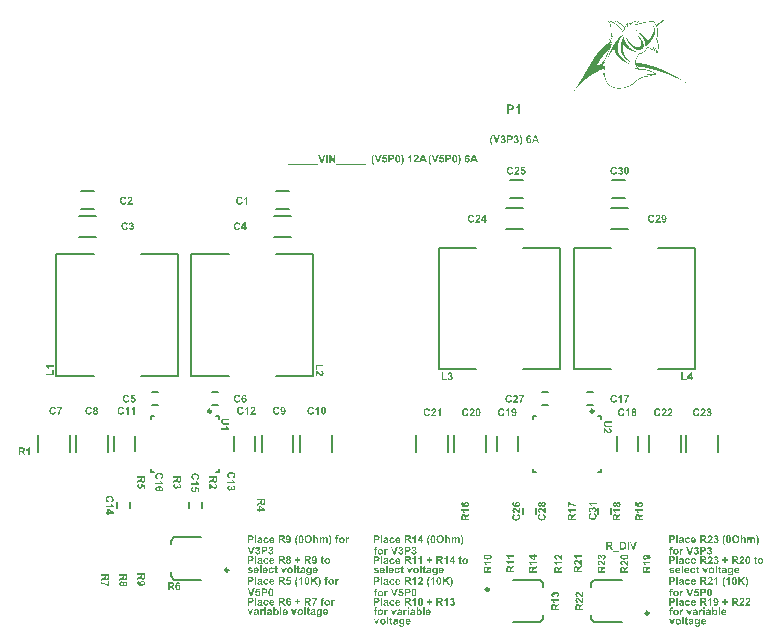
<source format=gbr>
%TF.GenerationSoftware,Altium Limited,Altium Designer,24.1.2 (44)*%
G04 Layer_Color=65535*
%FSLAX45Y45*%
%MOMM*%
%TF.SameCoordinates,52D7BD39-7FF0-4AB0-A2C0-E3239692A872*%
%TF.FilePolarity,Positive*%
%TF.FileFunction,Legend,Top*%
%TF.Part,Single*%
G01*
G75*
%TA.AperFunction,NonConductor*%
%ADD46C,0.25000*%
%ADD47C,0.20000*%
%ADD48C,0.15000*%
G36*
X15268575Y11054556D02*
X15267781D01*
Y11055350D01*
X15268575D01*
Y11054556D01*
D02*
G37*
G36*
X15267781Y11053763D02*
X15266988D01*
Y11054556D01*
X15267781D01*
Y11053763D01*
D02*
G37*
G36*
X15266988Y11052969D02*
X15266194D01*
Y11053763D01*
X15266988D01*
Y11052969D01*
D02*
G37*
G36*
X15266194Y11052175D02*
X15265401D01*
Y11052969D01*
X15266194D01*
Y11052175D01*
D02*
G37*
G36*
X15265401Y11051381D02*
X15264606D01*
Y11052175D01*
X15265401D01*
Y11051381D01*
D02*
G37*
G36*
X15264606Y11049794D02*
X15263812D01*
Y11049000D01*
X15263019D01*
Y11048206D01*
X15262225D01*
Y11047413D01*
X15261430D01*
Y11046619D01*
X15260638D01*
Y11045825D01*
X15259843D01*
Y11045031D01*
X15259050D01*
Y11043444D01*
X15258257D01*
Y11042650D01*
X15257462D01*
Y11041856D01*
X15256670D01*
Y11041062D01*
X15255875D01*
Y11040269D01*
X15255081D01*
Y11039475D01*
X15254288D01*
Y11038681D01*
X15253494D01*
Y11037094D01*
X15252699D01*
Y11036300D01*
X15251906D01*
Y11035506D01*
X15251112D01*
Y11034713D01*
X15250319D01*
Y11033919D01*
X15249525D01*
Y11033125D01*
X15248730D01*
Y11032331D01*
X15247939D01*
Y11031538D01*
X15247144D01*
Y11029950D01*
X15246350D01*
Y11029156D01*
X15245557D01*
Y11028363D01*
X15244762D01*
Y11027569D01*
X15243970D01*
Y11026775D01*
X15243175D01*
Y11025981D01*
X15242381D01*
Y11025187D01*
X15241586D01*
Y11024394D01*
X15240794D01*
Y11023600D01*
X15239999D01*
Y11022806D01*
X15239206D01*
Y11022012D01*
X15238412D01*
Y11021219D01*
X15237619D01*
Y11020425D01*
X15236826D01*
Y11019631D01*
X15236031D01*
Y11018044D01*
X15235237D01*
Y11017250D01*
X15234444D01*
Y11016456D01*
X15233650D01*
Y11015663D01*
X15232857D01*
Y11014869D01*
X15232063D01*
Y11014075D01*
X15231268D01*
Y11013281D01*
X15230475D01*
Y11012488D01*
X15229681D01*
Y11011694D01*
X15228886D01*
Y11010900D01*
X15228094D01*
Y11010106D01*
X15227299D01*
Y11009313D01*
X15226506D01*
Y11008519D01*
X15225713D01*
Y11007725D01*
X15224919D01*
Y11006931D01*
X15224126D01*
Y11006137D01*
X15223331D01*
Y11005344D01*
X15222539D01*
Y11004550D01*
X15221744D01*
Y11003756D01*
X15220950D01*
Y11002962D01*
X15220155D01*
Y11002169D01*
X15219362D01*
Y11001375D01*
X15218568D01*
Y11000581D01*
X15217775D01*
Y10999787D01*
X15216982D01*
Y10998994D01*
X15216188D01*
Y10998200D01*
X15215395D01*
Y10997406D01*
X15214600D01*
Y10996613D01*
X15213806D01*
Y10995819D01*
X15213013D01*
Y10995025D01*
X15211424D01*
Y10994231D01*
X15210631D01*
Y10993438D01*
X15209837D01*
Y10992644D01*
X15209044D01*
Y10991850D01*
X15208250D01*
Y10991056D01*
X15207455D01*
Y10990263D01*
X15206662D01*
Y10989469D01*
X15205869D01*
Y10988675D01*
X15205075D01*
Y10987881D01*
X15204282D01*
Y10987087D01*
X15203487D01*
Y10986294D01*
X15201900D01*
Y10985500D01*
X15201106D01*
Y10984706D01*
X15200313D01*
Y10983912D01*
X15199519D01*
Y10983119D01*
X15198724D01*
Y10982325D01*
X15197931D01*
Y10981531D01*
X15197137D01*
Y10980737D01*
X15195551D01*
Y10979944D01*
X15194756D01*
Y10979150D01*
X15193964D01*
Y10978356D01*
X15193169D01*
Y10977563D01*
X15192375D01*
Y10976769D01*
X15191582D01*
Y10975975D01*
X15189993D01*
Y10975181D01*
X15189200D01*
Y10974388D01*
X15188406D01*
Y10973594D01*
X15187613D01*
Y10972800D01*
X15186024D01*
Y10972006D01*
X15185231D01*
Y10971213D01*
X15184438D01*
Y10970419D01*
X15183644D01*
Y10969625D01*
X15182851D01*
Y10968831D01*
X15181262D01*
Y10968037D01*
X15180469D01*
Y10967244D01*
X15179675D01*
Y10966450D01*
X15178088D01*
Y10965656D01*
X15177293D01*
Y10964862D01*
X15176500D01*
Y10964069D01*
X15174911D01*
Y10963275D01*
X15174120D01*
Y10962481D01*
Y10960894D01*
X15174911D01*
Y10958513D01*
X15175706D01*
Y10956131D01*
X15176500D01*
Y10953750D01*
X15177293D01*
Y10951369D01*
X15178088D01*
Y10948987D01*
X15178880D01*
Y10945812D01*
X15179675D01*
Y10941844D01*
X15180469D01*
Y10938669D01*
X15181262D01*
Y10934700D01*
X15182056D01*
Y10929144D01*
X15182851D01*
Y10922794D01*
X15183644D01*
Y10910094D01*
Y10909300D01*
Y10896600D01*
X15182851D01*
Y10888662D01*
X15182056D01*
Y10883106D01*
X15181262D01*
Y10879138D01*
X15180469D01*
Y10875169D01*
X15179675D01*
Y10871994D01*
X15178880D01*
Y10868819D01*
X15178088D01*
Y10866438D01*
X15177293D01*
Y10863263D01*
X15176500D01*
Y10860881D01*
X15175706D01*
Y10858500D01*
X15174911D01*
Y10854531D01*
X15175706D01*
Y10852944D01*
X15176500D01*
Y10850562D01*
X15177293D01*
Y10848975D01*
X15178088D01*
Y10846594D01*
X15178880D01*
Y10845006D01*
X15179675D01*
Y10842625D01*
X15180469D01*
Y10840244D01*
X15181262D01*
Y10837862D01*
X15182056D01*
Y10835481D01*
X15182851D01*
Y10832306D01*
X15183644D01*
Y10829131D01*
X15184438D01*
Y10826750D01*
X15185231D01*
Y10822781D01*
X15186024D01*
Y10818812D01*
X15186819D01*
Y10814050D01*
X15187613D01*
Y10806113D01*
X15188406D01*
Y10777537D01*
X15187613D01*
Y10770394D01*
X15186819D01*
Y10765631D01*
X15186024D01*
Y10761662D01*
X15185231D01*
Y10756900D01*
X15184438D01*
Y10753725D01*
X15183644D01*
Y10750550D01*
X15182851D01*
Y10748169D01*
X15182056D01*
Y10744994D01*
X15181262D01*
Y10742612D01*
X15180469D01*
Y10740231D01*
X15179675D01*
Y10739437D01*
X15178880D01*
Y10738644D01*
X15178088D01*
Y10737850D01*
X15176500D01*
Y10737056D01*
X15174120D01*
Y10737850D01*
X15172531D01*
Y10738644D01*
X15171738D01*
Y10739437D01*
X15170944D01*
Y10741025D01*
X15170151D01*
Y10751344D01*
X15169356D01*
Y10755312D01*
X15168562D01*
Y10757694D01*
X15167769D01*
Y10760075D01*
X15166975D01*
Y10761662D01*
X15166180D01*
Y10763250D01*
X15165387D01*
Y10764838D01*
X15164594D01*
Y10765631D01*
X15163800D01*
Y10767219D01*
X15163007D01*
Y10768013D01*
X15162213D01*
Y10768806D01*
X15161420D01*
Y10769600D01*
X15160625D01*
Y10771188D01*
X15159831D01*
Y10771981D01*
X15159036D01*
Y10772775D01*
X15158244D01*
Y10773569D01*
X15157449D01*
Y10774362D01*
X15155862D01*
Y10775156D01*
X15155069D01*
Y10775950D01*
X15154276D01*
Y10776744D01*
X15152687D01*
Y10777537D01*
X15151894D01*
Y10778331D01*
X15150307D01*
Y10779125D01*
X15148718D01*
Y10779919D01*
X15147131D01*
Y10780712D01*
X15146338D01*
Y10779125D01*
X15147131D01*
Y10777537D01*
X15147925D01*
Y10776744D01*
X15148718D01*
Y10775156D01*
X15149513D01*
Y10774362D01*
X15150307D01*
Y10773569D01*
X15151100D01*
Y10772775D01*
X15151894D01*
Y10771981D01*
X15152687D01*
Y10771188D01*
X15153481D01*
Y10770394D01*
X15154276D01*
Y10769600D01*
X15155862D01*
Y10768806D01*
X15156656D01*
Y10768013D01*
X15158244D01*
Y10767219D01*
X15159036D01*
Y10766425D01*
X15159831D01*
Y10765631D01*
X15160625D01*
Y10764044D01*
X15161420D01*
Y10761662D01*
X15160625D01*
Y10760075D01*
X15159831D01*
Y10759281D01*
X15159036D01*
Y10758487D01*
X15158244D01*
Y10757694D01*
X15153481D01*
Y10758487D01*
X15150307D01*
Y10759281D01*
X15147131D01*
Y10760075D01*
X15143956D01*
Y10760869D01*
X15141576D01*
Y10761662D01*
X15139194D01*
Y10762456D01*
X15137605D01*
Y10763250D01*
X15135225D01*
Y10764044D01*
X15133638D01*
Y10764838D01*
X15131256D01*
Y10765631D01*
X15129669D01*
Y10766425D01*
X15128081D01*
Y10767219D01*
X15126494D01*
Y10768013D01*
X15124905D01*
Y10768806D01*
X15123318D01*
Y10769600D01*
X15121732D01*
Y10770394D01*
X15120937D01*
Y10771188D01*
X15119350D01*
Y10771981D01*
X15117763D01*
Y10772775D01*
X15116969D01*
Y10773569D01*
X15115381D01*
Y10774362D01*
X15114587D01*
Y10775156D01*
X15113000D01*
Y10775950D01*
X15112206D01*
Y10776744D01*
X15111414D01*
Y10777537D01*
X15109825D01*
Y10778331D01*
X15109032D01*
Y10779125D01*
X15107443D01*
Y10779919D01*
X15106650D01*
Y10780712D01*
X15105856D01*
Y10781506D01*
X15105061D01*
Y10782300D01*
X15104269D01*
Y10783094D01*
X15103474D01*
Y10783888D01*
X15101888D01*
Y10784681D01*
X15101094D01*
Y10785475D01*
X15100301D01*
Y10786269D01*
X15099506D01*
Y10787063D01*
X15098712D01*
Y10786269D01*
X15097919D01*
Y10784681D01*
X15097125D01*
Y10783888D01*
X15096330D01*
Y10783094D01*
X15095538D01*
Y10781506D01*
X15094743D01*
Y10780712D01*
X15093950D01*
Y10779919D01*
X15093156D01*
Y10778331D01*
X15092361D01*
Y10777537D01*
X15091570D01*
Y10775950D01*
X15090775D01*
Y10775156D01*
X15089981D01*
Y10773569D01*
X15089188D01*
Y10772775D01*
X15088394D01*
Y10771188D01*
X15087601D01*
Y10770394D01*
X15086806D01*
Y10769600D01*
X15086012D01*
Y10768013D01*
X15085219D01*
Y10767219D01*
X15084425D01*
Y10765631D01*
X15083630D01*
Y10764838D01*
X15082837D01*
Y10763250D01*
X15082043D01*
Y10762456D01*
X15081250D01*
Y10761662D01*
X15080457D01*
Y10760869D01*
X15079663D01*
Y10759281D01*
X15078870D01*
Y10758487D01*
X15078075D01*
Y10757694D01*
X15077281D01*
Y10756900D01*
X15076488D01*
Y10756106D01*
X15075694D01*
Y10755312D01*
X15074899D01*
Y10754519D01*
X15074106D01*
Y10753725D01*
X15073312D01*
Y10752138D01*
X15072519D01*
Y10751344D01*
X15071725D01*
Y10750550D01*
X15070930D01*
Y10749756D01*
X15070139D01*
Y10748963D01*
X15068550D01*
Y10748169D01*
X15067757D01*
Y10747375D01*
X15066962D01*
Y10746581D01*
X15066170D01*
Y10745788D01*
X15065375D01*
Y10744994D01*
X15064581D01*
Y10744200D01*
X15062994D01*
Y10743406D01*
X15062199D01*
Y10742612D01*
X15061406D01*
Y10741819D01*
X15059819D01*
Y10741025D01*
X15059026D01*
Y10740231D01*
X15057439D01*
Y10739437D01*
X15056644D01*
Y10738644D01*
X15055057D01*
Y10737850D01*
X15054262D01*
Y10737056D01*
X15052675D01*
Y10736262D01*
X15051086D01*
Y10735469D01*
X15049500D01*
Y10734675D01*
X15047913D01*
Y10733881D01*
X15046326D01*
Y10733088D01*
X15044737D01*
Y10732294D01*
X15042355D01*
Y10731500D01*
X15039975D01*
Y10730706D01*
X15037595D01*
Y10729913D01*
X15034419D01*
Y10729119D01*
X15030450D01*
Y10728325D01*
X15024895D01*
Y10727531D01*
X15024100D01*
Y10726738D01*
X15023306D01*
Y10725150D01*
X15022511D01*
Y10723562D01*
X15021719D01*
Y10722769D01*
X15020924D01*
Y10721181D01*
X15020131D01*
Y10720387D01*
X15019337D01*
Y10718800D01*
X15018544D01*
Y10717212D01*
X15017751D01*
Y10716419D01*
X15016956D01*
Y10714831D01*
X15016162D01*
Y10713244D01*
X15015369D01*
Y10711656D01*
X15014575D01*
Y10710863D01*
X15013782D01*
Y10709275D01*
X15012987D01*
Y10707688D01*
X15012193D01*
Y10706100D01*
X15011400D01*
Y10705306D01*
X15010606D01*
Y10703719D01*
X15009813D01*
Y10702131D01*
X15009019D01*
Y10700544D01*
X15008224D01*
Y10698956D01*
X15007431D01*
Y10697369D01*
X15006638D01*
Y10695781D01*
X15005844D01*
Y10694194D01*
X15005051D01*
Y10692606D01*
X15004256D01*
Y10691019D01*
X15003464D01*
Y10689431D01*
X15002669D01*
Y10687844D01*
X15001875D01*
Y10686256D01*
X15001080D01*
Y10684669D01*
X15000287D01*
Y10682287D01*
X14999493D01*
Y10680700D01*
X14998700D01*
Y10679112D01*
X14997906D01*
Y10676731D01*
X14997113D01*
Y10675144D01*
X14996320D01*
Y10673556D01*
X14995525D01*
Y10671175D01*
X14994731D01*
Y10668000D01*
X14993938D01*
Y10662444D01*
X14993144D01*
Y10657681D01*
Y10656888D01*
X15001080D01*
Y10656094D01*
X15006638D01*
Y10655300D01*
X15012193D01*
Y10654506D01*
X15017751D01*
Y10653713D01*
X15023306D01*
Y10652919D01*
X15028069D01*
Y10652125D01*
X15032831D01*
Y10651331D01*
X15036800D01*
Y10650538D01*
X15041563D01*
Y10649744D01*
X15046326D01*
Y10648950D01*
X15050294D01*
Y10648156D01*
X15053468D01*
Y10647362D01*
X15057439D01*
Y10646569D01*
X15061406D01*
Y10645775D01*
X15065375D01*
Y10644981D01*
X15068550D01*
Y10644187D01*
X15072519D01*
Y10643394D01*
X15075694D01*
Y10642600D01*
X15078870D01*
Y10641806D01*
X15082043D01*
Y10641012D01*
X15085219D01*
Y10640219D01*
X15088394D01*
Y10639425D01*
X15092361D01*
Y10638631D01*
X15094743D01*
Y10637838D01*
X15097919D01*
Y10637044D01*
X15101094D01*
Y10636250D01*
X15103474D01*
Y10635456D01*
X15106650D01*
Y10634663D01*
X15109032D01*
Y10633869D01*
X15112206D01*
Y10633075D01*
X15115381D01*
Y10632281D01*
X15117763D01*
Y10631488D01*
X15120145D01*
Y10630694D01*
X15123318D01*
Y10629900D01*
X15125700D01*
Y10629106D01*
X15128081D01*
Y10628312D01*
X15131256D01*
Y10627519D01*
X15133638D01*
Y10626725D01*
X15136018D01*
Y10625931D01*
X15138400D01*
Y10625137D01*
X15140781D01*
Y10624344D01*
X15143163D01*
Y10623550D01*
X15145544D01*
Y10622756D01*
X15147925D01*
Y10621962D01*
X15150307D01*
Y10621169D01*
X15152687D01*
Y10620375D01*
X15155069D01*
Y10619581D01*
X15157449D01*
Y10618788D01*
X15159831D01*
Y10617994D01*
X15162213D01*
Y10617200D01*
X15164594D01*
Y10616406D01*
X15166975D01*
Y10615613D01*
X15168562D01*
Y10614819D01*
X15170944D01*
Y10614025D01*
X15173325D01*
Y10613231D01*
X15175706D01*
Y10612438D01*
X15177293D01*
Y10611644D01*
X15179675D01*
Y10610850D01*
X15182056D01*
Y10610056D01*
X15183644D01*
Y10609262D01*
X15186024D01*
Y10608469D01*
X15188406D01*
Y10607675D01*
X15189993D01*
Y10606881D01*
X15192375D01*
Y10606087D01*
X15193964D01*
Y10605294D01*
X15196344D01*
Y10604500D01*
X15198724D01*
Y10603706D01*
X15200313D01*
Y10602912D01*
X15202695D01*
Y10602119D01*
X15204282D01*
Y10601325D01*
X15205869D01*
Y10600531D01*
X15208250D01*
Y10599738D01*
X15209837D01*
Y10598944D01*
X15212219D01*
Y10598150D01*
X15213806D01*
Y10597356D01*
X15215395D01*
Y10596563D01*
X15217775D01*
Y10595769D01*
X15219362D01*
Y10594975D01*
X15221744D01*
Y10594181D01*
X15223331D01*
Y10593388D01*
X15224919D01*
Y10592594D01*
X15227299D01*
Y10591800D01*
X15228886D01*
Y10591006D01*
X15230475D01*
Y10590212D01*
X15232063D01*
Y10589419D01*
X15234444D01*
Y10588625D01*
X15236031D01*
Y10587831D01*
X15237619D01*
Y10587037D01*
X15239999D01*
Y10586244D01*
X15241586D01*
Y10585450D01*
X15243175D01*
Y10584656D01*
X15244762D01*
Y10583862D01*
X15246350D01*
Y10583069D01*
X15247939D01*
Y10582275D01*
X15250319D01*
Y10581481D01*
X15251906D01*
Y10580688D01*
X15253494D01*
Y10579894D01*
X15255081D01*
Y10579100D01*
X15256670D01*
Y10578306D01*
X15258257D01*
Y10577513D01*
X15260638D01*
Y10576719D01*
X15262225D01*
Y10575925D01*
X15263812D01*
Y10575131D01*
X15265401D01*
Y10574338D01*
X15266988D01*
Y10573544D01*
X15268575D01*
Y10572750D01*
X15270163D01*
Y10571956D01*
X15271750D01*
Y10571162D01*
X15273337D01*
Y10570369D01*
X15274925D01*
Y10569575D01*
X15276514D01*
Y10568781D01*
X15278101D01*
Y10567987D01*
X15279688D01*
Y10567194D01*
X15281274D01*
Y10566400D01*
X15282861D01*
Y10565606D01*
X15284450D01*
Y10564812D01*
X15286038D01*
Y10564019D01*
X15287625D01*
Y10563225D01*
X15289212D01*
Y10562431D01*
X15290800D01*
Y10561638D01*
X15292387D01*
Y10560844D01*
X15293974D01*
Y10560050D01*
X15295563D01*
Y10559256D01*
X15297150D01*
Y10558463D01*
X15298737D01*
Y10557669D01*
X15300325D01*
Y10556875D01*
X15301913D01*
Y10556081D01*
X15303500D01*
Y10555288D01*
X15305087D01*
Y10554494D01*
X15305881D01*
Y10553700D01*
X15307469D01*
Y10552906D01*
X15309056D01*
Y10552112D01*
X15310645D01*
Y10551319D01*
X15312231D01*
Y10550525D01*
X15313818D01*
Y10549731D01*
X15315405D01*
Y10548937D01*
X15316200D01*
Y10548144D01*
X15317789D01*
Y10547350D01*
X15319376D01*
Y10546556D01*
X15320963D01*
Y10545762D01*
X15322549D01*
Y10544969D01*
X15324138D01*
Y10544175D01*
X15324931D01*
Y10543381D01*
X15326518D01*
Y10542588D01*
X15328107D01*
Y10541794D01*
X15329694D01*
Y10541000D01*
X15331281D01*
Y10540206D01*
X15332076D01*
Y10539413D01*
X15333662D01*
Y10538619D01*
X15335249D01*
Y10537825D01*
X15336836D01*
Y10537031D01*
X15338425D01*
Y10536238D01*
X15339220D01*
Y10535444D01*
X15340807D01*
Y10534650D01*
X15342393D01*
Y10533856D01*
X15343187D01*
Y10533062D01*
X15344775D01*
Y10532269D01*
X15346362D01*
Y10531475D01*
X15347951D01*
Y10530681D01*
X15348744D01*
Y10529887D01*
X15350331D01*
Y10529094D01*
X15351920D01*
Y10528300D01*
X15352713D01*
Y10527506D01*
X15354300D01*
Y10526712D01*
X15355888D01*
Y10525919D01*
X15356680D01*
Y10525125D01*
X15358269D01*
Y10524331D01*
X15359856D01*
Y10523538D01*
X15360651D01*
Y10522744D01*
X15362238D01*
Y10521950D01*
X15363824D01*
Y10521156D01*
X15364619D01*
Y10520363D01*
X15366206D01*
Y10519569D01*
X15367793D01*
Y10518775D01*
X15368588D01*
Y10517981D01*
X15370175D01*
Y10517188D01*
X15371762D01*
Y10516394D01*
X15372556D01*
Y10515600D01*
X15374144D01*
Y10514806D01*
X15375731D01*
Y10514012D01*
X15376524D01*
Y10513219D01*
X15378113D01*
Y10512425D01*
X15378906D01*
Y10511631D01*
X15380495D01*
Y10510837D01*
X15381287D01*
Y10510044D01*
X15382875D01*
Y10509250D01*
X15384464D01*
Y10508456D01*
X15385255D01*
Y10507663D01*
X15386844D01*
Y10506869D01*
X15387637D01*
Y10506075D01*
X15389224D01*
Y10505281D01*
X15390019D01*
Y10504488D01*
X15391606D01*
Y10503694D01*
X15392400D01*
Y10502900D01*
X15393988D01*
Y10502106D01*
X15395575D01*
Y10501313D01*
X15396368D01*
Y10500519D01*
X15397955D01*
Y10499725D01*
X15398750D01*
Y10498931D01*
X15400339D01*
Y10498137D01*
X15401131D01*
Y10497344D01*
X15402719D01*
Y10496550D01*
X15403513D01*
Y10495756D01*
X15405099D01*
Y10494962D01*
X15405894D01*
Y10494169D01*
X15407481D01*
Y10493375D01*
X15408275D01*
Y10492581D01*
X15409862D01*
Y10491787D01*
X15410657D01*
Y10490994D01*
X15412244D01*
Y10490200D01*
X15413037D01*
Y10489406D01*
X15413831D01*
Y10488613D01*
X15415419D01*
Y10487819D01*
X15416212D01*
Y10487025D01*
X15417799D01*
Y10486231D01*
X15418594D01*
Y10485438D01*
X15420181D01*
Y10484644D01*
X15420975D01*
Y10483850D01*
X15420181D01*
Y10484644D01*
X15418594D01*
Y10485438D01*
X15417799D01*
Y10486231D01*
X15416212D01*
Y10487025D01*
X15414626D01*
Y10487819D01*
X15413037D01*
Y10488613D01*
X15412244D01*
Y10489406D01*
X15410657D01*
Y10490200D01*
X15409068D01*
Y10490994D01*
X15407481D01*
Y10491787D01*
X15406688D01*
Y10492581D01*
X15405099D01*
Y10493375D01*
X15403513D01*
Y10494169D01*
X15401926D01*
Y10494962D01*
X15400339D01*
Y10495756D01*
X15399544D01*
Y10496550D01*
X15397955D01*
Y10497344D01*
X15396368D01*
Y10498137D01*
X15394781D01*
Y10498931D01*
X15393195D01*
Y10499725D01*
X15391606D01*
Y10500519D01*
X15390019D01*
Y10501313D01*
X15388431D01*
Y10502106D01*
X15386844D01*
Y10502900D01*
X15386050D01*
Y10503694D01*
X15384464D01*
Y10504488D01*
X15382875D01*
Y10505281D01*
X15381287D01*
Y10506075D01*
X15379700D01*
Y10506869D01*
X15378113D01*
Y10507663D01*
X15376524D01*
Y10508456D01*
X15374937D01*
Y10509250D01*
X15373351D01*
Y10510044D01*
X15371762D01*
Y10510837D01*
X15370175D01*
Y10511631D01*
X15368588D01*
Y10512425D01*
X15367000D01*
Y10513219D01*
X15365411D01*
Y10514012D01*
X15363824D01*
Y10514806D01*
X15362238D01*
Y10515600D01*
X15360651D01*
Y10516394D01*
X15359062D01*
Y10517188D01*
X15357475D01*
Y10517981D01*
X15355888D01*
Y10518775D01*
X15354300D01*
Y10519569D01*
X15352713D01*
Y10520363D01*
X15351125D01*
Y10521156D01*
X15349538D01*
Y10521950D01*
X15347951D01*
Y10522744D01*
X15346362D01*
Y10523538D01*
X15344775D01*
Y10524331D01*
X15343187D01*
Y10525125D01*
X15341600D01*
Y10525919D01*
X15340013D01*
Y10526712D01*
X15338425D01*
Y10527506D01*
X15336836D01*
Y10528300D01*
X15335249D01*
Y10529094D01*
X15332869D01*
Y10529887D01*
X15331281D01*
Y10530681D01*
X15329694D01*
Y10531475D01*
X15328107D01*
Y10532269D01*
X15326518D01*
Y10533062D01*
X15324931D01*
Y10533856D01*
X15322549D01*
Y10534650D01*
X15320963D01*
Y10535444D01*
X15319376D01*
Y10536238D01*
X15317789D01*
Y10537031D01*
X15316200D01*
Y10537825D01*
X15313818D01*
Y10538619D01*
X15312231D01*
Y10539413D01*
X15310645D01*
Y10540206D01*
X15308263D01*
Y10541000D01*
X15306676D01*
Y10541794D01*
X15305087D01*
Y10542588D01*
X15303500D01*
Y10543381D01*
X15301118D01*
Y10544175D01*
X15299532D01*
Y10544969D01*
X15297945D01*
Y10545762D01*
X15295563D01*
Y10546556D01*
X15293974D01*
Y10547350D01*
X15292387D01*
Y10548144D01*
X15290005D01*
Y10548937D01*
X15288419D01*
Y10549731D01*
X15286832D01*
Y10550525D01*
X15284450D01*
Y10551319D01*
X15282861D01*
Y10552112D01*
X15280481D01*
Y10552906D01*
X15278894D01*
Y10553700D01*
X15276514D01*
Y10554494D01*
X15274925D01*
Y10555288D01*
X15272543D01*
Y10556081D01*
X15270956D01*
Y10556875D01*
X15268575D01*
Y10557669D01*
X15266988D01*
Y10558463D01*
X15264606D01*
Y10559256D01*
X15263019D01*
Y10560050D01*
X15260638D01*
Y10560844D01*
X15258257D01*
Y10561638D01*
X15256670D01*
Y10562431D01*
X15254288D01*
Y10563225D01*
X15251906D01*
Y10564019D01*
X15250319D01*
Y10564812D01*
X15247939D01*
Y10565606D01*
X15245557D01*
Y10566400D01*
X15243970D01*
Y10567194D01*
X15241586D01*
Y10567987D01*
X15239206D01*
Y10568781D01*
X15237619D01*
Y10569575D01*
X15235237D01*
Y10570369D01*
X15232857D01*
Y10571162D01*
X15230475D01*
Y10571956D01*
X15228094D01*
Y10572750D01*
X15225713D01*
Y10573544D01*
X15223331D01*
Y10574338D01*
X15220950D01*
Y10575131D01*
X15218568D01*
Y10575925D01*
X15216982D01*
Y10576719D01*
X15214600D01*
Y10577513D01*
X15212219D01*
Y10578306D01*
X15209837D01*
Y10579100D01*
X15207455D01*
Y10579894D01*
X15204282D01*
Y10580688D01*
X15201900D01*
Y10581481D01*
X15199519D01*
Y10582275D01*
X15197137D01*
Y10583069D01*
X15194756D01*
Y10583862D01*
X15192375D01*
Y10584656D01*
X15189993D01*
Y10585450D01*
X15186819D01*
Y10586244D01*
X15184438D01*
Y10587037D01*
X15182056D01*
Y10587831D01*
X15178880D01*
Y10588625D01*
X15176500D01*
Y10589419D01*
X15173325D01*
Y10590212D01*
X15170944D01*
Y10591006D01*
X15167769D01*
Y10591800D01*
X15165387D01*
Y10592594D01*
X15163007D01*
Y10593388D01*
X15159831D01*
Y10594181D01*
X15156656D01*
Y10594975D01*
X15154276D01*
Y10595769D01*
X15151100D01*
Y10596563D01*
X15147925D01*
Y10597356D01*
X15144749D01*
Y10598150D01*
X15141576D01*
Y10598944D01*
X15139194D01*
Y10599738D01*
X15136018D01*
Y10600531D01*
X15132845D01*
Y10601325D01*
X15129669D01*
Y10602119D01*
X15125700D01*
Y10602912D01*
X15122525D01*
Y10603706D01*
X15119350D01*
Y10604500D01*
X15116174D01*
Y10605294D01*
X15113000D01*
Y10606087D01*
X15109032D01*
Y10606881D01*
X15105856D01*
Y10607675D01*
X15101888D01*
Y10608469D01*
X15097919D01*
Y10609262D01*
X15093950D01*
Y10610056D01*
X15090775D01*
Y10610850D01*
X15086806D01*
Y10611644D01*
X15082837D01*
Y10612438D01*
X15078870D01*
Y10613231D01*
X15074106D01*
Y10614025D01*
X15070139D01*
Y10614819D01*
X15066170D01*
Y10615613D01*
X15061406D01*
Y10616406D01*
X15056644D01*
Y10617200D01*
X15051881D01*
Y10617994D01*
X15047119D01*
Y10618788D01*
X15041563D01*
Y10619581D01*
X15036800D01*
Y10620375D01*
X15030450D01*
Y10621169D01*
X15024895D01*
Y10621962D01*
X15019337D01*
Y10622756D01*
X15012987D01*
Y10623550D01*
X15008224D01*
Y10622756D01*
X15007431D01*
Y10621962D01*
X15005051D01*
Y10621169D01*
Y10620375D01*
X15005844D01*
Y10619581D01*
X15006638D01*
Y10618788D01*
X15007431D01*
Y10617994D01*
X15008224D01*
Y10617200D01*
X15009019D01*
Y10616406D01*
X15010606D01*
Y10615613D01*
X15011400D01*
Y10614819D01*
X15012987D01*
Y10614025D01*
X15015369D01*
Y10613231D01*
X15016956D01*
Y10614025D01*
X15020924D01*
Y10613231D01*
X15021719D01*
Y10612438D01*
X15022511D01*
Y10611644D01*
X15023306D01*
Y10610850D01*
X15024100D01*
Y10606881D01*
X15023306D01*
Y10605294D01*
X15022511D01*
Y10604500D01*
X15020924D01*
Y10603706D01*
X15019337D01*
Y10602912D01*
X15020924D01*
Y10602119D01*
X15048706D01*
Y10601325D01*
X15058231D01*
Y10600531D01*
X15064581D01*
Y10599738D01*
X15070139D01*
Y10598944D01*
X15075694D01*
Y10598150D01*
X15079663D01*
Y10597356D01*
X15084425D01*
Y10596563D01*
X15087601D01*
Y10595769D01*
X15091570D01*
Y10594975D01*
X15094743D01*
Y10594181D01*
X15097919D01*
Y10593388D01*
X15100301D01*
Y10592594D01*
X15103474D01*
Y10591800D01*
X15105856D01*
Y10591006D01*
X15108238D01*
Y10590212D01*
X15110619D01*
Y10589419D01*
X15113000D01*
Y10588625D01*
X15115381D01*
Y10587831D01*
X15117763D01*
Y10587037D01*
X15119350D01*
Y10586244D01*
X15121732D01*
Y10585450D01*
X15123318D01*
Y10584656D01*
X15124905D01*
Y10583862D01*
X15126494D01*
Y10583069D01*
X15128876D01*
Y10582275D01*
X15130463D01*
Y10581481D01*
X15132050D01*
Y10580688D01*
X15133638D01*
Y10579894D01*
X15135225D01*
Y10579100D01*
X15136812D01*
Y10578306D01*
X15138400D01*
Y10577513D01*
X15139989D01*
Y10576719D01*
X15141576D01*
Y10575925D01*
X15143163D01*
Y10575131D01*
X15144749D01*
Y10574338D01*
X15146338D01*
Y10573544D01*
X15147925D01*
Y10572750D01*
X15148718D01*
Y10571956D01*
X15150307D01*
Y10571162D01*
X15151894D01*
Y10570369D01*
X15153481D01*
Y10569575D01*
X15155069D01*
Y10568781D01*
X15155862D01*
Y10567987D01*
X15157449D01*
Y10567194D01*
X15159036D01*
Y10566400D01*
X15160625D01*
Y10565606D01*
X15161420D01*
Y10564812D01*
X15163007D01*
Y10564019D01*
X15164594D01*
Y10563225D01*
X15165387D01*
Y10562431D01*
X15166975D01*
Y10561638D01*
X15167769D01*
Y10560844D01*
X15168562D01*
Y10560050D01*
X15169356D01*
Y10557669D01*
X15170151D01*
Y10556875D01*
X15169356D01*
Y10554494D01*
X15168562D01*
Y10553700D01*
X15167769D01*
Y10552906D01*
X15166180D01*
Y10552112D01*
X15160625D01*
Y10552906D01*
X15152687D01*
Y10553700D01*
X15135225D01*
Y10554494D01*
X15130463D01*
Y10553700D01*
X15113794D01*
Y10552906D01*
X15112206D01*
Y10552112D01*
X15120145D01*
Y10551319D01*
X15126494D01*
Y10550525D01*
X15132050D01*
Y10549731D01*
X15133638D01*
Y10548937D01*
X15134431D01*
Y10548144D01*
X15135225D01*
Y10546556D01*
X15136018D01*
Y10543381D01*
X15135225D01*
Y10541794D01*
X15134431D01*
Y10541000D01*
X15133638D01*
Y10540206D01*
X15131256D01*
Y10539413D01*
X15128876D01*
Y10540206D01*
X15111414D01*
Y10539413D01*
X15102681D01*
Y10538619D01*
X15097125D01*
Y10537825D01*
X15091570D01*
Y10537031D01*
X15086806D01*
Y10536238D01*
X15082837D01*
Y10535444D01*
X15078870D01*
Y10534650D01*
X15075694D01*
Y10533856D01*
X15071725D01*
Y10533062D01*
X15068550D01*
Y10532269D01*
X15065375D01*
Y10531475D01*
X15062994D01*
Y10530681D01*
X15059819D01*
Y10529887D01*
X15057439D01*
Y10529094D01*
X15054262D01*
Y10528300D01*
X15051881D01*
Y10527506D01*
X15049500D01*
Y10526712D01*
X15047119D01*
Y10525919D01*
X15044737D01*
Y10525125D01*
X15043150D01*
Y10524331D01*
X15040768D01*
Y10523538D01*
X15038387D01*
Y10522744D01*
X15036800D01*
Y10521950D01*
X15035213D01*
Y10521156D01*
X15032831D01*
Y10520363D01*
X15031244D01*
Y10519569D01*
X15029655D01*
Y10518775D01*
X15028069D01*
Y10517981D01*
X15026482D01*
Y10517188D01*
X15024895D01*
Y10516394D01*
X15024100D01*
Y10515600D01*
X15023306D01*
Y10514806D01*
X15021719D01*
Y10514012D01*
X15020924D01*
Y10513219D01*
X15019337D01*
Y10512425D01*
X15018544D01*
Y10511631D01*
X15017751D01*
Y10510837D01*
X15016162D01*
Y10510044D01*
X15015369D01*
Y10509250D01*
X15014575D01*
Y10508456D01*
X15012987D01*
Y10507663D01*
X15012193D01*
Y10506869D01*
X15011400D01*
Y10506075D01*
X15010606D01*
Y10505281D01*
X15009019D01*
Y10504488D01*
X15008224D01*
Y10503694D01*
X15007431D01*
Y10502900D01*
X15005844D01*
Y10502106D01*
X15005051D01*
Y10501313D01*
X15004256D01*
Y10500519D01*
X15003464D01*
Y10499725D01*
X15001875D01*
Y10498931D01*
X15001080D01*
Y10498137D01*
X15000287D01*
Y10497344D01*
X14999493D01*
Y10496550D01*
X14998700D01*
Y10495756D01*
X14997906D01*
Y10494962D01*
X14996320D01*
Y10494169D01*
X14995525D01*
Y10493375D01*
X14994731D01*
Y10492581D01*
X14993938D01*
Y10491787D01*
X14993144D01*
Y10490994D01*
X14991556D01*
Y10490200D01*
X14990762D01*
Y10489406D01*
X14989969D01*
Y10488613D01*
X14989175D01*
Y10487819D01*
X14988380D01*
Y10487025D01*
X14987589D01*
Y10486231D01*
X14986794D01*
Y10485438D01*
X14986000D01*
Y10484644D01*
X14985207D01*
Y10483850D01*
X14984412D01*
Y10483056D01*
X14982825D01*
Y10482263D01*
X14982031D01*
Y10481469D01*
X14981238D01*
Y10480675D01*
X14980444D01*
Y10479881D01*
X14979649D01*
Y10479087D01*
X14978856D01*
Y10478294D01*
X14978062D01*
Y10477500D01*
X14976476D01*
Y10476706D01*
X14975681D01*
Y10475912D01*
X14974887D01*
Y10475119D01*
X14974094D01*
Y10474325D01*
X14972507D01*
Y10473531D01*
X14971713D01*
Y10472737D01*
X14970918D01*
Y10471944D01*
X14969331D01*
Y10471150D01*
X14968536D01*
Y10470356D01*
X14966949D01*
Y10469563D01*
X14966156D01*
Y10468769D01*
X14964569D01*
Y10467975D01*
X14963776D01*
Y10467181D01*
X14962187D01*
Y10466388D01*
X14961394D01*
Y10465594D01*
X14959805D01*
Y10464800D01*
X14958218D01*
Y10464006D01*
X14957425D01*
Y10463213D01*
X14955838D01*
Y10462419D01*
X14954250D01*
Y10461625D01*
X14952663D01*
Y10460831D01*
X14951076D01*
Y10460037D01*
X14949487D01*
Y10459244D01*
X14947900D01*
Y10458450D01*
X14946312D01*
Y10457656D01*
X14944725D01*
Y10456862D01*
X14943138D01*
Y10456069D01*
X14941550D01*
Y10455275D01*
X14939961D01*
Y10454481D01*
X14937581D01*
Y10453687D01*
X14935994D01*
Y10452894D01*
X14934406D01*
Y10452100D01*
X14932025D01*
Y10451306D01*
X14930437D01*
Y10450513D01*
X14928056D01*
Y10449719D01*
X14926469D01*
Y10448925D01*
X14924088D01*
Y10448131D01*
X14921706D01*
Y10447338D01*
X14919325D01*
Y10446544D01*
X14916943D01*
Y10445750D01*
X14914561D01*
Y10444956D01*
X14911388D01*
Y10444163D01*
X14909006D01*
Y10443369D01*
X14905830D01*
Y10442575D01*
X14902657D01*
Y10441781D01*
X14899481D01*
Y10440987D01*
X14896306D01*
Y10440194D01*
X14892337D01*
Y10439400D01*
X14887575D01*
Y10438606D01*
X14883606D01*
Y10437812D01*
X14877255D01*
Y10437019D01*
X14870906D01*
Y10436225D01*
X14855031D01*
Y10435431D01*
X14851855D01*
Y10436225D01*
X14836775D01*
Y10437019D01*
X14830424D01*
Y10437812D01*
X14824869D01*
Y10438606D01*
X14820900D01*
Y10439400D01*
X14817725D01*
Y10440194D01*
X14814549D01*
Y10440987D01*
X14811375D01*
Y10441781D01*
X14808994D01*
Y10442575D01*
X14806612D01*
Y10443369D01*
X14804231D01*
Y10444163D01*
X14801849D01*
Y10444956D01*
X14799469D01*
Y10445750D01*
X14797881D01*
Y10446544D01*
X14796294D01*
Y10447338D01*
X14794707D01*
Y10448131D01*
X14792325D01*
Y10448925D01*
X14790738D01*
Y10449719D01*
X14789149D01*
Y10450513D01*
X14788356D01*
Y10451306D01*
X14786769D01*
Y10452100D01*
X14785181D01*
Y10452894D01*
X14783594D01*
Y10453687D01*
X14782005D01*
Y10454481D01*
X14781213D01*
Y10455275D01*
X14779625D01*
Y10456069D01*
X14778831D01*
Y10456862D01*
X14777245D01*
Y10457656D01*
X14776450D01*
Y10458450D01*
X14774863D01*
Y10459244D01*
X14774069D01*
Y10460037D01*
X14773276D01*
Y10460831D01*
X14772481D01*
Y10461625D01*
X14770894D01*
Y10462419D01*
X14770100D01*
Y10463213D01*
X14769305D01*
Y10464006D01*
X14768512D01*
Y10464800D01*
X14767719D01*
Y10465594D01*
X14766925D01*
Y10466388D01*
X14766132D01*
Y10467181D01*
X14765338D01*
Y10467975D01*
X14763750D01*
Y10468769D01*
X14762956D01*
Y10469563D01*
X14762161D01*
Y10470356D01*
X14761369D01*
Y10471150D01*
X14760574D01*
Y10472737D01*
X14759781D01*
Y10473531D01*
X14758987D01*
Y10474325D01*
X14758194D01*
Y10475119D01*
X14757401D01*
Y10475912D01*
X14756606D01*
Y10476706D01*
X14755812D01*
Y10477500D01*
X14755019D01*
Y10479087D01*
X14754225D01*
Y10479881D01*
X14753432D01*
Y10480675D01*
X14752638D01*
Y10482263D01*
X14751843D01*
Y10483056D01*
X14751050D01*
Y10483850D01*
X14750256D01*
Y10485438D01*
X14749463D01*
Y10487025D01*
X14748669D01*
Y10487819D01*
X14747874D01*
Y10489406D01*
X14747081D01*
Y10490200D01*
X14746288D01*
Y10491787D01*
X14745494D01*
Y10493375D01*
X14744701D01*
Y10494169D01*
X14743906D01*
Y10495756D01*
X14743114D01*
Y10497344D01*
X14742319D01*
Y10498931D01*
X14741525D01*
Y10500519D01*
X14740730D01*
Y10502106D01*
X14739937D01*
Y10503694D01*
X14739143D01*
Y10506075D01*
X14738350D01*
Y10507663D01*
X14737556D01*
Y10509250D01*
X14736763D01*
Y10511631D01*
X14735970D01*
Y10514012D01*
X14735175D01*
Y10516394D01*
X14734381D01*
Y10518775D01*
X14733588D01*
Y10520363D01*
X14732794D01*
Y10523538D01*
X14732001D01*
Y10526712D01*
X14731206D01*
Y10529094D01*
X14730412D01*
Y10532269D01*
X14729619D01*
Y10536238D01*
X14728825D01*
Y10540206D01*
X14728030D01*
Y10544175D01*
X14727238D01*
Y10549731D01*
X14726443D01*
Y10553700D01*
X14725650D01*
Y10552906D01*
X14721681D01*
Y10553700D01*
X14720094D01*
Y10554494D01*
X14719299D01*
Y10555288D01*
X14718506D01*
Y10560844D01*
X14719299D01*
Y10562431D01*
X14720094D01*
Y10564019D01*
X14720888D01*
Y10567194D01*
X14721681D01*
Y10571162D01*
X14722475D01*
Y10575925D01*
X14723270D01*
Y10583069D01*
X14724062D01*
Y10595769D01*
X14724857D01*
Y10604500D01*
X14724062D01*
Y10603706D01*
X14722475D01*
Y10602912D01*
X14720094D01*
Y10602119D01*
X14717712D01*
Y10601325D01*
X14716125D01*
Y10600531D01*
X14713744D01*
Y10599738D01*
X14711363D01*
Y10598944D01*
X14709775D01*
Y10598150D01*
X14707394D01*
Y10597356D01*
X14705806D01*
Y10596563D01*
X14704219D01*
Y10595769D01*
X14701837D01*
Y10594975D01*
X14700250D01*
Y10594181D01*
X14698663D01*
Y10593388D01*
X14696281D01*
Y10592594D01*
X14694695D01*
Y10591800D01*
X14693106D01*
Y10591006D01*
X14691519D01*
Y10590212D01*
X14689137D01*
Y10589419D01*
X14687550D01*
Y10588625D01*
X14685962D01*
Y10587831D01*
X14684375D01*
Y10587037D01*
X14682788D01*
Y10586244D01*
X14681200D01*
Y10585450D01*
X14679613D01*
Y10584656D01*
X14678024D01*
Y10583862D01*
X14676437D01*
Y10583069D01*
X14674850D01*
Y10582275D01*
X14673264D01*
Y10581481D01*
X14671675D01*
Y10580688D01*
X14670087D01*
Y10579894D01*
X14668500D01*
Y10579100D01*
X14666913D01*
Y10578306D01*
X14665324D01*
Y10577513D01*
X14663737D01*
Y10576719D01*
X14662151D01*
Y10575925D01*
X14660564D01*
Y10575131D01*
X14659769D01*
Y10574338D01*
X14658182D01*
Y10573544D01*
X14656593D01*
Y10572750D01*
X14655006D01*
Y10571956D01*
X14653419D01*
Y10571162D01*
X14651831D01*
Y10570369D01*
X14651038D01*
Y10569575D01*
X14649451D01*
Y10568781D01*
X14647862D01*
Y10567987D01*
X14647069D01*
Y10567194D01*
X14645480D01*
Y10566400D01*
X14643893D01*
Y10565606D01*
X14642307D01*
Y10564812D01*
X14641512D01*
Y10564019D01*
X14639925D01*
Y10563225D01*
X14638338D01*
Y10562431D01*
X14637544D01*
Y10561638D01*
X14635956D01*
Y10560844D01*
X14635162D01*
Y10560050D01*
X14633575D01*
Y10559256D01*
X14631987D01*
Y10558463D01*
X14631194D01*
Y10557669D01*
X14629607D01*
Y10556875D01*
X14628813D01*
Y10556081D01*
X14627225D01*
Y10555288D01*
X14625636D01*
Y10554494D01*
X14624844D01*
Y10553700D01*
X14623256D01*
Y10552906D01*
X14622462D01*
Y10552112D01*
X14620876D01*
Y10551319D01*
X14620081D01*
Y10550525D01*
X14618494D01*
Y10549731D01*
X14617700D01*
Y10548937D01*
X14616112D01*
Y10548144D01*
X14615318D01*
Y10547350D01*
X14613731D01*
Y10546556D01*
X14612938D01*
Y10545762D01*
X14611349D01*
Y10544969D01*
X14610556D01*
Y10544175D01*
X14608969D01*
Y10543381D01*
X14608176D01*
Y10542588D01*
X14607381D01*
Y10541794D01*
X14605794D01*
Y10541000D01*
X14605000D01*
Y10540206D01*
X14603412D01*
Y10539413D01*
X14602618D01*
Y10538619D01*
X14601825D01*
Y10537825D01*
X14600238D01*
Y10537031D01*
X14599445D01*
Y10536238D01*
X14597856D01*
Y10535444D01*
X14597063D01*
Y10534650D01*
X14596269D01*
Y10533856D01*
X14594681D01*
Y10533062D01*
X14593887D01*
Y10532269D01*
X14593094D01*
Y10531475D01*
X14591505D01*
Y10530681D01*
X14590714D01*
Y10529887D01*
X14589919D01*
Y10529094D01*
X14588332D01*
Y10528300D01*
X14587537D01*
Y10527506D01*
X14586745D01*
Y10526712D01*
X14585156D01*
Y10525919D01*
X14584363D01*
Y10525125D01*
X14583569D01*
Y10524331D01*
X14582774D01*
Y10523538D01*
X14581187D01*
Y10522744D01*
X14580394D01*
Y10521950D01*
X14579601D01*
Y10521156D01*
X14578012D01*
Y10520363D01*
X14577219D01*
Y10519569D01*
X14576425D01*
Y10518775D01*
X14575632D01*
Y10517981D01*
X14574043D01*
Y10517188D01*
X14573250D01*
Y10516394D01*
X14572456D01*
Y10515600D01*
X14571661D01*
Y10514806D01*
X14570869D01*
Y10514012D01*
X14569281D01*
Y10513219D01*
X14568488D01*
Y10512425D01*
X14567694D01*
Y10511631D01*
X14566901D01*
Y10510837D01*
X14565312D01*
Y10510044D01*
X14564519D01*
Y10509250D01*
X14563725D01*
Y10508456D01*
X14562930D01*
Y10507663D01*
X14562138D01*
Y10506869D01*
X14561343D01*
Y10506075D01*
X14559756D01*
Y10505281D01*
X14558963D01*
Y10504488D01*
X14558170D01*
Y10503694D01*
X14557375D01*
Y10502900D01*
X14556581D01*
Y10502106D01*
X14554994D01*
Y10501313D01*
X14554201D01*
Y10500519D01*
X14553406D01*
Y10499725D01*
X14552612D01*
Y10498931D01*
X14551819D01*
Y10498137D01*
X14551025D01*
Y10497344D01*
X14550230D01*
Y10496550D01*
X14549437D01*
Y10495756D01*
X14547850D01*
Y10494962D01*
X14547057D01*
Y10494169D01*
X14546263D01*
Y10493375D01*
X14545470D01*
Y10492581D01*
X14544675D01*
Y10491787D01*
X14543881D01*
Y10490994D01*
X14543086D01*
Y10490200D01*
X14542294D01*
Y10489406D01*
X14541499D01*
Y10488613D01*
X14540706D01*
Y10487819D01*
X14539912D01*
Y10487025D01*
X14538326D01*
Y10486231D01*
X14537531D01*
Y10485438D01*
X14536739D01*
Y10484644D01*
X14535944D01*
Y10483850D01*
X14535150D01*
Y10483056D01*
X14534357D01*
Y10482263D01*
X14533562D01*
Y10481469D01*
X14532768D01*
Y10480675D01*
X14531975D01*
Y10479881D01*
X14531181D01*
Y10479087D01*
X14530388D01*
Y10478294D01*
X14529594D01*
Y10477500D01*
X14528799D01*
Y10476706D01*
X14528006D01*
Y10475912D01*
X14527213D01*
Y10475119D01*
X14526419D01*
Y10474325D01*
X14525626D01*
Y10473531D01*
X14524831D01*
Y10472737D01*
X14524039D01*
Y10471944D01*
X14523244D01*
Y10471150D01*
X14522450D01*
Y10470356D01*
X14521655D01*
Y10469563D01*
X14520863D01*
Y10468769D01*
X14520068D01*
Y10467975D01*
X14519275D01*
Y10467181D01*
X14518481D01*
Y10466388D01*
X14517686D01*
Y10465594D01*
X14516895D01*
Y10464800D01*
X14516100D01*
Y10464006D01*
X14515306D01*
Y10463213D01*
X14514513D01*
Y10462419D01*
X14513719D01*
Y10461625D01*
X14512926D01*
Y10460831D01*
X14512131D01*
Y10460037D01*
X14511337D01*
Y10459244D01*
X14510544D01*
Y10458450D01*
X14509750D01*
Y10457656D01*
X14508955D01*
Y10456862D01*
X14508163D01*
Y10456069D01*
X14507368D01*
Y10455275D01*
X14506575D01*
Y10454481D01*
X14505782D01*
Y10453687D01*
X14504987D01*
Y10452894D01*
X14504195D01*
Y10452100D01*
X14503400D01*
Y10451306D01*
X14502606D01*
Y10449719D01*
X14501813D01*
Y10448925D01*
X14501019D01*
Y10448131D01*
X14500224D01*
Y10447338D01*
X14499431D01*
Y10446544D01*
X14498637D01*
Y10445750D01*
X14497844D01*
Y10444956D01*
X14497050D01*
Y10444163D01*
X14496255D01*
Y10443369D01*
X14495462D01*
Y10442575D01*
X14494669D01*
Y10440987D01*
X14493875D01*
Y10440194D01*
X14493082D01*
Y10439400D01*
X14492288D01*
Y10438606D01*
X14491495D01*
Y10437812D01*
X14490700D01*
Y10437019D01*
X14489906D01*
Y10436225D01*
X14489111D01*
Y10435431D01*
X14488319D01*
Y10433844D01*
X14487524D01*
Y10433050D01*
X14486731D01*
Y10432256D01*
X14485938D01*
Y10431463D01*
X14485144D01*
Y10430669D01*
X14484351D01*
Y10429875D01*
X14483556D01*
Y10428288D01*
X14482764D01*
Y10427494D01*
X14481969D01*
Y10426700D01*
X14481175D01*
Y10425906D01*
X14480380D01*
Y10425113D01*
X14479587D01*
Y10423525D01*
X14478793D01*
Y10422731D01*
X14478000D01*
Y10424319D01*
X14478793D01*
Y10425906D01*
X14479587D01*
Y10426700D01*
X14480380D01*
Y10428288D01*
X14481175D01*
Y10429081D01*
X14481969D01*
Y10430669D01*
X14482764D01*
Y10431463D01*
X14483556D01*
Y10433050D01*
X14484351D01*
Y10433844D01*
X14485144D01*
Y10435431D01*
X14485938D01*
Y10436225D01*
X14486731D01*
Y10437812D01*
X14487524D01*
Y10439400D01*
X14488319D01*
Y10440194D01*
X14489111D01*
Y10441781D01*
X14489906D01*
Y10442575D01*
X14490700D01*
Y10444163D01*
X14491495D01*
Y10444956D01*
X14492288D01*
Y10446544D01*
X14493082D01*
Y10448131D01*
X14493875D01*
Y10448925D01*
X14494669D01*
Y10450513D01*
X14495462D01*
Y10451306D01*
X14496255D01*
Y10452894D01*
X14497050D01*
Y10453687D01*
X14497844D01*
Y10455275D01*
X14498637D01*
Y10456862D01*
X14499431D01*
Y10457656D01*
X14500224D01*
Y10459244D01*
X14501019D01*
Y10460037D01*
X14501813D01*
Y10461625D01*
X14502606D01*
Y10463213D01*
X14503400D01*
Y10464006D01*
X14504195D01*
Y10465594D01*
X14504987D01*
Y10466388D01*
X14505782D01*
Y10467975D01*
X14506575D01*
Y10469563D01*
X14507368D01*
Y10470356D01*
X14508163D01*
Y10471944D01*
X14508955D01*
Y10472737D01*
X14509750D01*
Y10474325D01*
X14510544D01*
Y10475912D01*
X14511337D01*
Y10476706D01*
X14512131D01*
Y10478294D01*
X14512926D01*
Y10479087D01*
X14513719D01*
Y10480675D01*
X14514513D01*
Y10482263D01*
X14515306D01*
Y10483056D01*
X14516100D01*
Y10484644D01*
X14516895D01*
Y10485438D01*
X14517686D01*
Y10487025D01*
X14518481D01*
Y10488613D01*
X14519275D01*
Y10489406D01*
X14520068D01*
Y10490994D01*
X14520863D01*
Y10491787D01*
X14521655D01*
Y10493375D01*
X14522450D01*
Y10494962D01*
X14523244D01*
Y10495756D01*
X14524039D01*
Y10497344D01*
X14524831D01*
Y10498931D01*
X14525626D01*
Y10499725D01*
X14526419D01*
Y10501313D01*
X14527213D01*
Y10502900D01*
X14528006D01*
Y10503694D01*
X14528799D01*
Y10505281D01*
X14529594D01*
Y10506075D01*
X14530388D01*
Y10507663D01*
X14531181D01*
Y10509250D01*
X14531975D01*
Y10510044D01*
X14532768D01*
Y10511631D01*
X14533562D01*
Y10513219D01*
X14534357D01*
Y10514012D01*
X14535150D01*
Y10515600D01*
X14535944D01*
Y10517188D01*
X14536739D01*
Y10517981D01*
X14537531D01*
Y10519569D01*
X14538326D01*
Y10521156D01*
X14539119D01*
Y10521950D01*
X14539912D01*
Y10523538D01*
X14540706D01*
Y10524331D01*
X14541499D01*
Y10525919D01*
X14542294D01*
Y10527506D01*
X14543086D01*
Y10528300D01*
X14543881D01*
Y10529887D01*
X14544675D01*
Y10531475D01*
X14545470D01*
Y10532269D01*
X14546263D01*
Y10533856D01*
X14547057D01*
Y10535444D01*
X14547850D01*
Y10536238D01*
X14548643D01*
Y10537825D01*
X14549437D01*
Y10539413D01*
X14550230D01*
Y10540206D01*
X14551025D01*
Y10541794D01*
X14551819D01*
Y10543381D01*
X14552612D01*
Y10544175D01*
X14553406D01*
Y10545762D01*
X14554201D01*
Y10547350D01*
X14554994D01*
Y10548144D01*
X14555788D01*
Y10549731D01*
X14556581D01*
Y10551319D01*
X14557375D01*
Y10552112D01*
X14558170D01*
Y10553700D01*
X14558963D01*
Y10555288D01*
X14559756D01*
Y10556081D01*
X14560550D01*
Y10557669D01*
X14561343D01*
Y10559256D01*
X14562138D01*
Y10560050D01*
X14562930D01*
Y10561638D01*
X14563725D01*
Y10563225D01*
X14564519D01*
Y10564019D01*
X14565312D01*
Y10565606D01*
X14566106D01*
Y10567194D01*
X14566901D01*
Y10568781D01*
X14567694D01*
Y10569575D01*
X14568488D01*
Y10571162D01*
X14569281D01*
Y10572750D01*
X14570074D01*
Y10573544D01*
X14570869D01*
Y10575131D01*
X14571661D01*
Y10576719D01*
X14572456D01*
Y10577513D01*
X14573250D01*
Y10579100D01*
X14574043D01*
Y10580688D01*
X14574838D01*
Y10581481D01*
X14575632D01*
Y10583069D01*
X14576425D01*
Y10584656D01*
X14577219D01*
Y10586244D01*
X14578012D01*
Y10587037D01*
X14578806D01*
Y10588625D01*
X14579601D01*
Y10590212D01*
X14580394D01*
Y10591006D01*
X14581187D01*
Y10592594D01*
X14581981D01*
Y10594181D01*
X14582774D01*
Y10594975D01*
X14583569D01*
Y10596563D01*
X14584363D01*
Y10598150D01*
X14585156D01*
Y10599738D01*
X14585950D01*
Y10600531D01*
X14586745D01*
Y10602119D01*
X14587537D01*
Y10603706D01*
X14588332D01*
Y10604500D01*
X14589125D01*
Y10606087D01*
X14589919D01*
Y10607675D01*
X14590714D01*
Y10609262D01*
X14591505D01*
Y10610056D01*
X14592300D01*
Y10611644D01*
X14593094D01*
Y10613231D01*
X14593887D01*
Y10614025D01*
X14594681D01*
Y10615613D01*
X14595474D01*
Y10617200D01*
X14596269D01*
Y10618788D01*
X14597063D01*
Y10619581D01*
X14597856D01*
Y10621169D01*
X14598650D01*
Y10622756D01*
X14599445D01*
Y10623550D01*
X14600238D01*
Y10625137D01*
X14601031D01*
Y10626725D01*
X14601825D01*
Y10628312D01*
X14602618D01*
Y10629106D01*
X14603412D01*
Y10630694D01*
X14604205D01*
Y10632281D01*
X14605000D01*
Y10633869D01*
X14605794D01*
Y10634663D01*
X14606589D01*
Y10636250D01*
X14607381D01*
Y10637838D01*
X14608176D01*
Y10639425D01*
X14608969D01*
Y10640219D01*
X14609763D01*
Y10641806D01*
X14610556D01*
Y10643394D01*
X14611349D01*
Y10644187D01*
X14612144D01*
Y10645775D01*
X14612938D01*
Y10647362D01*
X14613731D01*
Y10648950D01*
X14614525D01*
Y10649744D01*
X14615318D01*
Y10651331D01*
X14616112D01*
Y10652919D01*
X14616907D01*
Y10654506D01*
X14617700D01*
Y10655300D01*
X14618494D01*
Y10656888D01*
X14619287D01*
Y10658475D01*
X14620081D01*
Y10659269D01*
X14620876D01*
Y10660856D01*
X14621669D01*
Y10662444D01*
X14622462D01*
Y10664031D01*
X14623256D01*
Y10664825D01*
X14624049D01*
Y10666412D01*
X14624844D01*
Y10668000D01*
X14625636D01*
Y10668794D01*
X14626431D01*
Y10670381D01*
X14627225D01*
Y10671969D01*
X14628020D01*
Y10672763D01*
X14628813D01*
Y10674350D01*
X14629607D01*
Y10675938D01*
X14630400D01*
Y10676731D01*
X14631194D01*
Y10678319D01*
X14631987D01*
Y10679112D01*
X14632780D01*
Y10680700D01*
X14633575D01*
Y10682287D01*
X14634369D01*
Y10683081D01*
X14635162D01*
Y10684669D01*
X14635956D01*
Y10686256D01*
X14636749D01*
Y10687050D01*
X14637544D01*
Y10688638D01*
X14638338D01*
Y10689431D01*
X14639131D01*
Y10691019D01*
X14639925D01*
Y10691813D01*
X14640720D01*
Y10693400D01*
X14641512D01*
Y10694988D01*
X14642307D01*
Y10695781D01*
X14643100D01*
Y10697369D01*
X14643893D01*
Y10698162D01*
X14644688D01*
Y10699750D01*
X14645480D01*
Y10700544D01*
X14646275D01*
Y10702131D01*
X14647069D01*
Y10702925D01*
X14647862D01*
Y10704512D01*
X14648656D01*
Y10705306D01*
X14649451D01*
Y10706894D01*
X14650244D01*
Y10707688D01*
X14651038D01*
Y10709275D01*
X14651831D01*
Y10710069D01*
X14652625D01*
Y10710863D01*
X14653419D01*
Y10712450D01*
X14654211D01*
Y10713244D01*
X14655006D01*
Y10714831D01*
X14655800D01*
Y10715625D01*
X14656593D01*
Y10717212D01*
X14657387D01*
Y10718006D01*
X14658182D01*
Y10718800D01*
X14658975D01*
Y10720387D01*
X14659769D01*
Y10721181D01*
X14660564D01*
Y10722769D01*
X14661356D01*
Y10723562D01*
X14662151D01*
Y10724356D01*
X14662944D01*
Y10725944D01*
X14663737D01*
Y10726738D01*
X14664531D01*
Y10727531D01*
X14665324D01*
Y10729119D01*
X14666119D01*
Y10729913D01*
X14666913D01*
Y10730706D01*
X14667706D01*
Y10732294D01*
X14668500D01*
Y10733088D01*
X14669295D01*
Y10733881D01*
X14670087D01*
Y10735469D01*
X14670882D01*
Y10736262D01*
X14671675D01*
Y10737056D01*
X14672469D01*
Y10737850D01*
X14673264D01*
Y10739437D01*
X14674055D01*
Y10740231D01*
X14674850D01*
Y10741025D01*
X14675644D01*
Y10741819D01*
X14676437D01*
Y10743406D01*
X14677231D01*
Y10744200D01*
X14678024D01*
Y10744994D01*
X14678819D01*
Y10745788D01*
X14679613D01*
Y10747375D01*
X14680406D01*
Y10748169D01*
X14681200D01*
Y10748963D01*
X14681995D01*
Y10749756D01*
X14682788D01*
Y10750550D01*
X14683582D01*
Y10751344D01*
X14684375D01*
Y10752931D01*
X14685168D01*
Y10753725D01*
X14685962D01*
Y10754519D01*
X14686755D01*
Y10755312D01*
X14687550D01*
Y10756106D01*
X14688344D01*
Y10756900D01*
X14689137D01*
Y10758487D01*
X14689931D01*
Y10759281D01*
X14690726D01*
Y10760075D01*
X14691519D01*
Y10760869D01*
X14692313D01*
Y10761662D01*
X14693106D01*
Y10762456D01*
X14693900D01*
Y10763250D01*
X14694695D01*
Y10764044D01*
X14695486D01*
Y10764838D01*
X14696281D01*
Y10766425D01*
X14697075D01*
Y10767219D01*
X14697868D01*
Y10768013D01*
X14698663D01*
Y10768806D01*
X14699455D01*
Y10769600D01*
X14700250D01*
Y10770394D01*
X14701044D01*
Y10771188D01*
X14701837D01*
Y10771981D01*
X14702631D01*
Y10772775D01*
X14703426D01*
Y10773569D01*
X14704219D01*
Y10774362D01*
X14705013D01*
Y10775156D01*
X14705806D01*
Y10775950D01*
X14706599D01*
Y10776744D01*
X14707394D01*
Y10777537D01*
X14708186D01*
Y10778331D01*
X14708981D01*
Y10779125D01*
X14709775D01*
Y10779919D01*
X14710568D01*
Y10780712D01*
X14711363D01*
Y10781506D01*
X14712157D01*
Y10782300D01*
X14712950D01*
Y10783094D01*
X14713744D01*
Y10783888D01*
X14714539D01*
Y10784681D01*
X14715331D01*
Y10785475D01*
X14716919D01*
Y10786269D01*
X14717712D01*
Y10787063D01*
X14718506D01*
Y10787856D01*
X14719299D01*
Y10788650D01*
X14720094D01*
Y10789444D01*
X14720888D01*
Y10790238D01*
X14721681D01*
Y10791031D01*
X14722475D01*
Y10791825D01*
X14723270D01*
Y10792619D01*
X14724857D01*
Y10793412D01*
X14725650D01*
Y10794206D01*
X14726443D01*
Y10795000D01*
X14727238D01*
Y10795794D01*
X14728030D01*
Y10796587D01*
X14728825D01*
Y10797381D01*
X14730412D01*
Y10798175D01*
X14731206D01*
Y10798969D01*
X14732001D01*
Y10799762D01*
X14732794D01*
Y10800556D01*
X14733588D01*
Y10801350D01*
X14735175D01*
Y10802144D01*
X14735970D01*
Y10802938D01*
X14736763D01*
Y10803731D01*
X14737556D01*
Y10804525D01*
X14739143D01*
Y10805319D01*
X14739937D01*
Y10806113D01*
X14740730D01*
Y10806906D01*
X14742319D01*
Y10807700D01*
X14743114D01*
Y10808494D01*
X14743906D01*
Y10809288D01*
X14745494D01*
Y10810081D01*
X14746288D01*
Y10810875D01*
X14747081D01*
Y10811669D01*
X14748669D01*
Y10812462D01*
X14749463D01*
Y10813256D01*
X14750256D01*
Y10814050D01*
X14751843D01*
Y10814844D01*
X14752638D01*
Y10815637D01*
X14754225D01*
Y10816431D01*
X14755019D01*
Y10817225D01*
X14755812D01*
Y10818019D01*
X14757401D01*
Y10818812D01*
X14758194D01*
Y10819606D01*
X14759781D01*
Y10820400D01*
X14760574D01*
Y10821194D01*
X14762161D01*
Y10821988D01*
X14762956D01*
Y10822781D01*
X14764545D01*
Y10823575D01*
X14766132D01*
Y10824369D01*
X14766925D01*
Y10825163D01*
X14768512D01*
Y10825956D01*
X14769305D01*
Y10826750D01*
X14770894D01*
Y10827544D01*
X14771687D01*
Y10828338D01*
X14773276D01*
Y10829131D01*
X14774863D01*
Y10829925D01*
X14775656D01*
Y10830719D01*
X14777245D01*
Y10831512D01*
X14778831D01*
Y10832306D01*
X14779625D01*
Y10833100D01*
X14781213D01*
Y10833894D01*
Y10834687D01*
X14780418D01*
Y10836275D01*
X14779625D01*
Y10837069D01*
X14778831D01*
Y10837862D01*
X14778036D01*
Y10838656D01*
X14777245D01*
Y10839450D01*
X14776450D01*
Y10840244D01*
X14775656D01*
Y10841038D01*
X14774863D01*
Y10841831D01*
X14774069D01*
Y10842625D01*
X14773276D01*
Y10843419D01*
X14771687D01*
Y10844213D01*
X14770894D01*
Y10845006D01*
X14770100D01*
Y10845800D01*
X14769305D01*
Y10846594D01*
X14767719D01*
Y10848181D01*
X14766925D01*
Y10852944D01*
X14767719D01*
Y10854531D01*
X14768512D01*
Y10855325D01*
X14770100D01*
Y10856119D01*
X14774069D01*
Y10856912D01*
X14778036D01*
Y10857706D01*
X14782800D01*
Y10858500D01*
X14788356D01*
Y10859294D01*
X14789149D01*
Y10860881D01*
X14788356D01*
Y10861675D01*
X14787563D01*
Y10862469D01*
X14786769D01*
Y10863263D01*
X14785976D01*
Y10864056D01*
X14785181D01*
Y10864850D01*
X14784387D01*
Y10865644D01*
X14783594D01*
Y10867231D01*
X14782800D01*
Y10868025D01*
X14782005D01*
Y10868819D01*
X14781213D01*
Y10869612D01*
X14780418D01*
Y10870406D01*
X14779625D01*
Y10871200D01*
X14778831D01*
Y10871994D01*
X14778036D01*
Y10872787D01*
X14776450D01*
Y10873581D01*
X14775656D01*
Y10875169D01*
X14774863D01*
Y10875962D01*
X14774069D01*
Y10879931D01*
X14774863D01*
Y10881519D01*
X14775656D01*
Y10882313D01*
X14777245D01*
Y10883106D01*
X14782800D01*
Y10882313D01*
X14785976D01*
Y10881519D01*
X14789149D01*
Y10880725D01*
X14789944D01*
Y10881519D01*
X14789149D01*
Y10883900D01*
X14788356D01*
Y10885488D01*
X14787563D01*
Y10888662D01*
X14786769D01*
Y10891044D01*
X14785976D01*
Y10895012D01*
X14785181D01*
Y10899775D01*
X14784387D01*
Y10905331D01*
X14783594D01*
Y10914062D01*
X14782800D01*
Y10928350D01*
X14782005D01*
Y10943431D01*
X14781213D01*
Y10954544D01*
X14780418D01*
Y10962481D01*
X14779625D01*
Y10968037D01*
X14778831D01*
Y10972800D01*
X14778036D01*
Y10975975D01*
X14777245D01*
Y10979150D01*
X14776450D01*
Y10982325D01*
X14775656D01*
Y10984706D01*
X14774863D01*
Y10987087D01*
X14774069D01*
Y10989469D01*
X14773276D01*
Y10991056D01*
X14772481D01*
Y10992644D01*
X14771687D01*
Y10993438D01*
X14770894D01*
Y10995025D01*
X14770100D01*
Y10996613D01*
X14769305D01*
Y10997406D01*
X14768512D01*
Y10998200D01*
X14767719D01*
Y10999787D01*
X14766925D01*
Y11000581D01*
X14766132D01*
Y11001375D01*
X14765338D01*
Y11002169D01*
X14764545D01*
Y11002962D01*
X14763750D01*
Y11007725D01*
X14764545D01*
Y11009313D01*
X14766132D01*
Y11010106D01*
X14766925D01*
Y11010900D01*
X14770894D01*
Y11010106D01*
X14774863D01*
Y11009313D01*
X14777245D01*
Y11008519D01*
X14780418D01*
Y11007725D01*
X14782800D01*
Y11006931D01*
X14784387D01*
Y11006137D01*
X14786769D01*
Y11005344D01*
X14789149D01*
Y11004550D01*
X14790738D01*
Y11003756D01*
X14793118D01*
Y11002962D01*
X14794707D01*
Y11002169D01*
X14796294D01*
Y11001375D01*
X14797881D01*
Y11000581D01*
X14799469D01*
Y10999787D01*
X14801056D01*
Y10998994D01*
X14802644D01*
Y10998200D01*
X14804231D01*
Y10997406D01*
X14805820D01*
Y10996613D01*
X14807407D01*
Y10995819D01*
X14808994D01*
Y10995025D01*
X14809787D01*
Y10994231D01*
X14811375D01*
Y10993438D01*
X14812962D01*
Y10992644D01*
X14813756D01*
Y10991850D01*
X14815344D01*
Y10991056D01*
X14816931D01*
Y10990263D01*
X14817725D01*
Y10989469D01*
X14819313D01*
Y10988675D01*
X14820107D01*
Y10987881D01*
X14821693D01*
Y10987087D01*
X14822487D01*
Y10986294D01*
X14824075D01*
Y10985500D01*
X14824869D01*
Y10984706D01*
X14825664D01*
Y10986294D01*
X14824869D01*
Y10991850D01*
X14824075D01*
Y10998200D01*
X14823280D01*
Y11003756D01*
X14822487D01*
Y11010106D01*
X14823280D01*
Y11010900D01*
X14824075D01*
Y11011694D01*
X14824869D01*
Y11012488D01*
X14826456D01*
Y11013281D01*
X14828838D01*
Y11012488D01*
X14830424D01*
Y11011694D01*
X14832011D01*
Y11010900D01*
X14833600D01*
Y11010106D01*
X14834393D01*
Y11009313D01*
X14835982D01*
Y11008519D01*
X14836775D01*
Y11007725D01*
X14838362D01*
Y11006931D01*
X14839156D01*
Y11006137D01*
X14840744D01*
Y11005344D01*
X14841537D01*
Y11004550D01*
X14843124D01*
Y11003756D01*
X14843919D01*
Y11002962D01*
X14845506D01*
Y11002169D01*
X14846300D01*
Y11001375D01*
X14847887D01*
Y11000581D01*
X14848682D01*
Y10999787D01*
X14849475D01*
Y10998994D01*
X14851064D01*
Y10998200D01*
X14851855D01*
Y10997406D01*
X14852650D01*
Y10996613D01*
X14854237D01*
Y10995819D01*
X14855031D01*
Y10995025D01*
X14856619D01*
Y10994231D01*
X14857413D01*
Y10993438D01*
X14858206D01*
Y10992644D01*
X14859795D01*
Y10991850D01*
X14860587D01*
Y10991056D01*
X14861382D01*
Y10990263D01*
X14862968D01*
Y10989469D01*
X14863763D01*
Y10988675D01*
X14864555D01*
Y10987881D01*
X14866144D01*
Y10987087D01*
X14866937D01*
Y10986294D01*
X14867731D01*
Y10985500D01*
X14868526D01*
Y10984706D01*
X14870113D01*
Y10983912D01*
X14870906D01*
Y10983119D01*
X14871700D01*
Y10982325D01*
X14872495D01*
Y10981531D01*
X14874081D01*
Y10980737D01*
X14874875D01*
Y10979944D01*
X14875668D01*
Y10979150D01*
X14876462D01*
Y10978356D01*
X14877255D01*
Y10977563D01*
X14878050D01*
Y10976769D01*
X14879639D01*
Y10975975D01*
X14880431D01*
Y10975181D01*
X14881226D01*
Y10974388D01*
X14882019D01*
Y10973594D01*
X14882812D01*
Y10972800D01*
X14883606D01*
Y10972006D01*
X14884399D01*
Y10971213D01*
X14885194D01*
Y10970419D01*
X14885986D01*
Y10969625D01*
X14886781D01*
Y10968831D01*
X14887575D01*
Y10968037D01*
X14889163D01*
Y10967244D01*
X14889957D01*
Y10966450D01*
X14890750D01*
Y10965656D01*
X14891544D01*
Y10964069D01*
X14892337D01*
Y10963275D01*
X14893130D01*
Y10962481D01*
X14893925D01*
Y10961687D01*
X14894719D01*
Y10960894D01*
X14895512D01*
Y10960100D01*
X14896306D01*
Y10959306D01*
X14897099D01*
Y10958513D01*
X14897894D01*
Y10957719D01*
X14898688D01*
Y10956131D01*
X14899481D01*
Y10955338D01*
X14900275D01*
Y10956131D01*
X14901070D01*
Y10957719D01*
X14901862D01*
Y10959306D01*
X14902657D01*
Y10960894D01*
X14903450D01*
Y10962481D01*
X14904243D01*
Y10964069D01*
X14905038D01*
Y10965656D01*
X14905830D01*
Y10967244D01*
X14906625D01*
Y10968037D01*
X14907419D01*
Y10969625D01*
X14908212D01*
Y10970419D01*
X14909006D01*
Y10972006D01*
X14909801D01*
Y10972800D01*
X14910594D01*
Y10974388D01*
X14911388D01*
Y10975181D01*
X14912181D01*
Y10975975D01*
X14912975D01*
Y10976769D01*
X14913770D01*
Y10978356D01*
X14914561D01*
Y10979150D01*
X14915356D01*
Y10979944D01*
X14916150D01*
Y10980737D01*
X14916943D01*
Y10981531D01*
X14917738D01*
Y10983119D01*
X14918530D01*
Y10983912D01*
X14919325D01*
Y10984706D01*
X14920119D01*
Y10985500D01*
X14920914D01*
Y10986294D01*
X14921706D01*
Y10987087D01*
X14922501D01*
Y10987881D01*
X14923294D01*
Y10988675D01*
X14924881D01*
Y10989469D01*
X14929643D01*
Y10988675D01*
X14930437D01*
Y10987881D01*
X14931232D01*
Y10987087D01*
X14932025D01*
Y10981531D01*
X14931232D01*
Y10979944D01*
X14930437D01*
Y10977563D01*
X14929643D01*
Y10975975D01*
X14928850D01*
Y10973594D01*
X14929643D01*
Y10974388D01*
X14930437D01*
Y10975975D01*
X14931232D01*
Y10976769D01*
X14932025D01*
Y10977563D01*
X14932819D01*
Y10978356D01*
X14933614D01*
Y10979150D01*
X14934406D01*
Y10979944D01*
X14935201D01*
Y10981531D01*
X14935994D01*
Y10982325D01*
X14936787D01*
Y10983912D01*
X14937581D01*
Y10984706D01*
X14938374D01*
Y10986294D01*
X14939169D01*
Y10987087D01*
X14939961D01*
Y10989469D01*
X14940756D01*
Y10992644D01*
X14941550D01*
Y10993438D01*
X14942345D01*
Y10994231D01*
X14943138D01*
Y10995025D01*
X14945518D01*
Y10995819D01*
X14946312D01*
Y10995025D01*
X14948694D01*
Y10994231D01*
X14949487D01*
Y10993438D01*
X14950281D01*
Y10992644D01*
X14951076D01*
Y10990263D01*
X14951869D01*
Y10988675D01*
X14952663D01*
Y10987087D01*
X14953456D01*
Y10984706D01*
X14954250D01*
Y10985500D01*
X14955045D01*
Y10986294D01*
X14955838D01*
Y10987087D01*
X14956631D01*
Y10987881D01*
X14957425D01*
Y10988675D01*
X14958218D01*
Y10989469D01*
X14959013D01*
Y10990263D01*
X14959805D01*
Y10991056D01*
X14960600D01*
Y10991850D01*
X14962187D01*
Y10992644D01*
X14962981D01*
Y10993438D01*
X14963776D01*
Y10994231D01*
X14964569D01*
Y10995025D01*
X14966156D01*
Y10995819D01*
X14966949D01*
Y10996613D01*
X14967744D01*
Y10997406D01*
X14969331D01*
Y10998200D01*
X14970125D01*
Y10998994D01*
X14971713D01*
Y10999787D01*
X14973300D01*
Y11000581D01*
X14974094D01*
Y11001375D01*
X14975681D01*
Y11002169D01*
X14977269D01*
Y11002962D01*
X14978062D01*
Y11003756D01*
X14980444D01*
Y11004550D01*
X14982031D01*
Y11005344D01*
X14983620D01*
Y11006137D01*
X14985207D01*
Y11006931D01*
X14987589D01*
Y11007725D01*
X14989175D01*
Y11008519D01*
X14991556D01*
Y11009313D01*
X14993938D01*
Y11010106D01*
X14997113D01*
Y11010900D01*
X15001080D01*
Y11011694D01*
X15005844D01*
Y11012488D01*
X15019337D01*
Y11011694D01*
X15020131D01*
Y11010900D01*
X15020924D01*
Y11010106D01*
X15021719D01*
Y11004550D01*
X15020924D01*
Y11003756D01*
X15020131D01*
Y11002962D01*
X15019337D01*
Y11002169D01*
X15017751D01*
Y11001375D01*
X15016956D01*
Y11000581D01*
X15015369D01*
Y10999787D01*
X15014575D01*
Y10998994D01*
X15013782D01*
Y10998200D01*
X15012987D01*
Y10997406D01*
X15011400D01*
Y10996613D01*
X15010606D01*
Y10995819D01*
X15009813D01*
Y10995025D01*
X15009019D01*
Y10994231D01*
X15008224D01*
Y10993438D01*
X15007431D01*
Y10992644D01*
X15005844D01*
Y10991850D01*
X15005051D01*
Y10991056D01*
X15004256D01*
Y10990263D01*
X15003464D01*
Y10989469D01*
X15002669D01*
Y10988675D01*
X15001875D01*
Y10987881D01*
X15001080D01*
Y10987087D01*
X15000287D01*
Y10986294D01*
X14999493D01*
Y10985500D01*
X14998700D01*
Y10984706D01*
X14997906D01*
Y10983119D01*
X14997113D01*
Y10982325D01*
X14996320D01*
Y10981531D01*
X14995525D01*
Y10979944D01*
X14994731D01*
Y10979150D01*
X14993938D01*
Y10977563D01*
X14993144D01*
Y10976769D01*
X14994731D01*
Y10977563D01*
X14996320D01*
Y10978356D01*
X14998700D01*
Y10979150D01*
X15001080D01*
Y10979944D01*
X15002669D01*
Y10980737D01*
X15005051D01*
Y10981531D01*
X15006638D01*
Y10982325D01*
X15009019D01*
Y10983119D01*
X15011400D01*
Y10983912D01*
X15013782D01*
Y10984706D01*
X15016162D01*
Y10985500D01*
X15018544D01*
Y10986294D01*
X15020924D01*
Y10987087D01*
X15024100D01*
Y10987881D01*
X15026482D01*
Y10988675D01*
X15028862D01*
Y10989469D01*
X15032037D01*
Y10990263D01*
X15035213D01*
Y10991056D01*
X15037595D01*
Y10991850D01*
X15040768D01*
Y10992644D01*
X15043944D01*
Y10993438D01*
X15047119D01*
Y10994231D01*
X15051086D01*
Y10995025D01*
X15054262D01*
Y10995819D01*
X15058231D01*
Y10996613D01*
X15062199D01*
Y10997406D01*
X15066170D01*
Y10998200D01*
X15070139D01*
Y10998994D01*
X15074106D01*
Y10999787D01*
X15078870D01*
Y11000581D01*
X15083630D01*
Y11001375D01*
X15088394D01*
Y11002169D01*
X15093950D01*
Y11002962D01*
X15099506D01*
Y11003756D01*
X15105856D01*
Y11004550D01*
X15113000D01*
Y11005344D01*
X15120145D01*
Y11006137D01*
X15128876D01*
Y11006931D01*
X15140781D01*
Y11007725D01*
X15143956D01*
Y11006931D01*
X15146338D01*
Y11006137D01*
X15147131D01*
Y11005344D01*
X15147925D01*
Y11004550D01*
X15148718D01*
Y11003756D01*
X15149513D01*
Y11002962D01*
X15150307D01*
Y11001375D01*
X15151100D01*
Y11000581D01*
X15151894D01*
Y10999787D01*
X15152687D01*
Y10998994D01*
X15153481D01*
Y10997406D01*
X15154276D01*
Y10996613D01*
X15155069D01*
Y10995819D01*
X15155862D01*
Y10994231D01*
X15156656D01*
Y10993438D01*
X15157449D01*
Y10991850D01*
X15158244D01*
Y10991056D01*
X15159036D01*
Y10989469D01*
X15159831D01*
Y10988675D01*
X15160625D01*
Y10987087D01*
X15161420D01*
Y10986294D01*
X15162213D01*
Y10984706D01*
X15163007D01*
Y10983119D01*
X15163800D01*
Y10982325D01*
X15164594D01*
Y10980737D01*
X15165387D01*
Y10979150D01*
X15166180D01*
Y10977563D01*
X15166975D01*
Y10976769D01*
X15167769D01*
Y10975975D01*
X15168562D01*
Y10976769D01*
X15170151D01*
Y10977563D01*
X15170944D01*
Y10978356D01*
X15172531D01*
Y10979150D01*
X15173325D01*
Y10979944D01*
X15174911D01*
Y10980737D01*
X15176500D01*
Y10981531D01*
X15177293D01*
Y10982325D01*
X15178880D01*
Y10983119D01*
X15179675D01*
Y10983912D01*
X15181262D01*
Y10984706D01*
X15182851D01*
Y10985500D01*
X15183644D01*
Y10986294D01*
X15185231D01*
Y10987087D01*
X15186024D01*
Y10987881D01*
X15187613D01*
Y10988675D01*
X15188406D01*
Y10989469D01*
X15189993D01*
Y10990263D01*
X15190787D01*
Y10991056D01*
X15192375D01*
Y10991850D01*
X15193169D01*
Y10992644D01*
X15194756D01*
Y10993438D01*
X15195551D01*
Y10994231D01*
X15197137D01*
Y10995025D01*
X15197931D01*
Y10995819D01*
X15198724D01*
Y10996613D01*
X15200313D01*
Y10997406D01*
X15201106D01*
Y10998200D01*
X15202695D01*
Y10998994D01*
X15203487D01*
Y10999787D01*
X15204282D01*
Y11000581D01*
X15205869D01*
Y11001375D01*
X15206662D01*
Y11002169D01*
X15207455D01*
Y11002962D01*
X15209044D01*
Y11003756D01*
X15209837D01*
Y11004550D01*
X15210631D01*
Y11005344D01*
X15212219D01*
Y11006137D01*
X15213013D01*
Y11006931D01*
X15213806D01*
Y11007725D01*
X15215395D01*
Y11008519D01*
X15216188D01*
Y11009313D01*
X15216982D01*
Y11010106D01*
X15218568D01*
Y11010900D01*
X15219362D01*
Y11011694D01*
X15220155D01*
Y11012488D01*
X15220950D01*
Y11013281D01*
X15222539D01*
Y11014075D01*
X15223331D01*
Y11014869D01*
X15224126D01*
Y11015663D01*
X15225713D01*
Y11016456D01*
X15226506D01*
Y11017250D01*
X15227299D01*
Y11018044D01*
X15228094D01*
Y11018837D01*
X15228886D01*
Y11019631D01*
X15230475D01*
Y11020425D01*
X15231268D01*
Y11021219D01*
X15232063D01*
Y11022012D01*
X15232857D01*
Y11022806D01*
X15233650D01*
Y11023600D01*
X15235237D01*
Y11024394D01*
X15236031D01*
Y11025187D01*
X15236826D01*
Y11025981D01*
X15237619D01*
Y11026775D01*
X15238412D01*
Y11027569D01*
X15239206D01*
Y11028363D01*
X15240794D01*
Y11029156D01*
X15241586D01*
Y11029950D01*
X15242381D01*
Y11030744D01*
X15243175D01*
Y11031538D01*
X15243970D01*
Y11032331D01*
X15244762D01*
Y11033125D01*
X15245557D01*
Y11033919D01*
X15246350D01*
Y11034713D01*
X15247939D01*
Y11035506D01*
X15248730D01*
Y11036300D01*
X15249525D01*
Y11037094D01*
X15250319D01*
Y11037887D01*
X15251112D01*
Y11038681D01*
X15251906D01*
Y11039475D01*
X15252699D01*
Y11040269D01*
X15253494D01*
Y11041062D01*
X15254288D01*
Y11041856D01*
X15255081D01*
Y11042650D01*
X15255875D01*
Y11043444D01*
X15256670D01*
Y11044237D01*
X15257462D01*
Y11045031D01*
X15258257D01*
Y11045825D01*
X15259050D01*
Y11046619D01*
X15259843D01*
Y11047413D01*
X15260638D01*
Y11048206D01*
X15261430D01*
Y11049000D01*
X15262225D01*
Y11049794D01*
X15263019D01*
Y11050588D01*
X15263812D01*
Y11051381D01*
X15264606D01*
Y11049794D01*
D02*
G37*
G36*
X14478000Y10421937D02*
X14477206D01*
Y10422731D01*
X14478000D01*
Y10421937D01*
D02*
G37*
G36*
X14477206Y10421144D02*
X14476413D01*
Y10421937D01*
X14477206D01*
Y10421144D01*
D02*
G37*
G36*
X14476413Y10419556D02*
X14475620D01*
Y10420350D01*
X14476413D01*
Y10419556D01*
D02*
G37*
G36*
X14475620Y10418762D02*
X14474825D01*
Y10419556D01*
X14475620D01*
Y10418762D01*
D02*
G37*
G36*
X12471955Y6655336D02*
X12472493D01*
X12473167Y6655269D01*
X12473907Y6655202D01*
X12475455Y6655000D01*
X12477272Y6654731D01*
X12479157Y6654327D01*
X12481042Y6653788D01*
X12479426Y6645173D01*
X12479292Y6645240D01*
X12478888Y6645307D01*
X12478349Y6645442D01*
X12477542Y6645576D01*
X12476667Y6645711D01*
X12475724Y6645778D01*
X12474647Y6645913D01*
X12473167D01*
X12472695Y6645846D01*
X12472090Y6645778D01*
X12471484Y6645576D01*
X12470811Y6645375D01*
X12470205Y6645038D01*
X12469666Y6644634D01*
X12469599Y6644567D01*
X12469465Y6644365D01*
X12469330Y6644028D01*
X12469128Y6643557D01*
X12468859Y6642884D01*
X12468724Y6642076D01*
X12468589Y6640999D01*
X12468522Y6639788D01*
Y6636490D01*
X12477811D01*
Y6626730D01*
X12468522D01*
Y6589440D01*
X12456070D01*
Y6626730D01*
X12449137D01*
Y6636490D01*
X12456070D01*
Y6639990D01*
Y6640057D01*
Y6640259D01*
Y6640528D01*
Y6640932D01*
X12456137Y6641471D01*
Y6642009D01*
X12456204Y6643288D01*
X12456339Y6644769D01*
X12456608Y6646182D01*
X12456878Y6647596D01*
X12457079Y6648202D01*
X12457281Y6648807D01*
Y6648875D01*
X12457349Y6648942D01*
X12457551Y6649279D01*
X12457887Y6649817D01*
X12458358Y6650490D01*
X12458964Y6651231D01*
X12459772Y6652038D01*
X12460782Y6652779D01*
X12461926Y6653519D01*
X12461993D01*
X12462060Y6653586D01*
X12462262Y6653721D01*
X12462532Y6653788D01*
X12462868Y6653990D01*
X12463272Y6654125D01*
X12464282Y6654461D01*
X12465561Y6654798D01*
X12467041Y6655135D01*
X12468657Y6655336D01*
X12470541Y6655404D01*
X12471484D01*
X12471955Y6655336D01*
D02*
G37*
G36*
X12372807Y6637432D02*
X12373279Y6637364D01*
X12374490Y6637230D01*
X12375904Y6636961D01*
X12377317Y6636624D01*
X12378798Y6636086D01*
X12380211Y6635345D01*
X12380279D01*
X12380346Y6635278D01*
X12380548Y6635143D01*
X12380817Y6634941D01*
X12381423Y6634470D01*
X12382231Y6633797D01*
X12383106Y6632922D01*
X12383981Y6631912D01*
X12384789Y6630633D01*
X12385529Y6629220D01*
X12385596Y6629085D01*
X12385664Y6628883D01*
X12385731Y6628614D01*
X12385865Y6628345D01*
X12385933Y6627941D01*
X12386067Y6627403D01*
X12386202Y6626864D01*
X12386337Y6626258D01*
X12386471Y6625518D01*
X12386539Y6624710D01*
X12386673Y6623835D01*
X12386741Y6622893D01*
X12386808Y6621816D01*
X12386875Y6620672D01*
Y6619460D01*
Y6589440D01*
X12374423D01*
Y6616296D01*
Y6616364D01*
Y6616633D01*
Y6616969D01*
Y6617441D01*
X12374355Y6617979D01*
Y6618652D01*
X12374288Y6620066D01*
X12374086Y6621547D01*
X12373884Y6623027D01*
X12373682Y6623768D01*
X12373548Y6624374D01*
X12373346Y6624912D01*
X12373077Y6625316D01*
X12373009Y6625451D01*
X12372740Y6625720D01*
X12372336Y6626191D01*
X12371798Y6626662D01*
X12371057Y6627133D01*
X12370182Y6627604D01*
X12369105Y6627874D01*
X12367826Y6628008D01*
X12367355D01*
X12366884Y6627941D01*
X12366211Y6627806D01*
X12365471Y6627604D01*
X12364663Y6627335D01*
X12363788Y6626931D01*
X12362913Y6626393D01*
X12362845Y6626326D01*
X12362509Y6626124D01*
X12362105Y6625720D01*
X12361634Y6625181D01*
X12361095Y6624508D01*
X12360557Y6623700D01*
X12360018Y6622758D01*
X12359615Y6621681D01*
X12359547Y6621547D01*
Y6621345D01*
X12359480Y6621075D01*
X12359413Y6620806D01*
X12359278Y6620402D01*
X12359211Y6619864D01*
X12359143Y6619325D01*
X12359009Y6618720D01*
X12358941Y6617979D01*
X12358874Y6617171D01*
X12358740Y6616296D01*
X12358672Y6615354D01*
Y6614344D01*
X12358605Y6613200D01*
Y6611989D01*
Y6589440D01*
X12346153D01*
Y6615152D01*
Y6615219D01*
Y6615421D01*
Y6615825D01*
Y6616229D01*
Y6616835D01*
Y6617441D01*
X12346085Y6618854D01*
X12346018Y6620335D01*
X12345883Y6621816D01*
X12345816Y6622489D01*
X12345681Y6623095D01*
X12345614Y6623633D01*
X12345479Y6624037D01*
Y6624104D01*
X12345345Y6624374D01*
X12345210Y6624710D01*
X12344941Y6625181D01*
X12344672Y6625652D01*
X12344335Y6626124D01*
X12343864Y6626595D01*
X12343393Y6626999D01*
X12343326Y6627066D01*
X12343124Y6627133D01*
X12342854Y6627335D01*
X12342383Y6627537D01*
X12341845Y6627672D01*
X12341239Y6627874D01*
X12340431Y6627941D01*
X12339624Y6628008D01*
X12339152D01*
X12338614Y6627941D01*
X12337873Y6627806D01*
X12337066Y6627604D01*
X12336191Y6627335D01*
X12335316Y6626931D01*
X12334441Y6626393D01*
X12334373Y6626326D01*
X12334037Y6626124D01*
X12333633Y6625720D01*
X12333162Y6625249D01*
X12332623Y6624643D01*
X12332085Y6623835D01*
X12331546Y6622960D01*
X12331142Y6621950D01*
X12331075Y6621816D01*
Y6621614D01*
X12331008Y6621412D01*
X12330941Y6621075D01*
X12330873Y6620672D01*
X12330739Y6620200D01*
X12330671Y6619662D01*
X12330604Y6619056D01*
X12330469Y6618316D01*
X12330402Y6617508D01*
X12330335Y6616633D01*
X12330267Y6615691D01*
Y6614614D01*
X12330200Y6613469D01*
Y6612258D01*
Y6589440D01*
X12317748D01*
Y6636489D01*
X12329190D01*
Y6630028D01*
X12329258Y6630095D01*
X12329460Y6630364D01*
X12329796Y6630701D01*
X12330267Y6631172D01*
X12330873Y6631778D01*
X12331546Y6632383D01*
X12332421Y6633057D01*
X12333296Y6633797D01*
X12334306Y6634470D01*
X12335450Y6635143D01*
X12336662Y6635749D01*
X12337941Y6636355D01*
X12339287Y6636826D01*
X12340768Y6637162D01*
X12342249Y6637432D01*
X12343797Y6637499D01*
X12344537D01*
X12344941Y6637432D01*
X12345412D01*
X12346489Y6637297D01*
X12347701Y6637028D01*
X12348980Y6636691D01*
X12350326Y6636220D01*
X12351605Y6635614D01*
X12351672D01*
X12351739Y6635547D01*
X12352143Y6635278D01*
X12352816Y6634807D01*
X12353557Y6634201D01*
X12354432Y6633393D01*
X12355374Y6632451D01*
X12356249Y6631307D01*
X12357124Y6630028D01*
X12357191Y6630095D01*
X12357259Y6630162D01*
X12357461Y6630364D01*
X12357663Y6630633D01*
X12358268Y6631307D01*
X12359143Y6632114D01*
X12360086Y6632989D01*
X12361230Y6633932D01*
X12362509Y6634807D01*
X12363788Y6635614D01*
X12363855D01*
X12363922Y6635682D01*
X12364124Y6635816D01*
X12364394Y6635884D01*
X12365134Y6636220D01*
X12366076Y6636557D01*
X12367221Y6636893D01*
X12368500Y6637230D01*
X12369980Y6637432D01*
X12371461Y6637499D01*
X12372336D01*
X12372807Y6637432D01*
D02*
G37*
G36*
X12562487Y6637432D02*
X12562823D01*
X12563295Y6637365D01*
X12564372Y6637230D01*
X12565651Y6636894D01*
X12566997Y6636490D01*
X12568478Y6635951D01*
X12569958Y6635143D01*
X12566054Y6624239D01*
X12565920Y6624307D01*
X12565516Y6624576D01*
X12564910Y6624912D01*
X12564170Y6625316D01*
X12563295Y6625653D01*
X12562285Y6625989D01*
X12561275Y6626259D01*
X12560266Y6626326D01*
X12559862D01*
X12559323Y6626259D01*
X12558718Y6626124D01*
X12558044Y6625989D01*
X12557304Y6625720D01*
X12556564Y6625316D01*
X12555823Y6624845D01*
X12555756Y6624778D01*
X12555554Y6624576D01*
X12555217Y6624172D01*
X12554814Y6623701D01*
X12554342Y6622960D01*
X12553871Y6622085D01*
X12553400Y6620941D01*
X12552996Y6619662D01*
Y6619595D01*
X12552929Y6619460D01*
Y6619258D01*
X12552862Y6618922D01*
X12552794Y6618451D01*
X12552660Y6617845D01*
X12552592Y6617104D01*
X12552525Y6616297D01*
X12552390Y6615287D01*
X12552323Y6614143D01*
X12552256Y6612864D01*
X12552121Y6611450D01*
X12552054Y6609835D01*
Y6608018D01*
X12551987Y6606066D01*
Y6603912D01*
Y6589440D01*
X12539534D01*
Y6636490D01*
X12551112D01*
Y6629759D01*
X12551179Y6629826D01*
X12551246Y6629961D01*
X12551381Y6630230D01*
X12551583Y6630499D01*
X12552121Y6631374D01*
X12552862Y6632316D01*
X12553669Y6633393D01*
X12554544Y6634403D01*
X12555487Y6635345D01*
X12555891Y6635682D01*
X12556362Y6636018D01*
X12556496Y6636086D01*
X12556766Y6636220D01*
X12557304Y6636490D01*
X12557977Y6636759D01*
X12558718Y6637028D01*
X12559660Y6637297D01*
X12560670Y6637432D01*
X12561747Y6637499D01*
X12562150D01*
X12562487Y6637432D01*
D02*
G37*
G36*
X11866703Y6637432D02*
X11867444Y6637364D01*
X11868252Y6637297D01*
X11869194Y6637162D01*
X11870204Y6637028D01*
X11872425Y6636624D01*
X11874713Y6635951D01*
X11875790Y6635547D01*
X11876935Y6635009D01*
X11877944Y6634470D01*
X11878954Y6633797D01*
X11879021Y6633730D01*
X11879156Y6633595D01*
X11879425Y6633393D01*
X11879762Y6633124D01*
X11880233Y6632720D01*
X11880704Y6632249D01*
X11881242Y6631710D01*
X11881781Y6631037D01*
X11882387Y6630297D01*
X11882992Y6629489D01*
X11883598Y6628547D01*
X11884204Y6627604D01*
X11884810Y6626460D01*
X11885348Y6625316D01*
X11885820Y6624037D01*
X11886291Y6622691D01*
X11874040Y6620470D01*
Y6620537D01*
Y6620604D01*
X11873973Y6620806D01*
X11873906Y6621075D01*
X11873704Y6621681D01*
X11873434Y6622489D01*
X11873031Y6623364D01*
X11872559Y6624239D01*
X11871886Y6625114D01*
X11871146Y6625854D01*
X11871079Y6625922D01*
X11870742Y6626124D01*
X11870271Y6626460D01*
X11869665Y6626797D01*
X11868790Y6627133D01*
X11867848Y6627470D01*
X11866771Y6627672D01*
X11865492Y6627739D01*
X11865021D01*
X11864684Y6627672D01*
X11864348D01*
X11863876Y6627604D01*
X11862799Y6627335D01*
X11861588Y6626931D01*
X11860376Y6626393D01*
X11859165Y6625585D01*
X11858559Y6625047D01*
X11858020Y6624508D01*
Y6624441D01*
X11857886Y6624374D01*
X11857751Y6624172D01*
X11857617Y6623902D01*
X11857415Y6623499D01*
X11857145Y6623095D01*
X11856876Y6622556D01*
X11856674Y6621950D01*
X11856405Y6621277D01*
X11856136Y6620470D01*
X11855934Y6619595D01*
X11855665Y6618585D01*
X11855530Y6617508D01*
X11855395Y6616364D01*
X11855261Y6615085D01*
Y6613739D01*
Y6613671D01*
Y6613402D01*
Y6612931D01*
X11855328Y6612392D01*
Y6611719D01*
X11855395Y6610912D01*
X11855463Y6610037D01*
X11855597Y6609162D01*
X11855934Y6607210D01*
X11856405Y6605258D01*
X11856742Y6604315D01*
X11857078Y6603440D01*
X11857549Y6602632D01*
X11858020Y6601959D01*
X11858088Y6601892D01*
X11858155Y6601825D01*
X11858559Y6601421D01*
X11859165Y6600882D01*
X11860040Y6600277D01*
X11861117Y6599604D01*
X11862396Y6599065D01*
X11863944Y6598661D01*
X11864751Y6598594D01*
X11865627Y6598527D01*
X11866232D01*
X11866905Y6598661D01*
X11867713Y6598796D01*
X11868655Y6598998D01*
X11869598Y6599334D01*
X11870607Y6599805D01*
X11871482Y6600479D01*
X11871617Y6600546D01*
X11871886Y6600882D01*
X11872290Y6601354D01*
X11872761Y6602094D01*
X11873300Y6603104D01*
X11873838Y6604315D01*
X11874309Y6605729D01*
X11874511Y6606604D01*
X11874713Y6607479D01*
X11886896Y6605392D01*
Y6605325D01*
X11886829Y6604988D01*
X11886695Y6604584D01*
X11886493Y6603979D01*
X11886291Y6603306D01*
X11886021Y6602498D01*
X11885685Y6601556D01*
X11885281Y6600613D01*
X11884810Y6599604D01*
X11884271Y6598527D01*
X11883666Y6597450D01*
X11882992Y6596440D01*
X11882252Y6595363D01*
X11881444Y6594421D01*
X11880502Y6593478D01*
X11879560Y6592603D01*
X11879492Y6592536D01*
X11879290Y6592401D01*
X11879021Y6592199D01*
X11878550Y6591930D01*
X11878012Y6591594D01*
X11877406Y6591257D01*
X11876598Y6590853D01*
X11875723Y6590517D01*
X11874781Y6590113D01*
X11873636Y6589709D01*
X11872492Y6589372D01*
X11871213Y6589036D01*
X11869800Y6588767D01*
X11868319Y6588565D01*
X11866771Y6588430D01*
X11865088Y6588363D01*
X11864617D01*
X11864078Y6588430D01*
X11863405Y6588497D01*
X11862530Y6588565D01*
X11861521Y6588699D01*
X11860376Y6588901D01*
X11859165Y6589170D01*
X11857886Y6589507D01*
X11856540Y6589911D01*
X11855193Y6590449D01*
X11853847Y6591122D01*
X11852434Y6591863D01*
X11851155Y6592671D01*
X11849876Y6593680D01*
X11848664Y6594825D01*
X11848597Y6594892D01*
X11848395Y6595161D01*
X11848126Y6595498D01*
X11847722Y6596036D01*
X11847251Y6596709D01*
X11846712Y6597517D01*
X11846174Y6598459D01*
X11845635Y6599536D01*
X11845030Y6600748D01*
X11844491Y6602094D01*
X11843953Y6603575D01*
X11843482Y6605190D01*
X11843078Y6606940D01*
X11842808Y6608758D01*
X11842606Y6610777D01*
X11842539Y6612864D01*
Y6612931D01*
Y6612998D01*
Y6613402D01*
X11842606Y6614008D01*
Y6614816D01*
X11842741Y6615758D01*
X11842876Y6616902D01*
X11843078Y6618114D01*
X11843280Y6619527D01*
X11843616Y6620941D01*
X11844020Y6622422D01*
X11844558Y6623902D01*
X11845097Y6625451D01*
X11845837Y6626931D01*
X11846645Y6628345D01*
X11847587Y6629691D01*
X11848664Y6630970D01*
X11848732Y6631037D01*
X11848934Y6631239D01*
X11849270Y6631576D01*
X11849809Y6631980D01*
X11850414Y6632518D01*
X11851155Y6633057D01*
X11852030Y6633595D01*
X11853040Y6634268D01*
X11854184Y6634874D01*
X11855395Y6635412D01*
X11856809Y6636018D01*
X11858290Y6636489D01*
X11859838Y6636893D01*
X11861588Y6637230D01*
X11863405Y6637432D01*
X11865290Y6637499D01*
X11866098D01*
X11866703Y6637432D01*
D02*
G37*
G36*
X12054835Y6654461D02*
X12055508Y6654394D01*
X12056383Y6654327D01*
X12057325Y6654125D01*
X12058402Y6653855D01*
X12059614Y6653586D01*
X12060826Y6653182D01*
X12062172Y6652644D01*
X12063518Y6652038D01*
X12064864Y6651298D01*
X12066210Y6650423D01*
X12067557Y6649413D01*
X12068835Y6648201D01*
X12070047Y6646855D01*
X12070114Y6646788D01*
X12070316Y6646519D01*
X12070653Y6646047D01*
X12071057Y6645374D01*
X12071528Y6644567D01*
X12072066Y6643557D01*
X12072672Y6642278D01*
X12073278Y6640865D01*
X12073816Y6639249D01*
X12074422Y6637364D01*
X12074961Y6635345D01*
X12075432Y6633057D01*
X12075836Y6630566D01*
X12076172Y6627874D01*
X12076374Y6624912D01*
X12076441Y6621749D01*
Y6621681D01*
Y6621547D01*
Y6621277D01*
Y6620941D01*
Y6620537D01*
X12076374Y6620066D01*
Y6619460D01*
Y6618854D01*
X12076239Y6617373D01*
X12076105Y6615691D01*
X12075903Y6613873D01*
X12075634Y6611854D01*
X12075297Y6609835D01*
X12074826Y6607681D01*
X12074288Y6605527D01*
X12073682Y6603440D01*
X12072874Y6601421D01*
X12071999Y6599469D01*
X12070989Y6597719D01*
X12069845Y6596103D01*
X12069778Y6596036D01*
X12069576Y6595767D01*
X12069172Y6595363D01*
X12068633Y6594892D01*
X12068028Y6594286D01*
X12067220Y6593613D01*
X12066278Y6592873D01*
X12065201Y6592199D01*
X12064056Y6591459D01*
X12062777Y6590719D01*
X12061364Y6590045D01*
X12059816Y6589440D01*
X12058200Y6588969D01*
X12056450Y6588565D01*
X12054633Y6588295D01*
X12052681Y6588228D01*
X12051941D01*
X12051402Y6588295D01*
X12050796Y6588363D01*
X12050056Y6588430D01*
X12049181Y6588565D01*
X12048306Y6588767D01*
X12046354Y6589238D01*
X12045277Y6589574D01*
X12044267Y6589911D01*
X12043258Y6590382D01*
X12042248Y6590921D01*
X12041306Y6591526D01*
X12040363Y6592267D01*
X12040296Y6592334D01*
X12040161Y6592469D01*
X12039959Y6592671D01*
X12039623Y6593007D01*
X12039219Y6593478D01*
X12038815Y6593949D01*
X12038344Y6594555D01*
X12037873Y6595296D01*
X12037402Y6596103D01*
X12036863Y6596978D01*
X12036392Y6597988D01*
X12035921Y6599065D01*
X12035450Y6600277D01*
X12035046Y6601556D01*
X12034709Y6602902D01*
X12034440Y6604383D01*
X12046488Y6605729D01*
Y6605661D01*
Y6605594D01*
X12046556Y6605392D01*
Y6605123D01*
X12046690Y6604450D01*
X12046892Y6603642D01*
X12047229Y6602767D01*
X12047565Y6601892D01*
X12048104Y6601017D01*
X12048710Y6600277D01*
X12048777Y6600209D01*
X12049046Y6600007D01*
X12049450Y6599738D01*
X12050056Y6599402D01*
X12050729Y6599065D01*
X12051604Y6598796D01*
X12052546Y6598594D01*
X12053623Y6598527D01*
X12054027D01*
X12054296Y6598594D01*
X12054970Y6598728D01*
X12055912Y6598998D01*
X12056922Y6599402D01*
X12057998Y6600007D01*
X12058537Y6600411D01*
X12059075Y6600882D01*
X12059614Y6601421D01*
X12060152Y6602027D01*
Y6602094D01*
X12060287Y6602229D01*
X12060422Y6602431D01*
X12060556Y6602767D01*
X12060826Y6603171D01*
X12061027Y6603777D01*
X12061297Y6604383D01*
X12061566Y6605190D01*
X12061902Y6606133D01*
X12062172Y6607210D01*
X12062441Y6608354D01*
X12062710Y6609700D01*
X12062979Y6611248D01*
X12063249Y6612864D01*
X12063451Y6614681D01*
X12063585Y6616700D01*
X12063518Y6616633D01*
X12063383Y6616498D01*
X12063114Y6616229D01*
X12062710Y6615893D01*
X12062306Y6615421D01*
X12061701Y6615018D01*
X12061095Y6614479D01*
X12060354Y6614008D01*
X12059547Y6613537D01*
X12058672Y6612998D01*
X12057662Y6612594D01*
X12056652Y6612190D01*
X12055575Y6611787D01*
X12054364Y6611517D01*
X12053152Y6611383D01*
X12051873Y6611315D01*
X12051537D01*
X12051133Y6611383D01*
X12050594D01*
X12049921Y6611517D01*
X12049181Y6611652D01*
X12048306Y6611787D01*
X12047364Y6612056D01*
X12046354Y6612392D01*
X12045277Y6612729D01*
X12044200Y6613200D01*
X12043056Y6613806D01*
X12041911Y6614479D01*
X12040767Y6615219D01*
X12039690Y6616162D01*
X12038613Y6617171D01*
X12038546Y6617239D01*
X12038411Y6617441D01*
X12038075Y6617777D01*
X12037738Y6618248D01*
X12037334Y6618854D01*
X12036863Y6619527D01*
X12036392Y6620402D01*
X12035853Y6621345D01*
X12035315Y6622354D01*
X12034844Y6623566D01*
X12034373Y6624777D01*
X12033969Y6626191D01*
X12033632Y6627672D01*
X12033363Y6629220D01*
X12033161Y6630835D01*
X12033094Y6632585D01*
Y6632720D01*
Y6632989D01*
X12033161Y6633528D01*
Y6634201D01*
X12033296Y6635076D01*
X12033430Y6636018D01*
X12033565Y6637095D01*
X12033834Y6638239D01*
X12034171Y6639518D01*
X12034507Y6640797D01*
X12034978Y6642076D01*
X12035584Y6643422D01*
X12036257Y6644769D01*
X12036998Y6646047D01*
X12037940Y6647326D01*
X12038950Y6648471D01*
X12039017Y6648538D01*
X12039219Y6648740D01*
X12039556Y6649009D01*
X12040027Y6649413D01*
X12040565Y6649884D01*
X12041306Y6650423D01*
X12042113Y6650961D01*
X12042988Y6651500D01*
X12044065Y6652038D01*
X12045142Y6652644D01*
X12046421Y6653115D01*
X12047700Y6653586D01*
X12049114Y6653990D01*
X12050662Y6654259D01*
X12052210Y6654461D01*
X12053893Y6654528D01*
X12054296D01*
X12054835Y6654461D01*
D02*
G37*
G36*
X12275679Y6630364D02*
X12275746Y6630431D01*
X12275948Y6630701D01*
X12276285Y6631037D01*
X12276756Y6631508D01*
X12277294Y6632047D01*
X12278035Y6632653D01*
X12278843Y6633259D01*
X12279718Y6633932D01*
X12280727Y6634605D01*
X12281804Y6635211D01*
X12283016Y6635816D01*
X12284227Y6636355D01*
X12285574Y6636826D01*
X12286987Y6637162D01*
X12288468Y6637432D01*
X12290016Y6637499D01*
X12290756D01*
X12291093Y6637432D01*
X12291564D01*
X12292574Y6637297D01*
X12293785Y6637095D01*
X12295064Y6636826D01*
X12296343Y6636422D01*
X12297689Y6635884D01*
X12297757D01*
X12297824Y6635816D01*
X12298295Y6635614D01*
X12298901Y6635211D01*
X12299641Y6634739D01*
X12300516Y6634201D01*
X12301324Y6633460D01*
X12302199Y6632653D01*
X12302872Y6631778D01*
X12302940Y6631643D01*
X12303142Y6631374D01*
X12303478Y6630835D01*
X12303815Y6630162D01*
X12304218Y6629355D01*
X12304622Y6628480D01*
X12305026Y6627403D01*
X12305295Y6626326D01*
Y6626191D01*
X12305363Y6625989D01*
X12305430Y6625787D01*
Y6625451D01*
X12305497Y6625047D01*
X12305565Y6624576D01*
X12305632Y6624037D01*
X12305699Y6623431D01*
X12305767Y6622691D01*
X12305834Y6621950D01*
Y6621075D01*
X12305901Y6620200D01*
X12305969Y6619191D01*
Y6618114D01*
Y6616969D01*
Y6589440D01*
X12293516D01*
Y6614277D01*
Y6614344D01*
Y6614614D01*
Y6614950D01*
Y6615489D01*
Y6616027D01*
X12293449Y6616700D01*
Y6618181D01*
X12293314Y6619797D01*
X12293180Y6621345D01*
X12293112Y6622018D01*
X12293045Y6622624D01*
X12292910Y6623229D01*
X12292776Y6623633D01*
Y6623700D01*
X12292641Y6623970D01*
X12292439Y6624306D01*
X12292237Y6624777D01*
X12291901Y6625316D01*
X12291430Y6625854D01*
X12290891Y6626326D01*
X12290285Y6626797D01*
X12290218Y6626864D01*
X12289949Y6626999D01*
X12289612Y6627201D01*
X12289074Y6627403D01*
X12288401Y6627604D01*
X12287660Y6627806D01*
X12286785Y6627941D01*
X12285843Y6628008D01*
X12285304D01*
X12284766Y6627941D01*
X12284025Y6627806D01*
X12283150Y6627604D01*
X12282208Y6627335D01*
X12281266Y6626999D01*
X12280323Y6626460D01*
X12280189Y6626393D01*
X12279920Y6626191D01*
X12279516Y6625854D01*
X12278977Y6625316D01*
X12278371Y6624710D01*
X12277766Y6623902D01*
X12277227Y6623027D01*
X12276756Y6621950D01*
X12276689Y6621816D01*
Y6621614D01*
X12276621Y6621412D01*
X12276487Y6621075D01*
X12276419Y6620672D01*
X12276352Y6620200D01*
X12276218Y6619662D01*
X12276150Y6619056D01*
X12276016Y6618450D01*
X12275948Y6617710D01*
X12275881Y6616902D01*
X12275814Y6615960D01*
X12275746Y6615018D01*
X12275679Y6614008D01*
Y6612931D01*
Y6589440D01*
X12263227D01*
Y6654327D01*
X12275679D01*
Y6630364D01*
D02*
G37*
G36*
X12001525Y6654259D02*
X12002468D01*
X12003612Y6654192D01*
X12004756Y6654125D01*
X12007179Y6653923D01*
X12009737Y6653586D01*
X12010881Y6653384D01*
X12012026Y6653182D01*
X12013103Y6652913D01*
X12014045Y6652576D01*
X12014112D01*
X12014247Y6652509D01*
X12014516Y6652375D01*
X12014853Y6652240D01*
X12015257Y6652038D01*
X12015660Y6651769D01*
X12016737Y6651163D01*
X12017949Y6650288D01*
X12019228Y6649211D01*
X12020440Y6647865D01*
X12021584Y6646317D01*
X12021651Y6646249D01*
X12021718Y6646115D01*
X12021853Y6645845D01*
X12022055Y6645509D01*
X12022257Y6645105D01*
X12022526Y6644634D01*
X12022795Y6644028D01*
X12023065Y6643355D01*
X12023334Y6642682D01*
X12023536Y6641874D01*
X12024007Y6640124D01*
X12024343Y6638172D01*
X12024478Y6637162D01*
Y6636086D01*
Y6636018D01*
Y6635749D01*
Y6635412D01*
X12024411Y6634874D01*
X12024343Y6634268D01*
X12024276Y6633528D01*
X12024142Y6632720D01*
X12023940Y6631845D01*
X12023401Y6629893D01*
X12023065Y6628883D01*
X12022661Y6627874D01*
X12022190Y6626864D01*
X12021584Y6625854D01*
X12020911Y6624912D01*
X12020170Y6623970D01*
X12020103Y6623902D01*
X12019968Y6623768D01*
X12019699Y6623499D01*
X12019363Y6623229D01*
X12018891Y6622825D01*
X12018353Y6622422D01*
X12017680Y6621950D01*
X12016939Y6621479D01*
X12016132Y6620941D01*
X12015189Y6620470D01*
X12014112Y6619931D01*
X12012968Y6619460D01*
X12011689Y6619056D01*
X12010343Y6618652D01*
X12008929Y6618316D01*
X12007381Y6618046D01*
X12007449D01*
X12007583Y6617912D01*
X12007785Y6617777D01*
X12008122Y6617643D01*
X12008862Y6617104D01*
X12009872Y6616431D01*
X12010949Y6615623D01*
X12012093Y6614681D01*
X12013305Y6613671D01*
X12014382Y6612594D01*
X12014449D01*
X12014516Y6612460D01*
X12014651Y6612258D01*
X12014920Y6611989D01*
X12015189Y6611652D01*
X12015526Y6611248D01*
X12015862Y6610777D01*
X12016334Y6610171D01*
X12016872Y6609498D01*
X12017411Y6608690D01*
X12018016Y6607883D01*
X12018689Y6606873D01*
X12019363Y6605796D01*
X12020103Y6604652D01*
X12020911Y6603373D01*
X12021786Y6602027D01*
X12029728Y6589440D01*
X12014045D01*
X12004622Y6603575D01*
X12004554Y6603642D01*
X12004420Y6603911D01*
X12004150Y6604315D01*
X12003814Y6604786D01*
X12003410Y6605392D01*
X12002939Y6606065D01*
X12001862Y6607613D01*
X12000718Y6609229D01*
X11999573Y6610777D01*
X11999035Y6611450D01*
X11998496Y6612123D01*
X11998093Y6612662D01*
X11997689Y6613066D01*
X11997621Y6613133D01*
X11997352Y6613402D01*
X11997016Y6613739D01*
X11996544Y6614142D01*
X11995939Y6614614D01*
X11995266Y6615018D01*
X11994525Y6615421D01*
X11993785Y6615758D01*
X11993717Y6615825D01*
X11993381Y6615893D01*
X11992910Y6616027D01*
X11992169Y6616162D01*
X11991227Y6616296D01*
X11990150Y6616364D01*
X11988736Y6616498D01*
X11984563D01*
Y6589440D01*
X11971438D01*
Y6654327D01*
X12000650D01*
X12001525Y6654259D01*
D02*
G37*
G36*
X11815346Y6637432D02*
X11816086Y6637364D01*
X11816961D01*
X11817971Y6637230D01*
X11819923Y6637028D01*
X11822010Y6636624D01*
X11823962Y6636153D01*
X11824837Y6635816D01*
X11825644Y6635480D01*
X11825712D01*
X11825846Y6635412D01*
X11826048Y6635278D01*
X11826317Y6635143D01*
X11827058Y6634672D01*
X11827933Y6634134D01*
X11828875Y6633393D01*
X11829818Y6632585D01*
X11830693Y6631576D01*
X11831433Y6630499D01*
Y6630431D01*
X11831500Y6630364D01*
X11831568Y6630162D01*
X11831702Y6629893D01*
X11831837Y6629556D01*
X11831972Y6629085D01*
X11832106Y6628614D01*
X11832308Y6628008D01*
X11832443Y6627268D01*
X11832577Y6626460D01*
X11832712Y6625518D01*
X11832847Y6624508D01*
X11832981Y6623431D01*
X11833048Y6622220D01*
X11833116Y6620873D01*
Y6619393D01*
X11832914Y6604854D01*
Y6604786D01*
Y6604584D01*
Y6604248D01*
Y6603844D01*
Y6603306D01*
Y6602767D01*
X11832981Y6601421D01*
X11833048Y6599873D01*
X11833116Y6598392D01*
X11833250Y6596978D01*
X11833385Y6596305D01*
X11833452Y6595700D01*
Y6595565D01*
X11833587Y6595161D01*
X11833722Y6594623D01*
X11833991Y6593815D01*
X11834260Y6592873D01*
X11834664Y6591796D01*
X11835135Y6590651D01*
X11835741Y6589440D01*
X11823423D01*
Y6589507D01*
X11823356Y6589642D01*
X11823221Y6589978D01*
X11823087Y6590382D01*
X11822885Y6590853D01*
X11822683Y6591459D01*
X11822481Y6592199D01*
X11822212Y6593074D01*
Y6593142D01*
X11822144Y6593276D01*
X11822010Y6593680D01*
X11821875Y6594151D01*
X11821740Y6594555D01*
X11821673D01*
X11821606Y6594421D01*
X11821202Y6594017D01*
X11820529Y6593478D01*
X11819721Y6592805D01*
X11818711Y6592065D01*
X11817567Y6591324D01*
X11816288Y6590584D01*
X11814942Y6589911D01*
X11814875D01*
X11814807Y6589844D01*
X11814606Y6589776D01*
X11814336Y6589642D01*
X11813596Y6589440D01*
X11812586Y6589170D01*
X11811442Y6588834D01*
X11810163Y6588632D01*
X11808682Y6588430D01*
X11807201Y6588363D01*
X11806528D01*
X11805990Y6588430D01*
X11805384Y6588497D01*
X11804711Y6588565D01*
X11803903Y6588699D01*
X11803028Y6588834D01*
X11801211Y6589305D01*
X11800268Y6589642D01*
X11799326Y6590045D01*
X11798384Y6590449D01*
X11797441Y6590988D01*
X11796566Y6591594D01*
X11795759Y6592267D01*
X11795691Y6592334D01*
X11795557Y6592469D01*
X11795355Y6592671D01*
X11795086Y6592940D01*
X11794816Y6593344D01*
X11794413Y6593815D01*
X11794076Y6594353D01*
X11793672Y6594959D01*
X11793268Y6595632D01*
X11792932Y6596373D01*
X11792259Y6598123D01*
X11791989Y6598998D01*
X11791787Y6600007D01*
X11791653Y6601084D01*
X11791586Y6602161D01*
Y6602229D01*
Y6602363D01*
Y6602565D01*
Y6602834D01*
X11791720Y6603575D01*
X11791855Y6604517D01*
X11792057Y6605661D01*
X11792393Y6606806D01*
X11792864Y6608017D01*
X11793470Y6609229D01*
Y6609296D01*
X11793537Y6609363D01*
X11793807Y6609767D01*
X11794278Y6610306D01*
X11794816Y6611046D01*
X11795624Y6611787D01*
X11796499Y6612594D01*
X11797576Y6613335D01*
X11798788Y6614008D01*
X11798855D01*
X11798922Y6614075D01*
X11799124Y6614142D01*
X11799461Y6614277D01*
X11799797Y6614412D01*
X11800201Y6614614D01*
X11800740Y6614816D01*
X11801345Y6615018D01*
X11802019Y6615219D01*
X11802759Y6615489D01*
X11803567Y6615691D01*
X11804442Y6615960D01*
X11805384Y6616162D01*
X11806461Y6616431D01*
X11807538Y6616700D01*
X11808750Y6616902D01*
X11808817D01*
X11809153Y6616969D01*
X11809557Y6617037D01*
X11810163Y6617171D01*
X11810903Y6617306D01*
X11811711Y6617508D01*
X11812586Y6617710D01*
X11813529Y6617912D01*
X11815548Y6618383D01*
X11817500Y6618921D01*
X11818442Y6619191D01*
X11819385Y6619460D01*
X11820192Y6619729D01*
X11820865Y6619998D01*
Y6621210D01*
Y6621277D01*
Y6621345D01*
Y6621547D01*
Y6621816D01*
X11820798Y6622422D01*
X11820663Y6623229D01*
X11820394Y6624104D01*
X11820125Y6624912D01*
X11819654Y6625720D01*
X11819048Y6626393D01*
X11818981Y6626460D01*
X11818711Y6626662D01*
X11818240Y6626931D01*
X11817500Y6627201D01*
X11816625Y6627470D01*
X11815413Y6627739D01*
X11814740Y6627874D01*
X11814000Y6627941D01*
X11813192Y6628008D01*
X11811779D01*
X11811173Y6627941D01*
X11810432Y6627874D01*
X11809557Y6627672D01*
X11808682Y6627470D01*
X11807807Y6627133D01*
X11807067Y6626662D01*
X11806999Y6626595D01*
X11806730Y6626393D01*
X11806394Y6626056D01*
X11805990Y6625585D01*
X11805519Y6624912D01*
X11804980Y6624104D01*
X11804509Y6623162D01*
X11804038Y6622018D01*
X11792864Y6624037D01*
Y6624104D01*
X11792932Y6624306D01*
X11793066Y6624710D01*
X11793201Y6625181D01*
X11793470Y6625720D01*
X11793739Y6626393D01*
X11794009Y6627066D01*
X11794413Y6627874D01*
X11795288Y6629489D01*
X11796432Y6631172D01*
X11797778Y6632787D01*
X11798586Y6633460D01*
X11799393Y6634134D01*
X11799461Y6634201D01*
X11799595Y6634268D01*
X11799865Y6634470D01*
X11800268Y6634672D01*
X11800740Y6634941D01*
X11801345Y6635211D01*
X11802086Y6635480D01*
X11802894Y6635816D01*
X11803769Y6636153D01*
X11804846Y6636422D01*
X11805990Y6636691D01*
X11807201Y6636961D01*
X11808548Y6637162D01*
X11810028Y6637364D01*
X11811577Y6637432D01*
X11813259Y6637499D01*
X11814606D01*
X11815346Y6637432D01*
D02*
G37*
G36*
X11782162Y6589440D02*
X11769710D01*
Y6654327D01*
X11782162D01*
Y6589440D01*
D02*
G37*
G36*
X11734305Y6654259D02*
X11735516D01*
X11736728Y6654192D01*
X11739353Y6654057D01*
X11740699Y6653990D01*
X11741911Y6653923D01*
X11743122Y6653788D01*
X11744199Y6653653D01*
X11745142Y6653519D01*
X11745882Y6653317D01*
X11745949D01*
X11746151Y6653250D01*
X11746421Y6653182D01*
X11746824Y6652980D01*
X11747296Y6652846D01*
X11747834Y6652576D01*
X11749180Y6651971D01*
X11750594Y6651096D01*
X11751401Y6650557D01*
X11752209Y6650019D01*
X11752950Y6649346D01*
X11753757Y6648605D01*
X11754498Y6647797D01*
X11755238Y6646922D01*
X11755305Y6646855D01*
X11755373Y6646721D01*
X11755575Y6646451D01*
X11755844Y6646047D01*
X11756113Y6645576D01*
X11756450Y6644970D01*
X11756786Y6644297D01*
X11757123Y6643557D01*
X11757459Y6642682D01*
X11757796Y6641740D01*
X11758132Y6640663D01*
X11758402Y6639586D01*
X11758671Y6638374D01*
X11758873Y6637095D01*
X11758940Y6635749D01*
X11759007Y6634335D01*
Y6634268D01*
Y6634066D01*
Y6633730D01*
Y6633326D01*
X11758940Y6632855D01*
X11758873Y6632249D01*
X11758806Y6631576D01*
X11758738Y6630835D01*
X11758469Y6629220D01*
X11758065Y6627537D01*
X11757527Y6625854D01*
X11756786Y6624239D01*
Y6624172D01*
X11756719Y6624037D01*
X11756584Y6623835D01*
X11756382Y6623566D01*
X11755911Y6622825D01*
X11755305Y6621950D01*
X11754498Y6620873D01*
X11753555Y6619864D01*
X11752478Y6618787D01*
X11751267Y6617845D01*
X11751200D01*
X11751132Y6617777D01*
X11750930Y6617643D01*
X11750728Y6617508D01*
X11750055Y6617104D01*
X11749180Y6616633D01*
X11748171Y6616094D01*
X11747026Y6615623D01*
X11745815Y6615152D01*
X11744536Y6614816D01*
X11744469D01*
X11744334Y6614748D01*
X11744065D01*
X11743661Y6614681D01*
X11743190Y6614614D01*
X11742584Y6614546D01*
X11741911Y6614479D01*
X11741103Y6614412D01*
X11740228Y6614277D01*
X11739218Y6614210D01*
X11738074Y6614142D01*
X11736862Y6614075D01*
X11735584Y6614008D01*
X11734170D01*
X11732622Y6613941D01*
X11722525D01*
Y6589440D01*
X11709400D01*
Y6654327D01*
X11733228D01*
X11734305Y6654259D01*
D02*
G37*
G36*
X12506956Y6637432D02*
X12507697Y6637365D01*
X12508639Y6637297D01*
X12509649Y6637163D01*
X12510860Y6636894D01*
X12512139Y6636624D01*
X12513485Y6636288D01*
X12514899Y6635817D01*
X12516312Y6635278D01*
X12517793Y6634605D01*
X12519274Y6633797D01*
X12520687Y6632855D01*
X12522034Y6631778D01*
X12523380Y6630566D01*
X12523447Y6630499D01*
X12523649Y6630230D01*
X12523986Y6629826D01*
X12524457Y6629287D01*
X12524995Y6628614D01*
X12525534Y6627807D01*
X12526207Y6626864D01*
X12526813Y6625787D01*
X12527486Y6624576D01*
X12528092Y6623230D01*
X12528630Y6621816D01*
X12529168Y6620201D01*
X12529640Y6618585D01*
X12529976Y6616835D01*
X12530178Y6614950D01*
X12530245Y6612998D01*
Y6612864D01*
Y6612527D01*
X12530178Y6611989D01*
X12530111Y6611248D01*
X12530044Y6610306D01*
X12529909Y6609296D01*
X12529640Y6608085D01*
X12529370Y6606806D01*
X12529034Y6605460D01*
X12528563Y6604046D01*
X12528024Y6602565D01*
X12527351Y6601085D01*
X12526543Y6599604D01*
X12525601Y6598123D01*
X12524524Y6596709D01*
X12523313Y6595363D01*
X12523245Y6595296D01*
X12522976Y6595094D01*
X12522639Y6594690D01*
X12522101Y6594286D01*
X12521428Y6593748D01*
X12520620Y6593142D01*
X12519678Y6592536D01*
X12518601Y6591863D01*
X12517389Y6591190D01*
X12516110Y6590584D01*
X12514697Y6589978D01*
X12513149Y6589440D01*
X12511533Y6589036D01*
X12509783Y6588700D01*
X12507966Y6588430D01*
X12506081Y6588363D01*
X12505475D01*
X12505004Y6588430D01*
X12504398D01*
X12503725Y6588498D01*
X12502985Y6588632D01*
X12502110Y6588700D01*
X12501235Y6588901D01*
X12500225Y6589103D01*
X12498139Y6589575D01*
X12495985Y6590315D01*
X12494840Y6590719D01*
X12493763Y6591257D01*
X12493696Y6591325D01*
X12493494Y6591392D01*
X12493225Y6591594D01*
X12492821Y6591796D01*
X12492283Y6592132D01*
X12491744Y6592469D01*
X12490465Y6593411D01*
X12489052Y6594623D01*
X12487571Y6596104D01*
X12486157Y6597786D01*
X12484879Y6599806D01*
Y6599873D01*
X12484744Y6600075D01*
X12484609Y6600411D01*
X12484407Y6600815D01*
X12484205Y6601354D01*
X12483936Y6602027D01*
X12483667Y6602767D01*
X12483398Y6603642D01*
X12483061Y6604585D01*
X12482792Y6605662D01*
X12482523Y6606806D01*
X12482321Y6608018D01*
X12482119Y6609296D01*
X12481984Y6610643D01*
X12481917Y6612056D01*
X12481850Y6613537D01*
Y6613604D01*
Y6613806D01*
Y6614143D01*
X12481917Y6614614D01*
Y6615152D01*
X12481984Y6615825D01*
X12482119Y6616566D01*
X12482253Y6617374D01*
X12482388Y6618249D01*
X12482590Y6619191D01*
X12483128Y6621210D01*
X12483869Y6623364D01*
X12484340Y6624441D01*
X12484879Y6625518D01*
X12484946Y6625585D01*
X12485013Y6625787D01*
X12485215Y6626057D01*
X12485417Y6626460D01*
X12485754Y6626999D01*
X12486157Y6627537D01*
X12487100Y6628816D01*
X12488311Y6630230D01*
X12489792Y6631711D01*
X12491542Y6633124D01*
X12493494Y6634403D01*
X12493561Y6634470D01*
X12493763Y6634538D01*
X12494033Y6634672D01*
X12494504Y6634874D01*
X12494975Y6635143D01*
X12495648Y6635413D01*
X12496321Y6635682D01*
X12497129Y6635951D01*
X12498004Y6636220D01*
X12499014Y6636490D01*
X12500023Y6636759D01*
X12501100Y6637028D01*
X12503456Y6637365D01*
X12504668Y6637499D01*
X12506418D01*
X12506956Y6637432D01*
D02*
G37*
G36*
X12223043Y6655336D02*
X12223985Y6655269D01*
X12225197Y6655134D01*
X12226610Y6654932D01*
X12228158Y6654663D01*
X12229908Y6654259D01*
X12231658Y6653788D01*
X12233543Y6653250D01*
X12235428Y6652509D01*
X12237380Y6651634D01*
X12239264Y6650624D01*
X12241149Y6649413D01*
X12242899Y6647999D01*
X12244582Y6646451D01*
X12244649Y6646317D01*
X12244986Y6646047D01*
X12245390Y6645509D01*
X12245928Y6644836D01*
X12246601Y6643893D01*
X12247342Y6642817D01*
X12248082Y6641538D01*
X12248890Y6640057D01*
X12249697Y6638374D01*
X12250505Y6636489D01*
X12251178Y6634470D01*
X12251851Y6632316D01*
X12252390Y6629893D01*
X12252861Y6627335D01*
X12253130Y6624643D01*
X12253197Y6621749D01*
Y6621681D01*
Y6621547D01*
Y6621345D01*
Y6621075D01*
Y6620672D01*
X12253130Y6620268D01*
X12253063Y6619191D01*
X12252928Y6617845D01*
X12252726Y6616296D01*
X12252457Y6614614D01*
X12252121Y6612796D01*
X12251649Y6610844D01*
X12251111Y6608892D01*
X12250438Y6606806D01*
X12249563Y6604786D01*
X12248620Y6602767D01*
X12247476Y6600815D01*
X12246130Y6598930D01*
X12244649Y6597180D01*
X12244582Y6597113D01*
X12244245Y6596776D01*
X12243774Y6596373D01*
X12243101Y6595834D01*
X12242226Y6595161D01*
X12241216Y6594421D01*
X12240005Y6593613D01*
X12238591Y6592805D01*
X12237043Y6591930D01*
X12235293Y6591122D01*
X12233476Y6590382D01*
X12231389Y6589776D01*
X12229235Y6589170D01*
X12226879Y6588767D01*
X12224456Y6588497D01*
X12221831Y6588363D01*
X12221225D01*
X12220821Y6588430D01*
X12220418D01*
X12219408Y6588497D01*
X12218196Y6588632D01*
X12216783Y6588834D01*
X12215235Y6589103D01*
X12213552Y6589440D01*
X12211735Y6589911D01*
X12209850Y6590517D01*
X12207965Y6591257D01*
X12206013Y6592065D01*
X12204128Y6593074D01*
X12202244Y6594286D01*
X12200494Y6595632D01*
X12198811Y6597180D01*
X12198744Y6597315D01*
X12198474Y6597584D01*
X12198003Y6598123D01*
X12197465Y6598796D01*
X12196859Y6599671D01*
X12196119Y6600815D01*
X12195378Y6602094D01*
X12194570Y6603507D01*
X12193763Y6605190D01*
X12193022Y6607008D01*
X12192282Y6608960D01*
X12191676Y6611181D01*
X12191138Y6613469D01*
X12190666Y6615960D01*
X12190397Y6618652D01*
X12190330Y6621479D01*
Y6621614D01*
Y6621950D01*
Y6622422D01*
X12190397Y6623162D01*
Y6623970D01*
X12190465Y6624979D01*
X12190599Y6626056D01*
X12190734Y6627268D01*
X12190868Y6628547D01*
X12191070Y6629893D01*
X12191609Y6632653D01*
X12192349Y6635480D01*
X12192753Y6636826D01*
X12193292Y6638105D01*
Y6638172D01*
X12193426Y6638307D01*
X12193494Y6638576D01*
X12193695Y6638913D01*
X12193897Y6639384D01*
X12194167Y6639855D01*
X12194840Y6641066D01*
X12195715Y6642413D01*
X12196724Y6643893D01*
X12197936Y6645442D01*
X12199282Y6646922D01*
X12199349Y6646990D01*
X12199484Y6647124D01*
X12199686Y6647326D01*
X12199955Y6647596D01*
X12200292Y6647932D01*
X12200763Y6648269D01*
X12201773Y6649144D01*
X12203052Y6650086D01*
X12204465Y6651096D01*
X12206013Y6651971D01*
X12207696Y6652778D01*
X12207763D01*
X12207965Y6652913D01*
X12208302Y6653048D01*
X12208773Y6653182D01*
X12209311Y6653384D01*
X12210052Y6653586D01*
X12210792Y6653855D01*
X12211735Y6654125D01*
X12212677Y6654327D01*
X12213754Y6654596D01*
X12214898Y6654798D01*
X12216110Y6655000D01*
X12217389Y6655134D01*
X12218802Y6655269D01*
X12221629Y6655404D01*
X12222571D01*
X12223043Y6655336D01*
D02*
G37*
G36*
X12161723Y6654461D02*
X12162396Y6654394D01*
X12163204Y6654327D01*
X12164079Y6654192D01*
X12165156Y6653990D01*
X12166233Y6653721D01*
X12167377Y6653317D01*
X12168589Y6652913D01*
X12169800Y6652375D01*
X12171012Y6651701D01*
X12172224Y6650894D01*
X12173368Y6650019D01*
X12174512Y6649009D01*
X12175522Y6647797D01*
X12175589Y6647730D01*
X12175791Y6647394D01*
X12176128Y6646922D01*
X12176531Y6646249D01*
X12177003Y6645374D01*
X12177541Y6644297D01*
X12178147Y6643018D01*
X12178753Y6641538D01*
X12179291Y6639788D01*
X12179897Y6637836D01*
X12180435Y6635682D01*
X12180907Y6633326D01*
X12181310Y6630701D01*
X12181647Y6627874D01*
X12181849Y6624777D01*
X12181916Y6621412D01*
Y6621345D01*
Y6621210D01*
Y6620941D01*
Y6620604D01*
Y6620200D01*
X12181849Y6619662D01*
Y6619056D01*
Y6618450D01*
X12181714Y6616902D01*
X12181580Y6615152D01*
X12181378Y6613267D01*
X12181108Y6611248D01*
X12180772Y6609094D01*
X12180368Y6606873D01*
X12179830Y6604652D01*
X12179224Y6602498D01*
X12178483Y6600411D01*
X12177608Y6598392D01*
X12176666Y6596575D01*
X12175522Y6594959D01*
X12175454Y6594892D01*
X12175253Y6594690D01*
X12174983Y6594353D01*
X12174579Y6593949D01*
X12174041Y6593411D01*
X12173368Y6592873D01*
X12172627Y6592267D01*
X12171752Y6591661D01*
X12170743Y6591055D01*
X12169666Y6590449D01*
X12168454Y6589911D01*
X12167108Y6589372D01*
X12165694Y6588969D01*
X12164214Y6588632D01*
X12162598Y6588430D01*
X12160848Y6588363D01*
X12160444D01*
X12159906Y6588430D01*
X12159300Y6588497D01*
X12158492Y6588565D01*
X12157550Y6588767D01*
X12156473Y6588969D01*
X12155396Y6589305D01*
X12154184Y6589642D01*
X12152973Y6590113D01*
X12151694Y6590719D01*
X12150415Y6591459D01*
X12149136Y6592267D01*
X12147857Y6593209D01*
X12146713Y6594353D01*
X12145569Y6595632D01*
X12145501Y6595700D01*
X12145300Y6595969D01*
X12145030Y6596440D01*
X12144694Y6597046D01*
X12144223Y6597921D01*
X12143751Y6598930D01*
X12143213Y6600142D01*
X12142674Y6601623D01*
X12142136Y6603238D01*
X12141598Y6605123D01*
X12141126Y6607277D01*
X12140655Y6609633D01*
X12140319Y6612258D01*
X12140049Y6615085D01*
X12139847Y6618181D01*
X12139780Y6621547D01*
Y6621614D01*
Y6621749D01*
Y6622018D01*
Y6622354D01*
Y6622758D01*
X12139847Y6623297D01*
Y6623902D01*
X12139915Y6624508D01*
X12139982Y6626056D01*
X12140117Y6627739D01*
X12140319Y6629691D01*
X12140588Y6631710D01*
X12140924Y6633864D01*
X12141328Y6636018D01*
X12141867Y6638239D01*
X12142473Y6640393D01*
X12143146Y6642480D01*
X12144021Y6644432D01*
X12144963Y6646249D01*
X12146107Y6647865D01*
X12146175Y6647932D01*
X12146377Y6648134D01*
X12146646Y6648471D01*
X12147050Y6648942D01*
X12147588Y6649413D01*
X12148261Y6649951D01*
X12149069Y6650557D01*
X12149944Y6651230D01*
X12150886Y6651836D01*
X12152031Y6652442D01*
X12153242Y6652980D01*
X12154521Y6653519D01*
X12155935Y6653923D01*
X12157483Y6654259D01*
X12159098Y6654461D01*
X12160848Y6654528D01*
X12161252D01*
X12161723Y6654461D01*
D02*
G37*
G36*
X11914628Y6637432D02*
X11915369Y6637364D01*
X11916244Y6637297D01*
X11917253Y6637162D01*
X11918398Y6636893D01*
X11919609Y6636624D01*
X11920888Y6636287D01*
X11922234Y6635816D01*
X11923580Y6635278D01*
X11924994Y6634605D01*
X11926340Y6633797D01*
X11927686Y6632855D01*
X11928898Y6631778D01*
X11930109Y6630566D01*
X11930177Y6630499D01*
X11930379Y6630230D01*
X11930648Y6629826D01*
X11931052Y6629287D01*
X11931523Y6628547D01*
X11931994Y6627604D01*
X11932533Y6626528D01*
X11933138Y6625316D01*
X11933677Y6623902D01*
X11934215Y6622354D01*
X11934687Y6620604D01*
X11935158Y6618720D01*
X11935494Y6616633D01*
X11935764Y6614344D01*
X11935965Y6611989D01*
Y6609363D01*
X11904801D01*
Y6609296D01*
Y6609094D01*
Y6608825D01*
X11904868Y6608421D01*
X11904936Y6607950D01*
X11905003Y6607411D01*
X11905205Y6606200D01*
X11905541Y6604786D01*
X11906080Y6603373D01*
X11906820Y6601959D01*
X11907763Y6600680D01*
X11907830D01*
X11907897Y6600546D01*
X11908301Y6600209D01*
X11908907Y6599738D01*
X11909782Y6599200D01*
X11910792Y6598594D01*
X11912003Y6598123D01*
X11913417Y6597786D01*
X11914157Y6597719D01*
X11914965Y6597652D01*
X11915436D01*
X11915974Y6597719D01*
X11916647Y6597853D01*
X11917455Y6598055D01*
X11918263Y6598325D01*
X11919071Y6598661D01*
X11919811Y6599200D01*
X11919878Y6599267D01*
X11920148Y6599536D01*
X11920484Y6599873D01*
X11920955Y6600479D01*
X11921426Y6601152D01*
X11921965Y6602094D01*
X11922436Y6603171D01*
X11922907Y6604383D01*
X11935292Y6602296D01*
Y6602229D01*
X11935158Y6602027D01*
X11935023Y6601623D01*
X11934821Y6601152D01*
X11934552Y6600613D01*
X11934283Y6599940D01*
X11933879Y6599200D01*
X11933408Y6598392D01*
X11932398Y6596709D01*
X11931052Y6595026D01*
X11929504Y6593344D01*
X11928629Y6592603D01*
X11927686Y6591863D01*
X11927619Y6591796D01*
X11927484Y6591728D01*
X11927148Y6591526D01*
X11926744Y6591324D01*
X11926273Y6591055D01*
X11925667Y6590786D01*
X11924927Y6590449D01*
X11924186Y6590113D01*
X11923244Y6589776D01*
X11922302Y6589440D01*
X11921225Y6589170D01*
X11920080Y6588901D01*
X11918869Y6588699D01*
X11917590Y6588497D01*
X11916244Y6588430D01*
X11914830Y6588363D01*
X11914292D01*
X11913686Y6588430D01*
X11912811Y6588497D01*
X11911801Y6588632D01*
X11910657Y6588767D01*
X11909378Y6589036D01*
X11907964Y6589372D01*
X11906551Y6589776D01*
X11905003Y6590315D01*
X11903522Y6590988D01*
X11902041Y6591728D01*
X11900560Y6592671D01*
X11899214Y6593748D01*
X11897868Y6594959D01*
X11896724Y6596373D01*
X11896656Y6596440D01*
X11896522Y6596642D01*
X11896320Y6597046D01*
X11895983Y6597517D01*
X11895647Y6598123D01*
X11895243Y6598930D01*
X11894839Y6599805D01*
X11894435Y6600815D01*
X11893964Y6601892D01*
X11893560Y6603104D01*
X11893156Y6604450D01*
X11892820Y6605863D01*
X11892483Y6607411D01*
X11892281Y6609027D01*
X11892147Y6610710D01*
X11892079Y6612527D01*
Y6612594D01*
Y6612662D01*
Y6613066D01*
X11892147Y6613671D01*
Y6614479D01*
X11892281Y6615421D01*
X11892416Y6616566D01*
X11892618Y6617845D01*
X11892820Y6619191D01*
X11893156Y6620672D01*
X11893560Y6622152D01*
X11894031Y6623700D01*
X11894637Y6625181D01*
X11895310Y6626729D01*
X11896118Y6628143D01*
X11897060Y6629556D01*
X11898137Y6630835D01*
X11898205Y6630903D01*
X11898406Y6631105D01*
X11898743Y6631441D01*
X11899214Y6631912D01*
X11899820Y6632383D01*
X11900560Y6632922D01*
X11901435Y6633528D01*
X11902378Y6634201D01*
X11903455Y6634807D01*
X11904599Y6635412D01*
X11905878Y6635951D01*
X11907224Y6636489D01*
X11908705Y6636893D01*
X11910253Y6637230D01*
X11911936Y6637432D01*
X11913619Y6637499D01*
X11914090D01*
X11914628Y6637432D01*
D02*
G37*
G36*
X12404174Y6655269D02*
X12404376Y6655000D01*
X12404780Y6654461D01*
X12405183Y6653721D01*
X12405789Y6652846D01*
X12406395Y6651836D01*
X12407135Y6650624D01*
X12407876Y6649278D01*
X12408751Y6647797D01*
X12409559Y6646249D01*
X12410434Y6644567D01*
X12411309Y6642817D01*
X12412116Y6640999D01*
X12412991Y6639114D01*
X12413732Y6637162D01*
X12414472Y6635143D01*
X12414540Y6635009D01*
X12414607Y6634672D01*
X12414809Y6634066D01*
X12415078Y6633326D01*
X12415347Y6632316D01*
X12415617Y6631172D01*
X12415953Y6629893D01*
X12416357Y6628480D01*
X12416693Y6626864D01*
X12417030Y6625181D01*
X12417299Y6623431D01*
X12417569Y6621547D01*
X12418040Y6617643D01*
X12418107Y6615623D01*
X12418174Y6613604D01*
Y6613469D01*
Y6613200D01*
Y6612662D01*
X12418107Y6611989D01*
Y6611114D01*
X12418040Y6610104D01*
X12417905Y6608960D01*
X12417838Y6607613D01*
X12417636Y6606200D01*
X12417434Y6604652D01*
X12417232Y6603036D01*
X12416895Y6601286D01*
X12416559Y6599536D01*
X12416222Y6597652D01*
X12415751Y6595700D01*
X12415213Y6593748D01*
X12415145Y6593613D01*
X12415078Y6593209D01*
X12414876Y6592603D01*
X12414607Y6591728D01*
X12414203Y6590651D01*
X12413799Y6589440D01*
X12413261Y6587959D01*
X12412655Y6586411D01*
X12411914Y6584728D01*
X12411107Y6582843D01*
X12410232Y6580959D01*
X12409222Y6578939D01*
X12408145Y6576853D01*
X12407001Y6574699D01*
X12405722Y6572545D01*
X12404376Y6570391D01*
X12395760D01*
X12395827Y6570458D01*
X12395895Y6570728D01*
X12396097Y6571131D01*
X12396366Y6571670D01*
X12396635Y6572343D01*
X12396972Y6573083D01*
X12397376Y6573958D01*
X12397779Y6574833D01*
X12398587Y6576785D01*
X12399462Y6578805D01*
X12400203Y6580757D01*
X12400606Y6581699D01*
X12400876Y6582507D01*
Y6582574D01*
X12400943Y6582709D01*
X12401010Y6582911D01*
X12401145Y6583247D01*
X12401279Y6583651D01*
X12401414Y6584122D01*
X12401616Y6584661D01*
X12401818Y6585266D01*
X12402222Y6586680D01*
X12402693Y6588363D01*
X12403231Y6590180D01*
X12403703Y6592132D01*
Y6592199D01*
X12403770Y6592401D01*
X12403837Y6592671D01*
X12403905Y6593074D01*
X12404039Y6593546D01*
X12404174Y6594151D01*
X12404308Y6594757D01*
X12404443Y6595498D01*
X12404712Y6597046D01*
X12405049Y6598796D01*
X12405318Y6600613D01*
X12405587Y6602498D01*
Y6602565D01*
Y6602700D01*
X12405655Y6602969D01*
X12405722Y6603373D01*
Y6603844D01*
X12405789Y6604383D01*
X12405857Y6604988D01*
X12405924Y6605661D01*
X12406058Y6607142D01*
X12406126Y6608892D01*
X12406260Y6610710D01*
Y6612662D01*
Y6612796D01*
Y6613133D01*
Y6613671D01*
Y6614479D01*
X12406193Y6615354D01*
X12406126Y6616498D01*
X12406058Y6617710D01*
X12405991Y6619056D01*
X12405857Y6620537D01*
X12405722Y6622152D01*
X12405520Y6623768D01*
X12405318Y6625451D01*
X12404712Y6628951D01*
X12403972Y6632518D01*
Y6632653D01*
X12403837Y6632922D01*
X12403703Y6633460D01*
X12403501Y6634201D01*
X12403231Y6635143D01*
X12402962Y6636220D01*
X12402558Y6637499D01*
X12402087Y6638913D01*
X12401549Y6640528D01*
X12400943Y6642278D01*
X12400270Y6644163D01*
X12399462Y6646182D01*
X12398654Y6648269D01*
X12397712Y6650557D01*
X12396702Y6652913D01*
X12395625Y6655404D01*
X12404107D01*
X12404174Y6655269D01*
D02*
G37*
G36*
X12133049Y6655336D02*
X12132982Y6655269D01*
X12132915Y6655067D01*
X12132780Y6654798D01*
X12132443Y6654125D01*
X12132039Y6653182D01*
X12131568Y6651971D01*
X12130963Y6650624D01*
X12130357Y6649144D01*
X12129684Y6647528D01*
X12129011Y6645711D01*
X12128337Y6643893D01*
X12126924Y6640057D01*
X12125645Y6636220D01*
X12125107Y6634335D01*
X12124635Y6632518D01*
Y6632383D01*
X12124568Y6632114D01*
X12124433Y6631576D01*
X12124299Y6630903D01*
X12124097Y6630028D01*
X12123962Y6629018D01*
X12123760Y6627806D01*
X12123558Y6626528D01*
X12123289Y6625114D01*
X12123087Y6623566D01*
X12122953Y6621950D01*
X12122751Y6620200D01*
X12122616Y6618383D01*
X12122481Y6616498D01*
X12122414Y6612662D01*
Y6612594D01*
Y6612325D01*
Y6611921D01*
Y6611383D01*
X12122481Y6610777D01*
Y6609969D01*
X12122549Y6609094D01*
X12122616Y6608085D01*
X12122683Y6607008D01*
X12122751Y6605863D01*
X12122885Y6604584D01*
X12122953Y6603306D01*
X12123289Y6600613D01*
X12123760Y6597786D01*
Y6597719D01*
X12123828Y6597450D01*
X12123895Y6597046D01*
X12124030Y6596507D01*
X12124164Y6595834D01*
X12124299Y6595026D01*
X12124501Y6594151D01*
X12124703Y6593142D01*
X12124972Y6592065D01*
X12125241Y6590921D01*
X12125914Y6588497D01*
X12126655Y6585940D01*
X12127462Y6583382D01*
Y6583314D01*
X12127530Y6583180D01*
X12127664Y6582911D01*
X12127799Y6582574D01*
X12127934Y6582103D01*
X12128136Y6581497D01*
X12128405Y6580824D01*
X12128741Y6580084D01*
X12129078Y6579209D01*
X12129482Y6578199D01*
X12129953Y6577189D01*
X12130424Y6575978D01*
X12130963Y6574766D01*
X12131568Y6573420D01*
X12132241Y6571939D01*
X12132915Y6570391D01*
X12124366D01*
X12124299Y6570526D01*
X12124097Y6570862D01*
X12123693Y6571401D01*
X12123222Y6572141D01*
X12122683Y6573083D01*
X12122010Y6574228D01*
X12121337Y6575507D01*
X12120529Y6576853D01*
X12119722Y6578401D01*
X12118847Y6580084D01*
X12117972Y6581834D01*
X12117097Y6583651D01*
X12116289Y6585536D01*
X12115481Y6587555D01*
X12114674Y6589574D01*
X12114000Y6591594D01*
X12113933Y6591728D01*
X12113866Y6592065D01*
X12113664Y6592671D01*
X12113462Y6593478D01*
X12113193Y6594488D01*
X12112923Y6595632D01*
X12112587Y6596978D01*
X12112250Y6598392D01*
X12111914Y6600007D01*
X12111577Y6601623D01*
X12111308Y6603440D01*
X12111039Y6605258D01*
X12110635Y6609027D01*
X12110568Y6610979D01*
X12110500Y6612931D01*
Y6612998D01*
Y6613066D01*
Y6613267D01*
Y6613537D01*
Y6614210D01*
X12110568Y6615085D01*
X12110635Y6616229D01*
X12110702Y6617575D01*
X12110837Y6619056D01*
X12111039Y6620739D01*
X12111308Y6622556D01*
X12111577Y6624441D01*
X12111914Y6626460D01*
X12112318Y6628547D01*
X12112856Y6630633D01*
X12113462Y6632787D01*
X12114135Y6634941D01*
X12114875Y6637095D01*
X12114943Y6637230D01*
X12115077Y6637566D01*
X12115279Y6638038D01*
X12115549Y6638778D01*
X12115952Y6639653D01*
X12116356Y6640663D01*
X12116895Y6641807D01*
X12117501Y6643086D01*
X12118174Y6644432D01*
X12118914Y6645913D01*
X12120529Y6649009D01*
X12122481Y6652173D01*
X12124568Y6655404D01*
X12133049D01*
Y6655336D01*
D02*
G37*
G36*
X11746690Y6492325D02*
X11732487D01*
X11709400Y6557212D01*
X11723535D01*
X11739959Y6509152D01*
X11755709Y6557212D01*
X11769710D01*
X11746690Y6492325D01*
D02*
G37*
G36*
X11905945Y6557346D02*
X11906618D01*
X11907359Y6557212D01*
X11908234Y6557077D01*
X11909243Y6556942D01*
X11910320Y6556673D01*
X11911465Y6556404D01*
X11912676Y6556000D01*
X11913888Y6555529D01*
X11915099Y6554923D01*
X11916311Y6554250D01*
X11917523Y6553510D01*
X11918667Y6552567D01*
X11919744Y6551558D01*
X11919811Y6551490D01*
X11919946Y6551356D01*
X11920148Y6551086D01*
X11920484Y6550750D01*
X11920821Y6550279D01*
X11921225Y6549740D01*
X11921628Y6549134D01*
X11922032Y6548394D01*
X11922436Y6547654D01*
X11922907Y6546846D01*
X11923580Y6545029D01*
X11923917Y6544019D01*
X11924119Y6542942D01*
X11924254Y6541865D01*
X11924321Y6540788D01*
Y6540721D01*
Y6540384D01*
X11924254Y6539980D01*
X11924186Y6539375D01*
X11924052Y6538634D01*
X11923850Y6537826D01*
X11923513Y6536884D01*
X11923177Y6535874D01*
X11922638Y6534797D01*
X11922032Y6533720D01*
X11921292Y6532576D01*
X11920350Y6531432D01*
X11919273Y6530288D01*
X11918061Y6529211D01*
X11916580Y6528134D01*
X11914965Y6527124D01*
X11915032D01*
X11915234Y6527057D01*
X11915503Y6526989D01*
X11915907Y6526855D01*
X11916378Y6526720D01*
X11916917Y6526518D01*
X11918196Y6526047D01*
X11919609Y6525307D01*
X11921090Y6524432D01*
X11922503Y6523220D01*
X11923177Y6522547D01*
X11923850Y6521807D01*
X11923917Y6521739D01*
X11923984Y6521605D01*
X11924186Y6521403D01*
X11924388Y6521066D01*
X11924657Y6520662D01*
X11924927Y6520191D01*
X11925196Y6519653D01*
X11925532Y6518980D01*
X11925869Y6518306D01*
X11926138Y6517499D01*
X11926677Y6515816D01*
X11927081Y6513864D01*
X11927148Y6512854D01*
X11927215Y6511777D01*
Y6511710D01*
Y6511374D01*
X11927148Y6510970D01*
Y6510364D01*
X11927013Y6509624D01*
X11926879Y6508748D01*
X11926677Y6507806D01*
X11926407Y6506729D01*
X11926071Y6505652D01*
X11925667Y6504441D01*
X11925196Y6503296D01*
X11924590Y6502017D01*
X11923850Y6500806D01*
X11923042Y6499594D01*
X11922032Y6498383D01*
X11920955Y6497238D01*
X11920888Y6497171D01*
X11920686Y6496969D01*
X11920350Y6496700D01*
X11919811Y6496296D01*
X11919205Y6495825D01*
X11918465Y6495354D01*
X11917657Y6494815D01*
X11916647Y6494277D01*
X11915571Y6493671D01*
X11914426Y6493133D01*
X11913147Y6492661D01*
X11911734Y6492190D01*
X11910320Y6491786D01*
X11908772Y6491517D01*
X11907089Y6491315D01*
X11905407Y6491248D01*
X11905003D01*
X11904532Y6491315D01*
X11903926D01*
X11903185Y6491382D01*
X11902310Y6491517D01*
X11901368Y6491652D01*
X11900291Y6491854D01*
X11899147Y6492123D01*
X11897935Y6492459D01*
X11896724Y6492863D01*
X11895512Y6493402D01*
X11894301Y6493940D01*
X11893089Y6494613D01*
X11891945Y6495421D01*
X11890800Y6496296D01*
X11890733Y6496363D01*
X11890531Y6496498D01*
X11890262Y6496835D01*
X11889858Y6497238D01*
X11889454Y6497710D01*
X11888916Y6498315D01*
X11888377Y6499056D01*
X11887771Y6499864D01*
X11887233Y6500739D01*
X11886627Y6501748D01*
X11886089Y6502825D01*
X11885550Y6504037D01*
X11885079Y6505316D01*
X11884675Y6506662D01*
X11884339Y6508075D01*
X11884137Y6509556D01*
X11896185Y6511037D01*
Y6510970D01*
Y6510835D01*
X11896253Y6510566D01*
X11896320Y6510297D01*
X11896387Y6509893D01*
X11896522Y6509422D01*
X11896791Y6508412D01*
X11897195Y6507268D01*
X11897666Y6506123D01*
X11898339Y6504979D01*
X11899214Y6503969D01*
X11899349Y6503835D01*
X11899685Y6503566D01*
X11900224Y6503229D01*
X11900964Y6502758D01*
X11901839Y6502287D01*
X11902849Y6501950D01*
X11904061Y6501681D01*
X11905339Y6501546D01*
X11905743D01*
X11906013Y6501614D01*
X11906686Y6501681D01*
X11907561Y6501883D01*
X11908638Y6502287D01*
X11909715Y6502758D01*
X11910792Y6503498D01*
X11911330Y6503902D01*
X11911801Y6504441D01*
Y6504508D01*
X11911936Y6504575D01*
X11912205Y6504979D01*
X11912676Y6505652D01*
X11913147Y6506527D01*
X11913619Y6507604D01*
X11914090Y6509018D01*
X11914359Y6510566D01*
X11914494Y6512316D01*
Y6512383D01*
Y6512518D01*
Y6512787D01*
X11914426Y6513124D01*
Y6513527D01*
X11914359Y6513931D01*
X11914157Y6515008D01*
X11913888Y6516220D01*
X11913417Y6517431D01*
X11912811Y6518643D01*
X11911936Y6519787D01*
X11911801Y6519922D01*
X11911465Y6520191D01*
X11910926Y6520662D01*
X11910186Y6521201D01*
X11909311Y6521672D01*
X11908234Y6522143D01*
X11907022Y6522412D01*
X11905743Y6522547D01*
X11905339D01*
X11904801Y6522480D01*
X11904128Y6522412D01*
X11903320Y6522345D01*
X11902378Y6522143D01*
X11901301Y6521941D01*
X11900089Y6521605D01*
X11901435Y6531634D01*
X11902243D01*
X11902714Y6531701D01*
X11903185D01*
X11904330Y6531836D01*
X11905541Y6532105D01*
X11906820Y6532509D01*
X11908099Y6533047D01*
X11909176Y6533788D01*
X11909311Y6533922D01*
X11909580Y6534192D01*
X11910051Y6534730D01*
X11910522Y6535403D01*
X11910993Y6536278D01*
X11911465Y6537355D01*
X11911734Y6538567D01*
X11911868Y6539913D01*
Y6539980D01*
Y6540048D01*
Y6540451D01*
X11911801Y6541057D01*
X11911599Y6541798D01*
X11911397Y6542673D01*
X11911061Y6543548D01*
X11910590Y6544355D01*
X11909916Y6545163D01*
X11909849Y6545230D01*
X11909580Y6545500D01*
X11909109Y6545769D01*
X11908503Y6546173D01*
X11907763Y6546509D01*
X11906888Y6546846D01*
X11905811Y6547048D01*
X11904666Y6547115D01*
X11904128D01*
X11903522Y6546981D01*
X11902782Y6546846D01*
X11901974Y6546577D01*
X11901032Y6546173D01*
X11900089Y6545634D01*
X11899214Y6544894D01*
X11899147Y6544759D01*
X11898878Y6544490D01*
X11898474Y6543952D01*
X11898070Y6543279D01*
X11897599Y6542336D01*
X11897128Y6541259D01*
X11896791Y6539913D01*
X11896522Y6538432D01*
X11885079Y6540317D01*
Y6540384D01*
X11885146Y6540586D01*
X11885214Y6540855D01*
X11885281Y6541327D01*
X11885416Y6541798D01*
X11885550Y6542403D01*
X11885954Y6543750D01*
X11886425Y6545230D01*
X11887098Y6546779D01*
X11887771Y6548327D01*
X11888647Y6549740D01*
Y6549808D01*
X11888781Y6549875D01*
X11888916Y6550077D01*
X11889118Y6550346D01*
X11889656Y6550952D01*
X11890397Y6551760D01*
X11891339Y6552702D01*
X11892483Y6553577D01*
X11893829Y6554519D01*
X11895378Y6555327D01*
X11895445D01*
X11895579Y6555394D01*
X11895781Y6555529D01*
X11896118Y6555664D01*
X11896522Y6555798D01*
X11897060Y6556000D01*
X11897599Y6556202D01*
X11898205Y6556404D01*
X11899618Y6556741D01*
X11901301Y6557077D01*
X11903118Y6557346D01*
X11905070Y6557414D01*
X11905474D01*
X11905945Y6557346D01*
D02*
G37*
G36*
X11795086D02*
X11795759D01*
X11796499Y6557212D01*
X11797374Y6557077D01*
X11798384Y6556942D01*
X11799461Y6556673D01*
X11800605Y6556404D01*
X11801817Y6556000D01*
X11803028Y6555529D01*
X11804240Y6554923D01*
X11805451Y6554250D01*
X11806663Y6553510D01*
X11807807Y6552567D01*
X11808884Y6551558D01*
X11808951Y6551490D01*
X11809086Y6551356D01*
X11809288Y6551086D01*
X11809625Y6550750D01*
X11809961Y6550279D01*
X11810365Y6549740D01*
X11810769Y6549134D01*
X11811173Y6548394D01*
X11811577Y6547654D01*
X11812048Y6546846D01*
X11812721Y6545029D01*
X11813057Y6544019D01*
X11813259Y6542942D01*
X11813394Y6541865D01*
X11813461Y6540788D01*
Y6540721D01*
Y6540384D01*
X11813394Y6539980D01*
X11813327Y6539375D01*
X11813192Y6538634D01*
X11812990Y6537826D01*
X11812654Y6536884D01*
X11812317Y6535874D01*
X11811779Y6534797D01*
X11811173Y6533720D01*
X11810432Y6532576D01*
X11809490Y6531432D01*
X11808413Y6530288D01*
X11807201Y6529211D01*
X11805721Y6528134D01*
X11804105Y6527124D01*
X11804172D01*
X11804374Y6527057D01*
X11804644Y6526989D01*
X11805048Y6526855D01*
X11805519Y6526720D01*
X11806057Y6526518D01*
X11807336Y6526047D01*
X11808750Y6525307D01*
X11810230Y6524432D01*
X11811644Y6523220D01*
X11812317Y6522547D01*
X11812990Y6521807D01*
X11813057Y6521739D01*
X11813125Y6521605D01*
X11813327Y6521403D01*
X11813529Y6521066D01*
X11813798Y6520662D01*
X11814067Y6520191D01*
X11814336Y6519653D01*
X11814673Y6518980D01*
X11815009Y6518306D01*
X11815279Y6517499D01*
X11815817Y6515816D01*
X11816221Y6513864D01*
X11816288Y6512854D01*
X11816356Y6511777D01*
Y6511710D01*
Y6511374D01*
X11816288Y6510970D01*
Y6510364D01*
X11816154Y6509624D01*
X11816019Y6508748D01*
X11815817Y6507806D01*
X11815548Y6506729D01*
X11815211Y6505652D01*
X11814807Y6504441D01*
X11814336Y6503296D01*
X11813730Y6502017D01*
X11812990Y6500806D01*
X11812182Y6499594D01*
X11811173Y6498383D01*
X11810096Y6497238D01*
X11810028Y6497171D01*
X11809827Y6496969D01*
X11809490Y6496700D01*
X11808951Y6496296D01*
X11808346Y6495825D01*
X11807605Y6495354D01*
X11806798Y6494815D01*
X11805788Y6494277D01*
X11804711Y6493671D01*
X11803567Y6493133D01*
X11802288Y6492661D01*
X11800874Y6492190D01*
X11799461Y6491786D01*
X11797913Y6491517D01*
X11796230Y6491315D01*
X11794547Y6491248D01*
X11794143D01*
X11793672Y6491315D01*
X11793066D01*
X11792326Y6491382D01*
X11791451Y6491517D01*
X11790509Y6491652D01*
X11789432Y6491854D01*
X11788287Y6492123D01*
X11787076Y6492459D01*
X11785864Y6492863D01*
X11784653Y6493402D01*
X11783441Y6493940D01*
X11782229Y6494613D01*
X11781085Y6495421D01*
X11779941Y6496296D01*
X11779874Y6496363D01*
X11779672Y6496498D01*
X11779402Y6496835D01*
X11778999Y6497238D01*
X11778595Y6497710D01*
X11778056Y6498315D01*
X11777518Y6499056D01*
X11776912Y6499864D01*
X11776373Y6500739D01*
X11775768Y6501748D01*
X11775229Y6502825D01*
X11774691Y6504037D01*
X11774220Y6505316D01*
X11773816Y6506662D01*
X11773479Y6508075D01*
X11773277Y6509556D01*
X11785326Y6511037D01*
Y6510970D01*
Y6510835D01*
X11785393Y6510566D01*
X11785460Y6510297D01*
X11785528Y6509893D01*
X11785662Y6509422D01*
X11785931Y6508412D01*
X11786335Y6507268D01*
X11786806Y6506123D01*
X11787480Y6504979D01*
X11788355Y6503969D01*
X11788489Y6503835D01*
X11788826Y6503566D01*
X11789364Y6503229D01*
X11790105Y6502758D01*
X11790980Y6502287D01*
X11791989Y6501950D01*
X11793201Y6501681D01*
X11794480Y6501546D01*
X11794884D01*
X11795153Y6501614D01*
X11795826Y6501681D01*
X11796701Y6501883D01*
X11797778Y6502287D01*
X11798855Y6502758D01*
X11799932Y6503498D01*
X11800470Y6503902D01*
X11800942Y6504441D01*
Y6504508D01*
X11801076Y6504575D01*
X11801345Y6504979D01*
X11801817Y6505652D01*
X11802288Y6506527D01*
X11802759Y6507604D01*
X11803230Y6509018D01*
X11803499Y6510566D01*
X11803634Y6512316D01*
Y6512383D01*
Y6512518D01*
Y6512787D01*
X11803567Y6513124D01*
Y6513527D01*
X11803499Y6513931D01*
X11803297Y6515008D01*
X11803028Y6516220D01*
X11802557Y6517431D01*
X11801951Y6518643D01*
X11801076Y6519787D01*
X11800942Y6519922D01*
X11800605Y6520191D01*
X11800067Y6520662D01*
X11799326Y6521201D01*
X11798451Y6521672D01*
X11797374Y6522143D01*
X11796163Y6522412D01*
X11794884Y6522547D01*
X11794480D01*
X11793941Y6522480D01*
X11793268Y6522412D01*
X11792461Y6522345D01*
X11791518Y6522143D01*
X11790441Y6521941D01*
X11789230Y6521605D01*
X11790576Y6531634D01*
X11791384D01*
X11791855Y6531701D01*
X11792326D01*
X11793470Y6531836D01*
X11794682Y6532105D01*
X11795961Y6532509D01*
X11797240Y6533047D01*
X11798317Y6533788D01*
X11798451Y6533922D01*
X11798720Y6534192D01*
X11799192Y6534730D01*
X11799663Y6535403D01*
X11800134Y6536278D01*
X11800605Y6537355D01*
X11800874Y6538567D01*
X11801009Y6539913D01*
Y6539980D01*
Y6540048D01*
Y6540451D01*
X11800942Y6541057D01*
X11800740Y6541798D01*
X11800538Y6542673D01*
X11800201Y6543548D01*
X11799730Y6544355D01*
X11799057Y6545163D01*
X11798990Y6545230D01*
X11798720Y6545500D01*
X11798249Y6545769D01*
X11797643Y6546173D01*
X11796903Y6546509D01*
X11796028Y6546846D01*
X11794951Y6547048D01*
X11793807Y6547115D01*
X11793268D01*
X11792662Y6546981D01*
X11791922Y6546846D01*
X11791114Y6546577D01*
X11790172Y6546173D01*
X11789230Y6545634D01*
X11788355Y6544894D01*
X11788287Y6544759D01*
X11788018Y6544490D01*
X11787614Y6543952D01*
X11787210Y6543279D01*
X11786739Y6542336D01*
X11786268Y6541259D01*
X11785931Y6539913D01*
X11785662Y6538432D01*
X11774220Y6540317D01*
Y6540384D01*
X11774287Y6540586D01*
X11774354Y6540855D01*
X11774421Y6541327D01*
X11774556Y6541798D01*
X11774691Y6542403D01*
X11775095Y6543750D01*
X11775566Y6545230D01*
X11776239Y6546779D01*
X11776912Y6548327D01*
X11777787Y6549740D01*
Y6549808D01*
X11777922Y6549875D01*
X11778056Y6550077D01*
X11778258Y6550346D01*
X11778797Y6550952D01*
X11779537Y6551760D01*
X11780479Y6552702D01*
X11781624Y6553577D01*
X11782970Y6554519D01*
X11784518Y6555327D01*
X11784585D01*
X11784720Y6555394D01*
X11784922Y6555529D01*
X11785258Y6555664D01*
X11785662Y6555798D01*
X11786201Y6556000D01*
X11786739Y6556202D01*
X11787345Y6556404D01*
X11788758Y6556741D01*
X11790441Y6557077D01*
X11792259Y6557346D01*
X11794211Y6557414D01*
X11794614D01*
X11795086Y6557346D01*
D02*
G37*
G36*
X11851828Y6557144D02*
X11853040D01*
X11854251Y6557077D01*
X11856876Y6556942D01*
X11858222Y6556875D01*
X11859434Y6556808D01*
X11860646Y6556673D01*
X11861723Y6556539D01*
X11862665Y6556404D01*
X11863405Y6556202D01*
X11863473D01*
X11863675Y6556135D01*
X11863944Y6556067D01*
X11864348Y6555865D01*
X11864819Y6555731D01*
X11865357Y6555462D01*
X11866703Y6554856D01*
X11868117Y6553981D01*
X11868925Y6553442D01*
X11869732Y6552904D01*
X11870473Y6552231D01*
X11871281Y6551490D01*
X11872021Y6550683D01*
X11872761Y6549808D01*
X11872829Y6549740D01*
X11872896Y6549606D01*
X11873098Y6549336D01*
X11873367Y6548933D01*
X11873636Y6548461D01*
X11873973Y6547856D01*
X11874309Y6547182D01*
X11874646Y6546442D01*
X11874983Y6545567D01*
X11875319Y6544625D01*
X11875656Y6543548D01*
X11875925Y6542471D01*
X11876194Y6541259D01*
X11876396Y6539980D01*
X11876463Y6538634D01*
X11876531Y6537221D01*
Y6537153D01*
Y6536951D01*
Y6536615D01*
Y6536211D01*
X11876463Y6535740D01*
X11876396Y6535134D01*
X11876329Y6534461D01*
X11876261Y6533720D01*
X11875992Y6532105D01*
X11875588Y6530422D01*
X11875050Y6528740D01*
X11874309Y6527124D01*
Y6527057D01*
X11874242Y6526922D01*
X11874108Y6526720D01*
X11873906Y6526451D01*
X11873434Y6525711D01*
X11872829Y6524836D01*
X11872021Y6523759D01*
X11871079Y6522749D01*
X11870002Y6521672D01*
X11868790Y6520730D01*
X11868723D01*
X11868655Y6520662D01*
X11868454Y6520528D01*
X11868252Y6520393D01*
X11867578Y6519989D01*
X11866703Y6519518D01*
X11865694Y6518980D01*
X11864550Y6518508D01*
X11863338Y6518037D01*
X11862059Y6517701D01*
X11861992D01*
X11861857Y6517633D01*
X11861588D01*
X11861184Y6517566D01*
X11860713Y6517499D01*
X11860107Y6517431D01*
X11859434Y6517364D01*
X11858626Y6517297D01*
X11857751Y6517162D01*
X11856742Y6517095D01*
X11855597Y6517028D01*
X11854386Y6516960D01*
X11853107Y6516893D01*
X11851693D01*
X11850145Y6516826D01*
X11840049D01*
Y6492325D01*
X11826923D01*
Y6557212D01*
X11850751D01*
X11851828Y6557144D01*
D02*
G37*
G36*
X11866703Y6461174D02*
X11867444Y6461106D01*
X11868252Y6461039D01*
X11869194Y6460905D01*
X11870204Y6460770D01*
X11872425Y6460366D01*
X11874713Y6459693D01*
X11875790Y6459289D01*
X11876935Y6458751D01*
X11877944Y6458212D01*
X11878954Y6457539D01*
X11879021Y6457472D01*
X11879156Y6457337D01*
X11879425Y6457135D01*
X11879762Y6456866D01*
X11880233Y6456462D01*
X11880704Y6455991D01*
X11881242Y6455452D01*
X11881781Y6454779D01*
X11882387Y6454039D01*
X11882992Y6453231D01*
X11883598Y6452289D01*
X11884204Y6451347D01*
X11884810Y6450202D01*
X11885348Y6449058D01*
X11885820Y6447779D01*
X11886291Y6446433D01*
X11874040Y6444212D01*
Y6444279D01*
Y6444346D01*
X11873973Y6444548D01*
X11873906Y6444817D01*
X11873704Y6445423D01*
X11873434Y6446231D01*
X11873031Y6447106D01*
X11872559Y6447981D01*
X11871886Y6448856D01*
X11871146Y6449596D01*
X11871079Y6449664D01*
X11870742Y6449866D01*
X11870271Y6450202D01*
X11869665Y6450539D01*
X11868790Y6450875D01*
X11867848Y6451212D01*
X11866771Y6451414D01*
X11865492Y6451481D01*
X11865021D01*
X11864684Y6451414D01*
X11864348D01*
X11863876Y6451347D01*
X11862799Y6451077D01*
X11861588Y6450673D01*
X11860376Y6450135D01*
X11859165Y6449327D01*
X11858559Y6448789D01*
X11858020Y6448250D01*
Y6448183D01*
X11857886Y6448116D01*
X11857751Y6447914D01*
X11857617Y6447644D01*
X11857415Y6447241D01*
X11857145Y6446837D01*
X11856876Y6446298D01*
X11856674Y6445692D01*
X11856405Y6445019D01*
X11856136Y6444212D01*
X11855934Y6443337D01*
X11855665Y6442327D01*
X11855530Y6441250D01*
X11855395Y6440106D01*
X11855261Y6438827D01*
Y6437481D01*
Y6437413D01*
Y6437144D01*
Y6436673D01*
X11855328Y6436134D01*
Y6435461D01*
X11855395Y6434654D01*
X11855463Y6433779D01*
X11855597Y6432904D01*
X11855934Y6430952D01*
X11856405Y6429000D01*
X11856742Y6428057D01*
X11857078Y6427182D01*
X11857549Y6426374D01*
X11858020Y6425701D01*
X11858088Y6425634D01*
X11858155Y6425567D01*
X11858559Y6425163D01*
X11859165Y6424624D01*
X11860040Y6424019D01*
X11861117Y6423346D01*
X11862396Y6422807D01*
X11863944Y6422403D01*
X11864751Y6422336D01*
X11865627Y6422269D01*
X11866232D01*
X11866905Y6422403D01*
X11867713Y6422538D01*
X11868655Y6422740D01*
X11869598Y6423076D01*
X11870607Y6423547D01*
X11871482Y6424221D01*
X11871617Y6424288D01*
X11871886Y6424624D01*
X11872290Y6425096D01*
X11872761Y6425836D01*
X11873300Y6426846D01*
X11873838Y6428057D01*
X11874309Y6429471D01*
X11874511Y6430346D01*
X11874713Y6431221D01*
X11886896Y6429134D01*
Y6429067D01*
X11886829Y6428730D01*
X11886695Y6428326D01*
X11886493Y6427721D01*
X11886291Y6427048D01*
X11886021Y6426240D01*
X11885685Y6425298D01*
X11885281Y6424355D01*
X11884810Y6423346D01*
X11884271Y6422269D01*
X11883666Y6421192D01*
X11882992Y6420182D01*
X11882252Y6419105D01*
X11881444Y6418163D01*
X11880502Y6417220D01*
X11879560Y6416345D01*
X11879492Y6416278D01*
X11879290Y6416143D01*
X11879021Y6415941D01*
X11878550Y6415672D01*
X11878012Y6415336D01*
X11877406Y6414999D01*
X11876598Y6414595D01*
X11875723Y6414259D01*
X11874781Y6413855D01*
X11873636Y6413451D01*
X11872492Y6413114D01*
X11871213Y6412778D01*
X11869800Y6412509D01*
X11868319Y6412307D01*
X11866771Y6412172D01*
X11865088Y6412105D01*
X11864617D01*
X11864078Y6412172D01*
X11863405Y6412239D01*
X11862530Y6412307D01*
X11861521Y6412441D01*
X11860376Y6412643D01*
X11859165Y6412912D01*
X11857886Y6413249D01*
X11856540Y6413653D01*
X11855193Y6414191D01*
X11853847Y6414864D01*
X11852434Y6415605D01*
X11851155Y6416413D01*
X11849876Y6417422D01*
X11848664Y6418567D01*
X11848597Y6418634D01*
X11848395Y6418903D01*
X11848126Y6419240D01*
X11847722Y6419778D01*
X11847251Y6420451D01*
X11846712Y6421259D01*
X11846174Y6422201D01*
X11845635Y6423278D01*
X11845030Y6424490D01*
X11844491Y6425836D01*
X11843953Y6427317D01*
X11843482Y6428932D01*
X11843078Y6430682D01*
X11842808Y6432500D01*
X11842606Y6434519D01*
X11842539Y6436606D01*
Y6436673D01*
Y6436740D01*
Y6437144D01*
X11842606Y6437750D01*
Y6438558D01*
X11842741Y6439500D01*
X11842876Y6440644D01*
X11843078Y6441856D01*
X11843280Y6443269D01*
X11843616Y6444683D01*
X11844020Y6446164D01*
X11844558Y6447644D01*
X11845097Y6449193D01*
X11845837Y6450673D01*
X11846645Y6452087D01*
X11847587Y6453433D01*
X11848664Y6454712D01*
X11848732Y6454779D01*
X11848934Y6454981D01*
X11849270Y6455318D01*
X11849809Y6455722D01*
X11850414Y6456260D01*
X11851155Y6456799D01*
X11852030Y6457337D01*
X11853040Y6458010D01*
X11854184Y6458616D01*
X11855395Y6459154D01*
X11856809Y6459760D01*
X11858290Y6460231D01*
X11859838Y6460635D01*
X11861588Y6460972D01*
X11863405Y6461174D01*
X11865290Y6461241D01*
X11866098D01*
X11866703Y6461174D01*
D02*
G37*
G36*
X12137761Y6451010D02*
X12154790D01*
Y6439365D01*
X12137761D01*
Y6422538D01*
X12126453D01*
Y6439365D01*
X12109491D01*
Y6451010D01*
X12126453D01*
Y6467837D01*
X12137761D01*
Y6451010D01*
D02*
G37*
G36*
X12273929Y6478203D02*
X12274602Y6478136D01*
X12275477Y6478069D01*
X12276419Y6477867D01*
X12277496Y6477597D01*
X12278708Y6477328D01*
X12279920Y6476924D01*
X12281266Y6476386D01*
X12282612Y6475780D01*
X12283958Y6475040D01*
X12285304Y6474165D01*
X12286651Y6473155D01*
X12287929Y6471943D01*
X12289141Y6470597D01*
X12289208Y6470530D01*
X12289410Y6470261D01*
X12289747Y6469789D01*
X12290151Y6469116D01*
X12290622Y6468309D01*
X12291160Y6467299D01*
X12291766Y6466020D01*
X12292372Y6464607D01*
X12292910Y6462991D01*
X12293516Y6461106D01*
X12294055Y6459087D01*
X12294526Y6456799D01*
X12294930Y6454308D01*
X12295266Y6451616D01*
X12295468Y6448654D01*
X12295535Y6445491D01*
Y6445423D01*
Y6445289D01*
Y6445019D01*
Y6444683D01*
Y6444279D01*
X12295468Y6443808D01*
Y6443202D01*
Y6442596D01*
X12295334Y6441115D01*
X12295199Y6439433D01*
X12294997Y6437615D01*
X12294728Y6435596D01*
X12294391Y6433577D01*
X12293920Y6431423D01*
X12293382Y6429269D01*
X12292776Y6427182D01*
X12291968Y6425163D01*
X12291093Y6423211D01*
X12290083Y6421461D01*
X12288939Y6419845D01*
X12288872Y6419778D01*
X12288670Y6419509D01*
X12288266Y6419105D01*
X12287728Y6418634D01*
X12287122Y6418028D01*
X12286314Y6417355D01*
X12285372Y6416615D01*
X12284295Y6415941D01*
X12283150Y6415201D01*
X12281872Y6414461D01*
X12280458Y6413788D01*
X12278910Y6413182D01*
X12277294Y6412711D01*
X12275544Y6412307D01*
X12273727Y6412037D01*
X12271775Y6411970D01*
X12271035D01*
X12270496Y6412037D01*
X12269890Y6412105D01*
X12269150Y6412172D01*
X12268275Y6412307D01*
X12267400Y6412509D01*
X12265448Y6412980D01*
X12264371Y6413316D01*
X12263361Y6413653D01*
X12262352Y6414124D01*
X12261342Y6414663D01*
X12260400Y6415268D01*
X12259457Y6416009D01*
X12259390Y6416076D01*
X12259255Y6416211D01*
X12259053Y6416413D01*
X12258717Y6416749D01*
X12258313Y6417220D01*
X12257909Y6417692D01*
X12257438Y6418297D01*
X12256967Y6419038D01*
X12256496Y6419845D01*
X12255957Y6420720D01*
X12255486Y6421730D01*
X12255015Y6422807D01*
X12254544Y6424019D01*
X12254140Y6425298D01*
X12253803Y6426644D01*
X12253534Y6428125D01*
X12265583Y6429471D01*
Y6429403D01*
Y6429336D01*
X12265650Y6429134D01*
Y6428865D01*
X12265784Y6428192D01*
X12265986Y6427384D01*
X12266323Y6426509D01*
X12266659Y6425634D01*
X12267198Y6424759D01*
X12267804Y6424019D01*
X12267871Y6423951D01*
X12268140Y6423749D01*
X12268544Y6423480D01*
X12269150Y6423144D01*
X12269823Y6422807D01*
X12270698Y6422538D01*
X12271640Y6422336D01*
X12272717Y6422269D01*
X12273121D01*
X12273390Y6422336D01*
X12274064Y6422471D01*
X12275006Y6422740D01*
X12276016Y6423144D01*
X12277093Y6423749D01*
X12277631Y6424153D01*
X12278169Y6424624D01*
X12278708Y6425163D01*
X12279246Y6425769D01*
Y6425836D01*
X12279381Y6425971D01*
X12279516Y6426173D01*
X12279650Y6426509D01*
X12279920Y6426913D01*
X12280121Y6427519D01*
X12280391Y6428125D01*
X12280660Y6428932D01*
X12280997Y6429875D01*
X12281266Y6430952D01*
X12281535Y6432096D01*
X12281804Y6433442D01*
X12282073Y6434990D01*
X12282343Y6436606D01*
X12282545Y6438423D01*
X12282679Y6440442D01*
X12282612Y6440375D01*
X12282477Y6440240D01*
X12282208Y6439971D01*
X12281804Y6439635D01*
X12281400Y6439163D01*
X12280795Y6438760D01*
X12280189Y6438221D01*
X12279448Y6437750D01*
X12278641Y6437279D01*
X12277766Y6436740D01*
X12276756Y6436336D01*
X12275746Y6435933D01*
X12274669Y6435529D01*
X12273458Y6435259D01*
X12272246Y6435125D01*
X12270967Y6435057D01*
X12270631D01*
X12270227Y6435125D01*
X12269688D01*
X12269015Y6435259D01*
X12268275Y6435394D01*
X12267400Y6435529D01*
X12266458Y6435798D01*
X12265448Y6436134D01*
X12264371Y6436471D01*
X12263294Y6436942D01*
X12262150Y6437548D01*
X12261005Y6438221D01*
X12259861Y6438961D01*
X12258784Y6439904D01*
X12257707Y6440913D01*
X12257640Y6440981D01*
X12257505Y6441183D01*
X12257169Y6441519D01*
X12256832Y6441990D01*
X12256428Y6442596D01*
X12255957Y6443269D01*
X12255486Y6444144D01*
X12254948Y6445087D01*
X12254409Y6446096D01*
X12253938Y6447308D01*
X12253467Y6448519D01*
X12253063Y6449933D01*
X12252726Y6451414D01*
X12252457Y6452962D01*
X12252255Y6454577D01*
X12252188Y6456327D01*
Y6456462D01*
Y6456731D01*
X12252255Y6457270D01*
Y6457943D01*
X12252390Y6458818D01*
X12252524Y6459760D01*
X12252659Y6460837D01*
X12252928Y6461981D01*
X12253265Y6463260D01*
X12253601Y6464539D01*
X12254073Y6465818D01*
X12254678Y6467164D01*
X12255351Y6468511D01*
X12256092Y6469789D01*
X12257034Y6471068D01*
X12258044Y6472213D01*
X12258111Y6472280D01*
X12258313Y6472482D01*
X12258650Y6472751D01*
X12259121Y6473155D01*
X12259659Y6473626D01*
X12260400Y6474165D01*
X12261207Y6474703D01*
X12262082Y6475242D01*
X12263159Y6475780D01*
X12264236Y6476386D01*
X12265515Y6476857D01*
X12266794Y6477328D01*
X12268208Y6477732D01*
X12269756Y6478001D01*
X12271304Y6478203D01*
X12272987Y6478271D01*
X12273390D01*
X12273929Y6478203D01*
D02*
G37*
G36*
X12220619Y6478001D02*
X12221562D01*
X12222706Y6477934D01*
X12223850Y6477867D01*
X12226273Y6477665D01*
X12228831Y6477328D01*
X12229976Y6477126D01*
X12231120Y6476924D01*
X12232197Y6476655D01*
X12233139Y6476319D01*
X12233206D01*
X12233341Y6476251D01*
X12233610Y6476117D01*
X12233947Y6475982D01*
X12234351Y6475780D01*
X12234755Y6475511D01*
X12235832Y6474905D01*
X12237043Y6474030D01*
X12238322Y6472953D01*
X12239534Y6471607D01*
X12240678Y6470059D01*
X12240745Y6469991D01*
X12240812Y6469857D01*
X12240947Y6469588D01*
X12241149Y6469251D01*
X12241351Y6468847D01*
X12241620Y6468376D01*
X12241889Y6467770D01*
X12242159Y6467097D01*
X12242428Y6466424D01*
X12242630Y6465616D01*
X12243101Y6463866D01*
X12243438Y6461914D01*
X12243572Y6460905D01*
Y6459828D01*
Y6459760D01*
Y6459491D01*
Y6459154D01*
X12243505Y6458616D01*
X12243438Y6458010D01*
X12243370Y6457270D01*
X12243236Y6456462D01*
X12243034Y6455587D01*
X12242495Y6453635D01*
X12242159Y6452625D01*
X12241755Y6451616D01*
X12241284Y6450606D01*
X12240678Y6449596D01*
X12240005Y6448654D01*
X12239264Y6447712D01*
X12239197Y6447644D01*
X12239062Y6447510D01*
X12238793Y6447241D01*
X12238457Y6446971D01*
X12237985Y6446567D01*
X12237447Y6446164D01*
X12236774Y6445692D01*
X12236033Y6445221D01*
X12235226Y6444683D01*
X12234283Y6444212D01*
X12233206Y6443673D01*
X12232062Y6443202D01*
X12230783Y6442798D01*
X12229437Y6442394D01*
X12228024Y6442058D01*
X12226475Y6441788D01*
X12226543D01*
X12226677Y6441654D01*
X12226879Y6441519D01*
X12227216Y6441385D01*
X12227956Y6440846D01*
X12228966Y6440173D01*
X12230043Y6439365D01*
X12231187Y6438423D01*
X12232399Y6437413D01*
X12233476Y6436336D01*
X12233543D01*
X12233610Y6436202D01*
X12233745Y6436000D01*
X12234014Y6435731D01*
X12234283Y6435394D01*
X12234620Y6434990D01*
X12234956Y6434519D01*
X12235428Y6433913D01*
X12235966Y6433240D01*
X12236505Y6432432D01*
X12237110Y6431625D01*
X12237783Y6430615D01*
X12238457Y6429538D01*
X12239197Y6428394D01*
X12240005Y6427115D01*
X12240880Y6425769D01*
X12248822Y6413182D01*
X12233139D01*
X12223716Y6427317D01*
X12223648Y6427384D01*
X12223514Y6427653D01*
X12223245Y6428057D01*
X12222908Y6428528D01*
X12222504Y6429134D01*
X12222033Y6429807D01*
X12220956Y6431355D01*
X12219812Y6432971D01*
X12218667Y6434519D01*
X12218129Y6435192D01*
X12217591Y6435865D01*
X12217187Y6436404D01*
X12216783Y6436808D01*
X12216715Y6436875D01*
X12216446Y6437144D01*
X12216110Y6437481D01*
X12215639Y6437885D01*
X12215033Y6438356D01*
X12214360Y6438760D01*
X12213619Y6439163D01*
X12212879Y6439500D01*
X12212811Y6439567D01*
X12212475Y6439635D01*
X12212004Y6439769D01*
X12211263Y6439904D01*
X12210321Y6440038D01*
X12209244Y6440106D01*
X12207831Y6440240D01*
X12203657D01*
Y6413182D01*
X12190532D01*
Y6478069D01*
X12219744D01*
X12220619Y6478001D01*
D02*
G37*
G36*
X12001525D02*
X12002468D01*
X12003612Y6477934D01*
X12004756Y6477867D01*
X12007179Y6477665D01*
X12009737Y6477328D01*
X12010881Y6477126D01*
X12012026Y6476924D01*
X12013103Y6476655D01*
X12014045Y6476319D01*
X12014112D01*
X12014247Y6476251D01*
X12014516Y6476117D01*
X12014853Y6475982D01*
X12015257Y6475780D01*
X12015660Y6475511D01*
X12016737Y6474905D01*
X12017949Y6474030D01*
X12019228Y6472953D01*
X12020440Y6471607D01*
X12021584Y6470059D01*
X12021651Y6469991D01*
X12021718Y6469857D01*
X12021853Y6469588D01*
X12022055Y6469251D01*
X12022257Y6468847D01*
X12022526Y6468376D01*
X12022795Y6467770D01*
X12023065Y6467097D01*
X12023334Y6466424D01*
X12023536Y6465616D01*
X12024007Y6463866D01*
X12024343Y6461914D01*
X12024478Y6460905D01*
Y6459828D01*
Y6459760D01*
Y6459491D01*
Y6459154D01*
X12024411Y6458616D01*
X12024343Y6458010D01*
X12024276Y6457270D01*
X12024142Y6456462D01*
X12023940Y6455587D01*
X12023401Y6453635D01*
X12023065Y6452625D01*
X12022661Y6451616D01*
X12022190Y6450606D01*
X12021584Y6449596D01*
X12020911Y6448654D01*
X12020170Y6447712D01*
X12020103Y6447644D01*
X12019968Y6447510D01*
X12019699Y6447241D01*
X12019363Y6446971D01*
X12018891Y6446567D01*
X12018353Y6446164D01*
X12017680Y6445692D01*
X12016939Y6445221D01*
X12016132Y6444683D01*
X12015189Y6444212D01*
X12014112Y6443673D01*
X12012968Y6443202D01*
X12011689Y6442798D01*
X12010343Y6442394D01*
X12008929Y6442058D01*
X12007381Y6441788D01*
X12007449D01*
X12007583Y6441654D01*
X12007785Y6441519D01*
X12008122Y6441385D01*
X12008862Y6440846D01*
X12009872Y6440173D01*
X12010949Y6439365D01*
X12012093Y6438423D01*
X12013305Y6437413D01*
X12014382Y6436336D01*
X12014449D01*
X12014516Y6436202D01*
X12014651Y6436000D01*
X12014920Y6435731D01*
X12015189Y6435394D01*
X12015526Y6434990D01*
X12015862Y6434519D01*
X12016334Y6433913D01*
X12016872Y6433240D01*
X12017411Y6432432D01*
X12018016Y6431625D01*
X12018689Y6430615D01*
X12019363Y6429538D01*
X12020103Y6428394D01*
X12020911Y6427115D01*
X12021786Y6425769D01*
X12029728Y6413182D01*
X12014045D01*
X12004622Y6427317D01*
X12004554Y6427384D01*
X12004420Y6427653D01*
X12004150Y6428057D01*
X12003814Y6428528D01*
X12003410Y6429134D01*
X12002939Y6429807D01*
X12001862Y6431355D01*
X12000718Y6432971D01*
X11999573Y6434519D01*
X11999035Y6435192D01*
X11998496Y6435865D01*
X11998093Y6436404D01*
X11997689Y6436808D01*
X11997621Y6436875D01*
X11997352Y6437144D01*
X11997016Y6437481D01*
X11996544Y6437885D01*
X11995939Y6438356D01*
X11995266Y6438760D01*
X11994525Y6439163D01*
X11993785Y6439500D01*
X11993717Y6439567D01*
X11993381Y6439635D01*
X11992910Y6439769D01*
X11992169Y6439904D01*
X11991227Y6440038D01*
X11990150Y6440106D01*
X11988736Y6440240D01*
X11984563D01*
Y6413182D01*
X11971438D01*
Y6478069D01*
X12000650D01*
X12001525Y6478001D01*
D02*
G37*
G36*
X11815346Y6461174D02*
X11816086Y6461106D01*
X11816961D01*
X11817971Y6460972D01*
X11819923Y6460770D01*
X11822010Y6460366D01*
X11823962Y6459895D01*
X11824837Y6459558D01*
X11825644Y6459222D01*
X11825712D01*
X11825846Y6459154D01*
X11826048Y6459020D01*
X11826317Y6458885D01*
X11827058Y6458414D01*
X11827933Y6457876D01*
X11828875Y6457135D01*
X11829818Y6456327D01*
X11830693Y6455318D01*
X11831433Y6454241D01*
Y6454174D01*
X11831500Y6454106D01*
X11831568Y6453904D01*
X11831702Y6453635D01*
X11831837Y6453298D01*
X11831972Y6452827D01*
X11832106Y6452356D01*
X11832308Y6451750D01*
X11832443Y6451010D01*
X11832577Y6450202D01*
X11832712Y6449260D01*
X11832847Y6448250D01*
X11832981Y6447173D01*
X11833048Y6445962D01*
X11833116Y6444616D01*
Y6443135D01*
X11832914Y6428596D01*
Y6428528D01*
Y6428326D01*
Y6427990D01*
Y6427586D01*
Y6427048D01*
Y6426509D01*
X11832981Y6425163D01*
X11833048Y6423615D01*
X11833116Y6422134D01*
X11833250Y6420720D01*
X11833385Y6420047D01*
X11833452Y6419442D01*
Y6419307D01*
X11833587Y6418903D01*
X11833722Y6418365D01*
X11833991Y6417557D01*
X11834260Y6416615D01*
X11834664Y6415538D01*
X11835135Y6414393D01*
X11835741Y6413182D01*
X11823423D01*
Y6413249D01*
X11823356Y6413384D01*
X11823221Y6413720D01*
X11823087Y6414124D01*
X11822885Y6414595D01*
X11822683Y6415201D01*
X11822481Y6415941D01*
X11822212Y6416816D01*
Y6416884D01*
X11822144Y6417018D01*
X11822010Y6417422D01*
X11821875Y6417893D01*
X11821740Y6418297D01*
X11821673D01*
X11821606Y6418163D01*
X11821202Y6417759D01*
X11820529Y6417220D01*
X11819721Y6416547D01*
X11818711Y6415807D01*
X11817567Y6415066D01*
X11816288Y6414326D01*
X11814942Y6413653D01*
X11814875D01*
X11814807Y6413586D01*
X11814606Y6413518D01*
X11814336Y6413384D01*
X11813596Y6413182D01*
X11812586Y6412912D01*
X11811442Y6412576D01*
X11810163Y6412374D01*
X11808682Y6412172D01*
X11807201Y6412105D01*
X11806528D01*
X11805990Y6412172D01*
X11805384Y6412239D01*
X11804711Y6412307D01*
X11803903Y6412441D01*
X11803028Y6412576D01*
X11801211Y6413047D01*
X11800268Y6413384D01*
X11799326Y6413788D01*
X11798384Y6414191D01*
X11797441Y6414730D01*
X11796566Y6415336D01*
X11795759Y6416009D01*
X11795691Y6416076D01*
X11795557Y6416211D01*
X11795355Y6416413D01*
X11795086Y6416682D01*
X11794816Y6417086D01*
X11794413Y6417557D01*
X11794076Y6418095D01*
X11793672Y6418701D01*
X11793268Y6419374D01*
X11792932Y6420115D01*
X11792259Y6421865D01*
X11791989Y6422740D01*
X11791787Y6423749D01*
X11791653Y6424826D01*
X11791586Y6425903D01*
Y6425971D01*
Y6426105D01*
Y6426307D01*
Y6426576D01*
X11791720Y6427317D01*
X11791855Y6428259D01*
X11792057Y6429403D01*
X11792393Y6430548D01*
X11792864Y6431759D01*
X11793470Y6432971D01*
Y6433038D01*
X11793537Y6433105D01*
X11793807Y6433509D01*
X11794278Y6434048D01*
X11794816Y6434788D01*
X11795624Y6435529D01*
X11796499Y6436336D01*
X11797576Y6437077D01*
X11798788Y6437750D01*
X11798855D01*
X11798922Y6437817D01*
X11799124Y6437885D01*
X11799461Y6438019D01*
X11799797Y6438154D01*
X11800201Y6438356D01*
X11800740Y6438558D01*
X11801345Y6438760D01*
X11802019Y6438961D01*
X11802759Y6439231D01*
X11803567Y6439433D01*
X11804442Y6439702D01*
X11805384Y6439904D01*
X11806461Y6440173D01*
X11807538Y6440442D01*
X11808750Y6440644D01*
X11808817D01*
X11809153Y6440712D01*
X11809557Y6440779D01*
X11810163Y6440913D01*
X11810903Y6441048D01*
X11811711Y6441250D01*
X11812586Y6441452D01*
X11813529Y6441654D01*
X11815548Y6442125D01*
X11817500Y6442664D01*
X11818442Y6442933D01*
X11819385Y6443202D01*
X11820192Y6443471D01*
X11820865Y6443740D01*
Y6444952D01*
Y6445019D01*
Y6445087D01*
Y6445289D01*
Y6445558D01*
X11820798Y6446164D01*
X11820663Y6446971D01*
X11820394Y6447846D01*
X11820125Y6448654D01*
X11819654Y6449462D01*
X11819048Y6450135D01*
X11818981Y6450202D01*
X11818711Y6450404D01*
X11818240Y6450673D01*
X11817500Y6450943D01*
X11816625Y6451212D01*
X11815413Y6451481D01*
X11814740Y6451616D01*
X11814000Y6451683D01*
X11813192Y6451750D01*
X11811779D01*
X11811173Y6451683D01*
X11810432Y6451616D01*
X11809557Y6451414D01*
X11808682Y6451212D01*
X11807807Y6450875D01*
X11807067Y6450404D01*
X11806999Y6450337D01*
X11806730Y6450135D01*
X11806394Y6449798D01*
X11805990Y6449327D01*
X11805519Y6448654D01*
X11804980Y6447846D01*
X11804509Y6446904D01*
X11804038Y6445760D01*
X11792864Y6447779D01*
Y6447846D01*
X11792932Y6448048D01*
X11793066Y6448452D01*
X11793201Y6448923D01*
X11793470Y6449462D01*
X11793739Y6450135D01*
X11794009Y6450808D01*
X11794413Y6451616D01*
X11795288Y6453231D01*
X11796432Y6454914D01*
X11797778Y6456529D01*
X11798586Y6457202D01*
X11799393Y6457876D01*
X11799461Y6457943D01*
X11799595Y6458010D01*
X11799865Y6458212D01*
X11800268Y6458414D01*
X11800740Y6458683D01*
X11801345Y6458953D01*
X11802086Y6459222D01*
X11802894Y6459558D01*
X11803769Y6459895D01*
X11804846Y6460164D01*
X11805990Y6460433D01*
X11807201Y6460703D01*
X11808548Y6460905D01*
X11810028Y6461106D01*
X11811577Y6461174D01*
X11813259Y6461241D01*
X11814606D01*
X11815346Y6461174D01*
D02*
G37*
G36*
X11782162Y6413182D02*
X11769710D01*
Y6478069D01*
X11782162D01*
Y6413182D01*
D02*
G37*
G36*
X11734305Y6478001D02*
X11735516D01*
X11736728Y6477934D01*
X11739353Y6477799D01*
X11740699Y6477732D01*
X11741911Y6477665D01*
X11743122Y6477530D01*
X11744199Y6477395D01*
X11745142Y6477261D01*
X11745882Y6477059D01*
X11745949D01*
X11746151Y6476992D01*
X11746421Y6476924D01*
X11746824Y6476722D01*
X11747296Y6476588D01*
X11747834Y6476319D01*
X11749180Y6475713D01*
X11750594Y6474838D01*
X11751401Y6474299D01*
X11752209Y6473761D01*
X11752950Y6473088D01*
X11753757Y6472347D01*
X11754498Y6471540D01*
X11755238Y6470664D01*
X11755305Y6470597D01*
X11755373Y6470463D01*
X11755575Y6470193D01*
X11755844Y6469789D01*
X11756113Y6469318D01*
X11756450Y6468712D01*
X11756786Y6468039D01*
X11757123Y6467299D01*
X11757459Y6466424D01*
X11757796Y6465482D01*
X11758132Y6464405D01*
X11758402Y6463328D01*
X11758671Y6462116D01*
X11758873Y6460837D01*
X11758940Y6459491D01*
X11759007Y6458078D01*
Y6458010D01*
Y6457808D01*
Y6457472D01*
Y6457068D01*
X11758940Y6456597D01*
X11758873Y6455991D01*
X11758806Y6455318D01*
X11758738Y6454577D01*
X11758469Y6452962D01*
X11758065Y6451279D01*
X11757527Y6449596D01*
X11756786Y6447981D01*
Y6447914D01*
X11756719Y6447779D01*
X11756584Y6447577D01*
X11756382Y6447308D01*
X11755911Y6446567D01*
X11755305Y6445692D01*
X11754498Y6444616D01*
X11753555Y6443606D01*
X11752478Y6442529D01*
X11751267Y6441587D01*
X11751200D01*
X11751132Y6441519D01*
X11750930Y6441385D01*
X11750728Y6441250D01*
X11750055Y6440846D01*
X11749180Y6440375D01*
X11748171Y6439836D01*
X11747026Y6439365D01*
X11745815Y6438894D01*
X11744536Y6438558D01*
X11744469D01*
X11744334Y6438490D01*
X11744065D01*
X11743661Y6438423D01*
X11743190Y6438356D01*
X11742584Y6438288D01*
X11741911Y6438221D01*
X11741103Y6438154D01*
X11740228Y6438019D01*
X11739218Y6437952D01*
X11738074Y6437885D01*
X11736862Y6437817D01*
X11735584Y6437750D01*
X11734170D01*
X11732622Y6437683D01*
X11722525D01*
Y6413182D01*
X11709400D01*
Y6478069D01*
X11733228D01*
X11734305Y6478001D01*
D02*
G37*
G36*
X12383779Y6461174D02*
X12384519Y6461106D01*
X12385462Y6461039D01*
X12386471Y6460905D01*
X12387683Y6460635D01*
X12388962Y6460366D01*
X12390308Y6460029D01*
X12391721Y6459558D01*
X12393135Y6459020D01*
X12394616Y6458347D01*
X12396097Y6457539D01*
X12397510Y6456597D01*
X12398856Y6455520D01*
X12400203Y6454308D01*
X12400270Y6454241D01*
X12400472Y6453972D01*
X12400808Y6453568D01*
X12401279Y6453029D01*
X12401818Y6452356D01*
X12402356Y6451548D01*
X12403030Y6450606D01*
X12403635Y6449529D01*
X12404308Y6448318D01*
X12404914Y6446971D01*
X12405453Y6445558D01*
X12405991Y6443942D01*
X12406462Y6442327D01*
X12406799Y6440577D01*
X12407001Y6438692D01*
X12407068Y6436740D01*
Y6436606D01*
Y6436269D01*
X12407001Y6435731D01*
X12406934Y6434990D01*
X12406866Y6434048D01*
X12406732Y6433038D01*
X12406462Y6431827D01*
X12406193Y6430548D01*
X12405857Y6429202D01*
X12405385Y6427788D01*
X12404847Y6426307D01*
X12404174Y6424826D01*
X12403366Y6423346D01*
X12402424Y6421865D01*
X12401347Y6420451D01*
X12400135Y6419105D01*
X12400068Y6419038D01*
X12399799Y6418836D01*
X12399462Y6418432D01*
X12398924Y6418028D01*
X12398251Y6417490D01*
X12397443Y6416884D01*
X12396500Y6416278D01*
X12395424Y6415605D01*
X12394212Y6414932D01*
X12392933Y6414326D01*
X12391520Y6413720D01*
X12389971Y6413182D01*
X12388356Y6412778D01*
X12386606Y6412441D01*
X12384789Y6412172D01*
X12382904Y6412105D01*
X12382298D01*
X12381827Y6412172D01*
X12381221D01*
X12380548Y6412239D01*
X12379808Y6412374D01*
X12378933Y6412441D01*
X12378058Y6412643D01*
X12377048Y6412845D01*
X12374961Y6413316D01*
X12372807Y6414057D01*
X12371663Y6414461D01*
X12370586Y6414999D01*
X12370519Y6415066D01*
X12370317Y6415134D01*
X12370048Y6415336D01*
X12369644Y6415538D01*
X12369105Y6415874D01*
X12368567Y6416211D01*
X12367288Y6417153D01*
X12365874Y6418365D01*
X12364394Y6419845D01*
X12362980Y6421528D01*
X12361701Y6423547D01*
Y6423615D01*
X12361567Y6423817D01*
X12361432Y6424153D01*
X12361230Y6424557D01*
X12361028Y6425096D01*
X12360759Y6425769D01*
X12360490Y6426509D01*
X12360220Y6427384D01*
X12359884Y6428326D01*
X12359615Y6429403D01*
X12359345Y6430548D01*
X12359143Y6431759D01*
X12358941Y6433038D01*
X12358807Y6434384D01*
X12358740Y6435798D01*
X12358672Y6437279D01*
Y6437346D01*
Y6437548D01*
Y6437885D01*
X12358740Y6438356D01*
Y6438894D01*
X12358807Y6439567D01*
X12358941Y6440308D01*
X12359076Y6441115D01*
X12359211Y6441990D01*
X12359413Y6442933D01*
X12359951Y6444952D01*
X12360692Y6447106D01*
X12361163Y6448183D01*
X12361701Y6449260D01*
X12361769Y6449327D01*
X12361836Y6449529D01*
X12362038Y6449798D01*
X12362240Y6450202D01*
X12362576Y6450741D01*
X12362980Y6451279D01*
X12363922Y6452558D01*
X12365134Y6453972D01*
X12366615Y6455452D01*
X12368365Y6456866D01*
X12370317Y6458145D01*
X12370384Y6458212D01*
X12370586Y6458279D01*
X12370855Y6458414D01*
X12371327Y6458616D01*
X12371798Y6458885D01*
X12372471Y6459154D01*
X12373144Y6459424D01*
X12373952Y6459693D01*
X12374827Y6459962D01*
X12375836Y6460231D01*
X12376846Y6460501D01*
X12377923Y6460770D01*
X12380279Y6461106D01*
X12381490Y6461241D01*
X12383240D01*
X12383779Y6461174D01*
D02*
G37*
G36*
X12344403Y6460231D02*
X12352884D01*
Y6450337D01*
X12344403D01*
Y6431288D01*
Y6431221D01*
Y6431019D01*
Y6430750D01*
Y6430346D01*
Y6429942D01*
Y6429403D01*
Y6428259D01*
X12344470Y6427115D01*
Y6426038D01*
X12344537Y6425499D01*
Y6425096D01*
X12344604Y6424759D01*
Y6424557D01*
Y6424490D01*
X12344672Y6424423D01*
X12344874Y6424019D01*
X12345143Y6423480D01*
X12345681Y6423009D01*
X12345749D01*
X12345816Y6422942D01*
X12346018Y6422807D01*
X12346287Y6422740D01*
X12346960Y6422471D01*
X12347835Y6422403D01*
X12348172D01*
X12348576Y6422471D01*
X12349114Y6422538D01*
X12349787Y6422672D01*
X12350662Y6422874D01*
X12351672Y6423144D01*
X12352816Y6423547D01*
X12353893Y6413922D01*
X12353826D01*
X12353691Y6413855D01*
X12353422Y6413788D01*
X12353153Y6413653D01*
X12352682Y6413518D01*
X12352211Y6413316D01*
X12351672Y6413182D01*
X12350999Y6413047D01*
X12349585Y6412711D01*
X12347903Y6412374D01*
X12346085Y6412172D01*
X12344066Y6412105D01*
X12343528D01*
X12342854Y6412172D01*
X12342047Y6412239D01*
X12341104Y6412374D01*
X12340095Y6412576D01*
X12339018Y6412845D01*
X12338008Y6413182D01*
X12337873Y6413249D01*
X12337537Y6413384D01*
X12337066Y6413653D01*
X12336527Y6413989D01*
X12335854Y6414393D01*
X12335181Y6414864D01*
X12334575Y6415470D01*
X12334037Y6416076D01*
X12333969Y6416143D01*
X12333835Y6416413D01*
X12333633Y6416816D01*
X12333364Y6417355D01*
X12333094Y6418095D01*
X12332758Y6418903D01*
X12332489Y6419913D01*
X12332287Y6420990D01*
Y6421124D01*
X12332219Y6421461D01*
Y6421663D01*
X12332152Y6421999D01*
Y6422403D01*
Y6422874D01*
X12332085Y6423413D01*
Y6424086D01*
X12332018Y6424759D01*
Y6425567D01*
X12331950Y6426509D01*
Y6427451D01*
Y6428528D01*
Y6429740D01*
Y6450337D01*
X12326229D01*
Y6460231D01*
X12331950D01*
Y6469588D01*
X12344403Y6476857D01*
Y6460231D01*
D02*
G37*
G36*
X11914628Y6461174D02*
X11915369Y6461106D01*
X11916244Y6461039D01*
X11917253Y6460905D01*
X11918398Y6460635D01*
X11919609Y6460366D01*
X11920888Y6460029D01*
X11922234Y6459558D01*
X11923580Y6459020D01*
X11924994Y6458347D01*
X11926340Y6457539D01*
X11927686Y6456597D01*
X11928898Y6455520D01*
X11930109Y6454308D01*
X11930177Y6454241D01*
X11930379Y6453972D01*
X11930648Y6453568D01*
X11931052Y6453029D01*
X11931523Y6452289D01*
X11931994Y6451347D01*
X11932533Y6450270D01*
X11933138Y6449058D01*
X11933677Y6447644D01*
X11934215Y6446096D01*
X11934687Y6444346D01*
X11935158Y6442462D01*
X11935494Y6440375D01*
X11935764Y6438086D01*
X11935965Y6435731D01*
Y6433105D01*
X11904801D01*
Y6433038D01*
Y6432836D01*
Y6432567D01*
X11904868Y6432163D01*
X11904936Y6431692D01*
X11905003Y6431154D01*
X11905205Y6429942D01*
X11905541Y6428528D01*
X11906080Y6427115D01*
X11906820Y6425701D01*
X11907763Y6424423D01*
X11907830D01*
X11907897Y6424288D01*
X11908301Y6423951D01*
X11908907Y6423480D01*
X11909782Y6422942D01*
X11910792Y6422336D01*
X11912003Y6421865D01*
X11913417Y6421528D01*
X11914157Y6421461D01*
X11914965Y6421394D01*
X11915436D01*
X11915974Y6421461D01*
X11916647Y6421595D01*
X11917455Y6421797D01*
X11918263Y6422067D01*
X11919071Y6422403D01*
X11919811Y6422942D01*
X11919878Y6423009D01*
X11920148Y6423278D01*
X11920484Y6423615D01*
X11920955Y6424221D01*
X11921426Y6424894D01*
X11921965Y6425836D01*
X11922436Y6426913D01*
X11922907Y6428125D01*
X11935292Y6426038D01*
Y6425971D01*
X11935158Y6425769D01*
X11935023Y6425365D01*
X11934821Y6424894D01*
X11934552Y6424355D01*
X11934283Y6423682D01*
X11933879Y6422942D01*
X11933408Y6422134D01*
X11932398Y6420451D01*
X11931052Y6418768D01*
X11929504Y6417086D01*
X11928629Y6416345D01*
X11927686Y6415605D01*
X11927619Y6415538D01*
X11927484Y6415470D01*
X11927148Y6415268D01*
X11926744Y6415066D01*
X11926273Y6414797D01*
X11925667Y6414528D01*
X11924927Y6414191D01*
X11924186Y6413855D01*
X11923244Y6413518D01*
X11922302Y6413182D01*
X11921225Y6412912D01*
X11920080Y6412643D01*
X11918869Y6412441D01*
X11917590Y6412239D01*
X11916244Y6412172D01*
X11914830Y6412105D01*
X11914292D01*
X11913686Y6412172D01*
X11912811Y6412239D01*
X11911801Y6412374D01*
X11910657Y6412509D01*
X11909378Y6412778D01*
X11907964Y6413114D01*
X11906551Y6413518D01*
X11905003Y6414057D01*
X11903522Y6414730D01*
X11902041Y6415470D01*
X11900560Y6416413D01*
X11899214Y6417490D01*
X11897868Y6418701D01*
X11896724Y6420115D01*
X11896656Y6420182D01*
X11896522Y6420384D01*
X11896320Y6420788D01*
X11895983Y6421259D01*
X11895647Y6421865D01*
X11895243Y6422672D01*
X11894839Y6423547D01*
X11894435Y6424557D01*
X11893964Y6425634D01*
X11893560Y6426846D01*
X11893156Y6428192D01*
X11892820Y6429605D01*
X11892483Y6431154D01*
X11892281Y6432769D01*
X11892147Y6434452D01*
X11892079Y6436269D01*
Y6436336D01*
Y6436404D01*
Y6436808D01*
X11892147Y6437413D01*
Y6438221D01*
X11892281Y6439163D01*
X11892416Y6440308D01*
X11892618Y6441587D01*
X11892820Y6442933D01*
X11893156Y6444414D01*
X11893560Y6445894D01*
X11894031Y6447443D01*
X11894637Y6448923D01*
X11895310Y6450471D01*
X11896118Y6451885D01*
X11897060Y6453298D01*
X11898137Y6454577D01*
X11898205Y6454645D01*
X11898406Y6454847D01*
X11898743Y6455183D01*
X11899214Y6455654D01*
X11899820Y6456126D01*
X11900560Y6456664D01*
X11901435Y6457270D01*
X11902378Y6457943D01*
X11903455Y6458549D01*
X11904599Y6459154D01*
X11905878Y6459693D01*
X11907224Y6460231D01*
X11908705Y6460635D01*
X11910253Y6460972D01*
X11911936Y6461174D01*
X11913619Y6461241D01*
X11914090D01*
X11914628Y6461174D01*
D02*
G37*
G36*
X12056518Y6478203D02*
X12057258Y6478136D01*
X12058200Y6478001D01*
X12059210Y6477867D01*
X12060287Y6477665D01*
X12061364Y6477395D01*
X12062576Y6477126D01*
X12063787Y6476722D01*
X12064999Y6476251D01*
X12066143Y6475713D01*
X12067287Y6475040D01*
X12068364Y6474367D01*
X12069374Y6473491D01*
X12069441Y6473424D01*
X12069576Y6473290D01*
X12069845Y6473020D01*
X12070182Y6472616D01*
X12070585Y6472213D01*
X12070989Y6471607D01*
X12071460Y6471001D01*
X12071932Y6470261D01*
X12072403Y6469386D01*
X12072874Y6468511D01*
X12073278Y6467501D01*
X12073682Y6466424D01*
X12074018Y6465347D01*
X12074288Y6464135D01*
X12074422Y6462857D01*
X12074489Y6461510D01*
Y6461443D01*
Y6461308D01*
Y6461106D01*
X12074422Y6460770D01*
Y6460366D01*
X12074355Y6459895D01*
X12074220Y6458818D01*
X12073884Y6457606D01*
X12073480Y6456260D01*
X12072941Y6454847D01*
X12072134Y6453500D01*
Y6453433D01*
X12071999Y6453366D01*
X12071730Y6452895D01*
X12071191Y6452289D01*
X12070451Y6451548D01*
X12069508Y6450673D01*
X12068364Y6449731D01*
X12067018Y6448923D01*
X12065537Y6448116D01*
X12065605D01*
X12065806Y6448048D01*
X12066076Y6447914D01*
X12066412Y6447712D01*
X12066883Y6447510D01*
X12067422Y6447241D01*
X12068566Y6446500D01*
X12069912Y6445625D01*
X12071259Y6444548D01*
X12072605Y6443269D01*
X12073749Y6441788D01*
X12073816Y6441721D01*
X12073884Y6441587D01*
X12074018Y6441385D01*
X12074220Y6441048D01*
X12074422Y6440644D01*
X12074624Y6440173D01*
X12074893Y6439635D01*
X12075163Y6439029D01*
X12075701Y6437615D01*
X12076105Y6436000D01*
X12076441Y6434115D01*
X12076576Y6432163D01*
Y6432096D01*
Y6431759D01*
X12076509Y6431288D01*
Y6430682D01*
X12076374Y6429942D01*
X12076239Y6429067D01*
X12076105Y6428057D01*
X12075836Y6426980D01*
X12075566Y6425836D01*
X12075163Y6424692D01*
X12074691Y6423480D01*
X12074153Y6422201D01*
X12073480Y6420990D01*
X12072672Y6419778D01*
X12071797Y6418634D01*
X12070787Y6417557D01*
X12070720Y6417490D01*
X12070518Y6417288D01*
X12070182Y6417018D01*
X12069778Y6416682D01*
X12069172Y6416278D01*
X12068499Y6415807D01*
X12067691Y6415268D01*
X12066749Y6414797D01*
X12065739Y6414259D01*
X12064595Y6413720D01*
X12063316Y6413249D01*
X12061970Y6412845D01*
X12060489Y6412509D01*
X12058941Y6412239D01*
X12057325Y6412037D01*
X12055575Y6411970D01*
X12054700D01*
X12054095Y6412037D01*
X12053354Y6412105D01*
X12052479Y6412239D01*
X12051469Y6412374D01*
X12050392Y6412576D01*
X12049248Y6412778D01*
X12048104Y6413114D01*
X12046825Y6413451D01*
X12045613Y6413922D01*
X12044402Y6414461D01*
X12043123Y6415066D01*
X12041979Y6415807D01*
X12040834Y6416615D01*
X12040767Y6416682D01*
X12040565Y6416884D01*
X12040229Y6417153D01*
X12039757Y6417624D01*
X12039219Y6418163D01*
X12038613Y6418836D01*
X12038007Y6419643D01*
X12037402Y6420519D01*
X12036729Y6421528D01*
X12036123Y6422672D01*
X12035517Y6423884D01*
X12034978Y6425230D01*
X12034575Y6426711D01*
X12034171Y6428259D01*
X12033969Y6429875D01*
X12033902Y6431625D01*
Y6431692D01*
Y6431894D01*
Y6432163D01*
X12033969Y6432500D01*
Y6432971D01*
X12034036Y6433509D01*
X12034103Y6434115D01*
X12034238Y6434788D01*
X12034507Y6436269D01*
X12034978Y6437885D01*
X12035584Y6439567D01*
X12036459Y6441250D01*
Y6441317D01*
X12036594Y6441452D01*
X12036729Y6441654D01*
X12036930Y6441990D01*
X12037604Y6442798D01*
X12038479Y6443808D01*
X12039623Y6444885D01*
X12040296Y6445423D01*
X12041036Y6446029D01*
X12041844Y6446567D01*
X12042719Y6447106D01*
X12043661Y6447644D01*
X12044671Y6448116D01*
X12044604D01*
X12044469Y6448183D01*
X12044200Y6448318D01*
X12043863Y6448519D01*
X12043527Y6448721D01*
X12043056Y6448923D01*
X12041979Y6449596D01*
X12040834Y6450337D01*
X12039690Y6451347D01*
X12038613Y6452423D01*
X12037671Y6453702D01*
Y6453770D01*
X12037604Y6453837D01*
X12037469Y6454039D01*
X12037334Y6454308D01*
X12036998Y6455049D01*
X12036594Y6455991D01*
X12036190Y6457202D01*
X12035853Y6458481D01*
X12035584Y6459962D01*
X12035517Y6461510D01*
Y6461578D01*
Y6461847D01*
X12035584Y6462183D01*
Y6462722D01*
X12035652Y6463328D01*
X12035786Y6464068D01*
X12035921Y6464876D01*
X12036123Y6465751D01*
X12036392Y6466693D01*
X12036729Y6467636D01*
X12037132Y6468645D01*
X12037671Y6469655D01*
X12038209Y6470664D01*
X12038882Y6471607D01*
X12039690Y6472549D01*
X12040565Y6473491D01*
X12040633Y6473559D01*
X12040834Y6473693D01*
X12041104Y6473963D01*
X12041508Y6474232D01*
X12042046Y6474568D01*
X12042652Y6474972D01*
X12043392Y6475443D01*
X12044267Y6475915D01*
X12045210Y6476319D01*
X12046287Y6476790D01*
X12047498Y6477194D01*
X12048777Y6477530D01*
X12050191Y6477799D01*
X12051671Y6478069D01*
X12053287Y6478203D01*
X12054970Y6478271D01*
X12055845D01*
X12056518Y6478203D01*
D02*
G37*
G36*
X11732420Y6382098D02*
X11733228D01*
X11734170Y6382031D01*
X11735180Y6381896D01*
X11736257Y6381761D01*
X11738613Y6381425D01*
X11740968Y6380819D01*
X11742113Y6380483D01*
X11743190Y6380079D01*
X11744199Y6379540D01*
X11745142Y6379002D01*
X11745209Y6378934D01*
X11745344Y6378867D01*
X11745613Y6378665D01*
X11745882Y6378396D01*
X11746286Y6378059D01*
X11746757Y6377656D01*
X11747228Y6377184D01*
X11747699Y6376646D01*
X11748238Y6376040D01*
X11748776Y6375367D01*
X11749382Y6374559D01*
X11749853Y6373752D01*
X11750392Y6372877D01*
X11750863Y6371867D01*
X11751267Y6370857D01*
X11751671Y6369713D01*
X11739959Y6367559D01*
X11739891Y6367694D01*
X11739824Y6368030D01*
X11739622Y6368501D01*
X11739286Y6369107D01*
X11738882Y6369780D01*
X11738411Y6370453D01*
X11737805Y6371126D01*
X11737064Y6371732D01*
X11736997Y6371800D01*
X11736661Y6371934D01*
X11736189Y6372203D01*
X11735516Y6372473D01*
X11734709Y6372742D01*
X11733699Y6373011D01*
X11732487Y6373146D01*
X11731141Y6373213D01*
X11730333D01*
X11729930Y6373146D01*
X11729458D01*
X11728449Y6373011D01*
X11727237Y6372877D01*
X11726093Y6372607D01*
X11725016Y6372271D01*
X11724074Y6371800D01*
X11724006Y6371732D01*
X11723872Y6371598D01*
X11723670Y6371396D01*
X11723400Y6371126D01*
X11723131Y6370790D01*
X11722929Y6370386D01*
X11722795Y6369848D01*
X11722727Y6369309D01*
Y6369242D01*
Y6369107D01*
X11722795Y6368838D01*
X11722862Y6368501D01*
X11722997Y6368165D01*
X11723266Y6367761D01*
X11723535Y6367424D01*
X11723939Y6367021D01*
X11724006Y6366953D01*
X11724141Y6366886D01*
X11724343Y6366819D01*
X11724612Y6366684D01*
X11725016Y6366549D01*
X11725487Y6366347D01*
X11726026Y6366146D01*
X11726699Y6365876D01*
X11727506Y6365607D01*
X11728449Y6365338D01*
X11729526Y6365069D01*
X11730805Y6364665D01*
X11732151Y6364328D01*
X11733766Y6363924D01*
X11735516Y6363520D01*
X11735651D01*
X11735920Y6363386D01*
X11736459Y6363318D01*
X11737132Y6363117D01*
X11737939Y6362915D01*
X11738882Y6362645D01*
X11739891Y6362309D01*
X11740968Y6361972D01*
X11743257Y6361165D01*
X11745545Y6360222D01*
X11746622Y6359684D01*
X11747632Y6359145D01*
X11748574Y6358607D01*
X11749382Y6358001D01*
X11749449Y6357934D01*
X11749584Y6357866D01*
X11749719Y6357664D01*
X11749988Y6357395D01*
X11750257Y6357059D01*
X11750594Y6356655D01*
X11750998Y6356184D01*
X11751334Y6355578D01*
X11751671Y6354972D01*
X11752075Y6354299D01*
X11752411Y6353491D01*
X11752680Y6352684D01*
X11752950Y6351808D01*
X11753151Y6350866D01*
X11753219Y6349789D01*
X11753286Y6348712D01*
Y6348645D01*
Y6348443D01*
X11753219Y6348106D01*
Y6347635D01*
X11753151Y6347097D01*
X11753017Y6346424D01*
X11752815Y6345751D01*
X11752613Y6344943D01*
X11752344Y6344068D01*
X11751940Y6343193D01*
X11751536Y6342318D01*
X11750998Y6341375D01*
X11750392Y6340433D01*
X11749651Y6339491D01*
X11748776Y6338548D01*
X11747834Y6337673D01*
X11747767Y6337606D01*
X11747565Y6337471D01*
X11747296Y6337270D01*
X11746824Y6336933D01*
X11746286Y6336596D01*
X11745545Y6336193D01*
X11744738Y6335789D01*
X11743795Y6335385D01*
X11742786Y6334914D01*
X11741574Y6334510D01*
X11740295Y6334106D01*
X11738814Y6333769D01*
X11737266Y6333433D01*
X11735584Y6333231D01*
X11733834Y6333096D01*
X11731882Y6333029D01*
X11730939D01*
X11730266Y6333096D01*
X11729458Y6333164D01*
X11728516Y6333231D01*
X11727506Y6333366D01*
X11726362Y6333500D01*
X11723939Y6333971D01*
X11722660Y6334308D01*
X11721381Y6334644D01*
X11720170Y6335116D01*
X11718958Y6335587D01*
X11717746Y6336193D01*
X11716669Y6336866D01*
X11716602Y6336933D01*
X11716400Y6337068D01*
X11716131Y6337270D01*
X11715794Y6337539D01*
X11715323Y6337943D01*
X11714785Y6338414D01*
X11714246Y6339020D01*
X11713641Y6339625D01*
X11713035Y6340298D01*
X11712429Y6341106D01*
X11711823Y6341981D01*
X11711217Y6342924D01*
X11710679Y6343933D01*
X11710208Y6345010D01*
X11709737Y6346154D01*
X11709400Y6347366D01*
X11721852Y6349251D01*
Y6349183D01*
X11721920Y6349116D01*
Y6348914D01*
X11721987Y6348645D01*
X11722189Y6348039D01*
X11722525Y6347231D01*
X11722929Y6346356D01*
X11723535Y6345414D01*
X11724208Y6344539D01*
X11725016Y6343799D01*
X11725151Y6343731D01*
X11725487Y6343529D01*
X11726026Y6343193D01*
X11726833Y6342924D01*
X11727776Y6342587D01*
X11728987Y6342250D01*
X11730333Y6342049D01*
X11731882Y6341981D01*
X11732689D01*
X11733093Y6342049D01*
X11733564D01*
X11734641Y6342183D01*
X11735786Y6342385D01*
X11736997Y6342722D01*
X11738141Y6343125D01*
X11739151Y6343731D01*
X11739218Y6343799D01*
X11739420Y6343933D01*
X11739690Y6344202D01*
X11740026Y6344606D01*
X11740295Y6345077D01*
X11740565Y6345616D01*
X11740766Y6346289D01*
X11740834Y6347029D01*
Y6347097D01*
Y6347299D01*
X11740766Y6347501D01*
X11740699Y6347837D01*
X11740430Y6348645D01*
X11740228Y6349049D01*
X11739891Y6349385D01*
X11739824Y6349453D01*
X11739690Y6349520D01*
X11739420Y6349722D01*
X11739084Y6349924D01*
X11738478Y6350193D01*
X11737805Y6350462D01*
X11736862Y6350732D01*
X11735786Y6351001D01*
X11735718D01*
X11735651Y6351068D01*
X11735382D01*
X11735112Y6351135D01*
X11734776Y6351203D01*
X11734372Y6351337D01*
X11733362Y6351539D01*
X11732151Y6351876D01*
X11730805Y6352212D01*
X11729324Y6352616D01*
X11727776Y6353020D01*
X11724477Y6353962D01*
X11722862Y6354501D01*
X11721381Y6355039D01*
X11719968Y6355511D01*
X11718621Y6356049D01*
X11717545Y6356587D01*
X11716669Y6357126D01*
X11716602Y6357193D01*
X11716468Y6357328D01*
X11716131Y6357530D01*
X11715794Y6357799D01*
X11715391Y6358203D01*
X11714919Y6358674D01*
X11714448Y6359213D01*
X11713910Y6359886D01*
X11713371Y6360559D01*
X11712900Y6361367D01*
X11712429Y6362242D01*
X11712025Y6363184D01*
X11711689Y6364194D01*
X11711419Y6365270D01*
X11711217Y6366482D01*
X11711150Y6367694D01*
Y6367761D01*
Y6367963D01*
Y6368299D01*
X11711217Y6368703D01*
X11711285Y6369242D01*
X11711419Y6369848D01*
X11711554Y6370521D01*
X11711756Y6371261D01*
X11712025Y6372069D01*
X11712294Y6372877D01*
X11712698Y6373752D01*
X11713169Y6374627D01*
X11713708Y6375502D01*
X11714381Y6376377D01*
X11715121Y6377184D01*
X11715929Y6377992D01*
X11715996Y6378059D01*
X11716131Y6378194D01*
X11716468Y6378396D01*
X11716871Y6378665D01*
X11717343Y6378934D01*
X11718016Y6379338D01*
X11718756Y6379675D01*
X11719631Y6380079D01*
X11720573Y6380483D01*
X11721718Y6380819D01*
X11722929Y6381223D01*
X11724276Y6381492D01*
X11725756Y6381761D01*
X11727304Y6381963D01*
X11729055Y6382098D01*
X11730872Y6382165D01*
X11731814D01*
X11732420Y6382098D01*
D02*
G37*
G36*
X11911599D02*
X11912340Y6382031D01*
X11913147Y6381963D01*
X11914090Y6381829D01*
X11915099Y6381694D01*
X11917321Y6381290D01*
X11919609Y6380617D01*
X11920686Y6380213D01*
X11921830Y6379675D01*
X11922840Y6379136D01*
X11923850Y6378463D01*
X11923917Y6378396D01*
X11924052Y6378261D01*
X11924321Y6378059D01*
X11924657Y6377790D01*
X11925129Y6377386D01*
X11925600Y6376915D01*
X11926138Y6376377D01*
X11926677Y6375704D01*
X11927282Y6374963D01*
X11927888Y6374155D01*
X11928494Y6373213D01*
X11929100Y6372271D01*
X11929706Y6371126D01*
X11930244Y6369982D01*
X11930715Y6368703D01*
X11931186Y6367357D01*
X11918936Y6365136D01*
Y6365203D01*
Y6365270D01*
X11918869Y6365472D01*
X11918801Y6365742D01*
X11918599Y6366347D01*
X11918330Y6367155D01*
X11917926Y6368030D01*
X11917455Y6368905D01*
X11916782Y6369780D01*
X11916042Y6370521D01*
X11915974Y6370588D01*
X11915638Y6370790D01*
X11915167Y6371126D01*
X11914561Y6371463D01*
X11913686Y6371800D01*
X11912744Y6372136D01*
X11911667Y6372338D01*
X11910388Y6372405D01*
X11909916D01*
X11909580Y6372338D01*
X11909243D01*
X11908772Y6372271D01*
X11907695Y6372001D01*
X11906484Y6371598D01*
X11905272Y6371059D01*
X11904061Y6370251D01*
X11903455Y6369713D01*
X11902916Y6369174D01*
Y6369107D01*
X11902782Y6369040D01*
X11902647Y6368838D01*
X11902512Y6368569D01*
X11902310Y6368165D01*
X11902041Y6367761D01*
X11901772Y6367222D01*
X11901570Y6366617D01*
X11901301Y6365944D01*
X11901032Y6365136D01*
X11900830Y6364261D01*
X11900560Y6363251D01*
X11900426Y6362174D01*
X11900291Y6361030D01*
X11900157Y6359751D01*
Y6358405D01*
Y6358338D01*
Y6358068D01*
Y6357597D01*
X11900224Y6357059D01*
Y6356386D01*
X11900291Y6355578D01*
X11900358Y6354703D01*
X11900493Y6353828D01*
X11900830Y6351876D01*
X11901301Y6349924D01*
X11901637Y6348981D01*
X11901974Y6348106D01*
X11902445Y6347299D01*
X11902916Y6346626D01*
X11902984Y6346558D01*
X11903051Y6346491D01*
X11903455Y6346087D01*
X11904061Y6345549D01*
X11904936Y6344943D01*
X11906013Y6344270D01*
X11907291Y6343731D01*
X11908840Y6343327D01*
X11909647Y6343260D01*
X11910522Y6343193D01*
X11911128D01*
X11911801Y6343327D01*
X11912609Y6343462D01*
X11913551Y6343664D01*
X11914494Y6344001D01*
X11915503Y6344472D01*
X11916378Y6345145D01*
X11916513Y6345212D01*
X11916782Y6345549D01*
X11917186Y6346020D01*
X11917657Y6346760D01*
X11918196Y6347770D01*
X11918734Y6348981D01*
X11919205Y6350395D01*
X11919407Y6351270D01*
X11919609Y6352145D01*
X11931792Y6350058D01*
Y6349991D01*
X11931725Y6349655D01*
X11931590Y6349251D01*
X11931388Y6348645D01*
X11931186Y6347972D01*
X11930917Y6347164D01*
X11930581Y6346222D01*
X11930177Y6345279D01*
X11929706Y6344270D01*
X11929167Y6343193D01*
X11928561Y6342116D01*
X11927888Y6341106D01*
X11927148Y6340029D01*
X11926340Y6339087D01*
X11925398Y6338145D01*
X11924455Y6337270D01*
X11924388Y6337202D01*
X11924186Y6337068D01*
X11923917Y6336866D01*
X11923446Y6336596D01*
X11922907Y6336260D01*
X11922302Y6335923D01*
X11921494Y6335519D01*
X11920619Y6335183D01*
X11919676Y6334779D01*
X11918532Y6334375D01*
X11917388Y6334039D01*
X11916109Y6333702D01*
X11914696Y6333433D01*
X11913215Y6333231D01*
X11911667Y6333096D01*
X11909984Y6333029D01*
X11909513D01*
X11908974Y6333096D01*
X11908301Y6333164D01*
X11907426Y6333231D01*
X11906416Y6333366D01*
X11905272Y6333567D01*
X11904061Y6333837D01*
X11902782Y6334173D01*
X11901435Y6334577D01*
X11900089Y6335116D01*
X11898743Y6335789D01*
X11897330Y6336529D01*
X11896051Y6337337D01*
X11894772Y6338346D01*
X11893560Y6339491D01*
X11893493Y6339558D01*
X11893291Y6339827D01*
X11893022Y6340164D01*
X11892618Y6340702D01*
X11892147Y6341375D01*
X11891608Y6342183D01*
X11891070Y6343125D01*
X11890531Y6344202D01*
X11889925Y6345414D01*
X11889387Y6346760D01*
X11888848Y6348241D01*
X11888377Y6349856D01*
X11887973Y6351607D01*
X11887704Y6353424D01*
X11887502Y6355443D01*
X11887435Y6357530D01*
Y6357597D01*
Y6357664D01*
Y6358068D01*
X11887502Y6358674D01*
Y6359482D01*
X11887637Y6360424D01*
X11887771Y6361568D01*
X11887973Y6362780D01*
X11888175Y6364194D01*
X11888512Y6365607D01*
X11888916Y6367088D01*
X11889454Y6368569D01*
X11889993Y6370117D01*
X11890733Y6371598D01*
X11891541Y6373011D01*
X11892483Y6374357D01*
X11893560Y6375636D01*
X11893627Y6375704D01*
X11893829Y6375905D01*
X11894166Y6376242D01*
X11894704Y6376646D01*
X11895310Y6377184D01*
X11896051Y6377723D01*
X11896926Y6378261D01*
X11897935Y6378934D01*
X11899080Y6379540D01*
X11900291Y6380079D01*
X11901705Y6380684D01*
X11903185Y6381156D01*
X11904734Y6381559D01*
X11906484Y6381896D01*
X11908301Y6382098D01*
X11910186Y6382165D01*
X11910993D01*
X11911599Y6382098D01*
D02*
G37*
G36*
X12019968Y6334106D02*
X12008795D01*
X11989881Y6381156D01*
X12002939D01*
X12011757Y6357126D01*
X12014314Y6349116D01*
Y6349183D01*
X12014382Y6349251D01*
X12014449Y6349587D01*
X12014651Y6350126D01*
X12014853Y6350732D01*
X12015055Y6351405D01*
X12015257Y6352078D01*
X12015459Y6352684D01*
X12015593Y6353155D01*
Y6353222D01*
X12015728Y6353491D01*
X12015795Y6353895D01*
X12015997Y6354366D01*
X12016199Y6354972D01*
X12016401Y6355645D01*
X12016939Y6357126D01*
X12025824Y6381156D01*
X12038613D01*
X12019968Y6334106D01*
D02*
G37*
G36*
X12177474Y6382098D02*
X12178214Y6382031D01*
X12179089D01*
X12180099Y6381896D01*
X12182051Y6381694D01*
X12184137Y6381290D01*
X12186089Y6380819D01*
X12186964Y6380483D01*
X12187772Y6380146D01*
X12187839D01*
X12187974Y6380079D01*
X12188176Y6379944D01*
X12188445Y6379809D01*
X12189186Y6379338D01*
X12190061Y6378800D01*
X12191003Y6378059D01*
X12191945Y6377252D01*
X12192820Y6376242D01*
X12193561Y6375165D01*
Y6375098D01*
X12193628Y6375030D01*
X12193695Y6374828D01*
X12193830Y6374559D01*
X12193965Y6374223D01*
X12194099Y6373752D01*
X12194234Y6373280D01*
X12194436Y6372675D01*
X12194570Y6371934D01*
X12194705Y6371126D01*
X12194840Y6370184D01*
X12194974Y6369174D01*
X12195109Y6368097D01*
X12195176Y6366886D01*
X12195244Y6365540D01*
Y6364059D01*
X12195042Y6349520D01*
Y6349453D01*
Y6349251D01*
Y6348914D01*
Y6348510D01*
Y6347972D01*
Y6347433D01*
X12195109Y6346087D01*
X12195176Y6344539D01*
X12195244Y6343058D01*
X12195378Y6341645D01*
X12195513Y6340972D01*
X12195580Y6340366D01*
Y6340231D01*
X12195715Y6339827D01*
X12195849Y6339289D01*
X12196119Y6338481D01*
X12196388Y6337539D01*
X12196792Y6336462D01*
X12197263Y6335318D01*
X12197869Y6334106D01*
X12185551D01*
Y6334173D01*
X12185484Y6334308D01*
X12185349Y6334644D01*
X12185214Y6335048D01*
X12185012Y6335519D01*
X12184811Y6336125D01*
X12184609Y6336866D01*
X12184339Y6337741D01*
Y6337808D01*
X12184272Y6337943D01*
X12184137Y6338346D01*
X12184003Y6338818D01*
X12183868Y6339222D01*
X12183801D01*
X12183734Y6339087D01*
X12183330Y6338683D01*
X12182657Y6338145D01*
X12181849Y6337471D01*
X12180839Y6336731D01*
X12179695Y6335991D01*
X12178416Y6335250D01*
X12177070Y6334577D01*
X12177003D01*
X12176935Y6334510D01*
X12176733Y6334443D01*
X12176464Y6334308D01*
X12175724Y6334106D01*
X12174714Y6333837D01*
X12173570Y6333500D01*
X12172291Y6333298D01*
X12170810Y6333096D01*
X12169329Y6333029D01*
X12168656D01*
X12168118Y6333096D01*
X12167512Y6333164D01*
X12166839Y6333231D01*
X12166031Y6333366D01*
X12165156Y6333500D01*
X12163339Y6333971D01*
X12162396Y6334308D01*
X12161454Y6334712D01*
X12160512Y6335116D01*
X12159569Y6335654D01*
X12158694Y6336260D01*
X12157887Y6336933D01*
X12157819Y6337000D01*
X12157685Y6337135D01*
X12157483Y6337337D01*
X12157213Y6337606D01*
X12156944Y6338010D01*
X12156540Y6338481D01*
X12156204Y6339020D01*
X12155800Y6339625D01*
X12155396Y6340298D01*
X12155060Y6341039D01*
X12154386Y6342789D01*
X12154117Y6343664D01*
X12153915Y6344674D01*
X12153781Y6345751D01*
X12153713Y6346828D01*
Y6346895D01*
Y6347029D01*
Y6347231D01*
Y6347501D01*
X12153848Y6348241D01*
X12153983Y6349183D01*
X12154184Y6350328D01*
X12154521Y6351472D01*
X12154992Y6352684D01*
X12155598Y6353895D01*
Y6353962D01*
X12155665Y6354030D01*
X12155935Y6354434D01*
X12156406Y6354972D01*
X12156944Y6355712D01*
X12157752Y6356453D01*
X12158627Y6357261D01*
X12159704Y6358001D01*
X12160915Y6358674D01*
X12160983D01*
X12161050Y6358741D01*
X12161252Y6358809D01*
X12161589Y6358943D01*
X12161925Y6359078D01*
X12162329Y6359280D01*
X12162867Y6359482D01*
X12163473Y6359684D01*
X12164146Y6359886D01*
X12164887Y6360155D01*
X12165694Y6360357D01*
X12166570Y6360626D01*
X12167512Y6360828D01*
X12168589Y6361097D01*
X12169666Y6361367D01*
X12170877Y6361568D01*
X12170945D01*
X12171281Y6361636D01*
X12171685Y6361703D01*
X12172291Y6361838D01*
X12173031Y6361972D01*
X12173839Y6362174D01*
X12174714Y6362376D01*
X12175656Y6362578D01*
X12177676Y6363049D01*
X12179628Y6363588D01*
X12180570Y6363857D01*
X12181512Y6364126D01*
X12182320Y6364395D01*
X12182993Y6364665D01*
Y6365876D01*
Y6365944D01*
Y6366011D01*
Y6366213D01*
Y6366482D01*
X12182926Y6367088D01*
X12182791Y6367896D01*
X12182522Y6368771D01*
X12182253Y6369578D01*
X12181782Y6370386D01*
X12181176Y6371059D01*
X12181108Y6371126D01*
X12180839Y6371328D01*
X12180368Y6371598D01*
X12179628Y6371867D01*
X12178753Y6372136D01*
X12177541Y6372405D01*
X12176868Y6372540D01*
X12176128Y6372607D01*
X12175320Y6372675D01*
X12173906D01*
X12173301Y6372607D01*
X12172560Y6372540D01*
X12171685Y6372338D01*
X12170810Y6372136D01*
X12169935Y6371800D01*
X12169195Y6371328D01*
X12169127Y6371261D01*
X12168858Y6371059D01*
X12168522Y6370723D01*
X12168118Y6370251D01*
X12167646Y6369578D01*
X12167108Y6368771D01*
X12166637Y6367828D01*
X12166166Y6366684D01*
X12154992Y6368703D01*
Y6368771D01*
X12155060Y6368973D01*
X12155194Y6369376D01*
X12155329Y6369848D01*
X12155598Y6370386D01*
X12155867Y6371059D01*
X12156136Y6371732D01*
X12156540Y6372540D01*
X12157415Y6374155D01*
X12158560Y6375838D01*
X12159906Y6377454D01*
X12160714Y6378127D01*
X12161521Y6378800D01*
X12161589Y6378867D01*
X12161723Y6378934D01*
X12161992Y6379136D01*
X12162396Y6379338D01*
X12162867Y6379608D01*
X12163473Y6379877D01*
X12164214Y6380146D01*
X12165021Y6380483D01*
X12165896Y6380819D01*
X12166973Y6381088D01*
X12168118Y6381358D01*
X12169329Y6381627D01*
X12170675Y6381829D01*
X12172156Y6382031D01*
X12173704Y6382098D01*
X12175387Y6382165D01*
X12176733D01*
X12177474Y6382098D01*
D02*
G37*
G36*
X12114135Y6334106D02*
X12101683D01*
Y6398993D01*
X12114135D01*
Y6334106D01*
D02*
G37*
G36*
X11827058D02*
X11814606D01*
Y6398993D01*
X11827058D01*
Y6334106D01*
D02*
G37*
G36*
X12281670Y6382098D02*
X12282410Y6382031D01*
X12283285Y6381963D01*
X12284295Y6381829D01*
X12285439Y6381559D01*
X12286651Y6381290D01*
X12287929Y6380954D01*
X12289276Y6380483D01*
X12290622Y6379944D01*
X12292035Y6379271D01*
X12293382Y6378463D01*
X12294728Y6377521D01*
X12295939Y6376444D01*
X12297151Y6375232D01*
X12297218Y6375165D01*
X12297420Y6374896D01*
X12297689Y6374492D01*
X12298093Y6373953D01*
X12298564Y6373213D01*
X12299036Y6372271D01*
X12299574Y6371194D01*
X12300180Y6369982D01*
X12300718Y6368569D01*
X12301257Y6367021D01*
X12301728Y6365270D01*
X12302199Y6363386D01*
X12302536Y6361299D01*
X12302805Y6359011D01*
X12303007Y6356655D01*
Y6354030D01*
X12271842D01*
Y6353962D01*
Y6353760D01*
Y6353491D01*
X12271910Y6353087D01*
X12271977Y6352616D01*
X12272044Y6352078D01*
X12272246Y6350866D01*
X12272583Y6349453D01*
X12273121Y6348039D01*
X12273862Y6346626D01*
X12274804Y6345347D01*
X12274871D01*
X12274939Y6345212D01*
X12275342Y6344876D01*
X12275948Y6344404D01*
X12276823Y6343866D01*
X12277833Y6343260D01*
X12279045Y6342789D01*
X12280458Y6342452D01*
X12281198Y6342385D01*
X12282006Y6342318D01*
X12282477D01*
X12283016Y6342385D01*
X12283689Y6342520D01*
X12284497Y6342722D01*
X12285304Y6342991D01*
X12286112Y6343327D01*
X12286852Y6343866D01*
X12286920Y6343933D01*
X12287189Y6344202D01*
X12287526Y6344539D01*
X12287997Y6345145D01*
X12288468Y6345818D01*
X12289006Y6346760D01*
X12289478Y6347837D01*
X12289949Y6349049D01*
X12302334Y6346962D01*
Y6346895D01*
X12302199Y6346693D01*
X12302065Y6346289D01*
X12301863Y6345818D01*
X12301593Y6345279D01*
X12301324Y6344606D01*
X12300920Y6343866D01*
X12300449Y6343058D01*
X12299439Y6341375D01*
X12298093Y6339693D01*
X12296545Y6338010D01*
X12295670Y6337270D01*
X12294728Y6336529D01*
X12294660Y6336462D01*
X12294526Y6336394D01*
X12294189Y6336193D01*
X12293785Y6335991D01*
X12293314Y6335721D01*
X12292708Y6335452D01*
X12291968Y6335116D01*
X12291228Y6334779D01*
X12290285Y6334443D01*
X12289343Y6334106D01*
X12288266Y6333837D01*
X12287122Y6333567D01*
X12285910Y6333366D01*
X12284631Y6333164D01*
X12283285Y6333096D01*
X12281872Y6333029D01*
X12281333D01*
X12280727Y6333096D01*
X12279852Y6333164D01*
X12278843Y6333298D01*
X12277698Y6333433D01*
X12276419Y6333702D01*
X12275006Y6334039D01*
X12273592Y6334443D01*
X12272044Y6334981D01*
X12270563Y6335654D01*
X12269083Y6336394D01*
X12267602Y6337337D01*
X12266256Y6338414D01*
X12264909Y6339625D01*
X12263765Y6341039D01*
X12263698Y6341106D01*
X12263563Y6341308D01*
X12263361Y6341712D01*
X12263025Y6342183D01*
X12262688Y6342789D01*
X12262284Y6343597D01*
X12261880Y6344472D01*
X12261477Y6345481D01*
X12261005Y6346558D01*
X12260602Y6347770D01*
X12260198Y6349116D01*
X12259861Y6350530D01*
X12259525Y6352078D01*
X12259323Y6353693D01*
X12259188Y6355376D01*
X12259121Y6357193D01*
Y6357261D01*
Y6357328D01*
Y6357732D01*
X12259188Y6358338D01*
Y6359145D01*
X12259323Y6360088D01*
X12259457Y6361232D01*
X12259659Y6362511D01*
X12259861Y6363857D01*
X12260198Y6365338D01*
X12260602Y6366819D01*
X12261073Y6368367D01*
X12261679Y6369848D01*
X12262352Y6371396D01*
X12263159Y6372809D01*
X12264102Y6374223D01*
X12265179Y6375502D01*
X12265246Y6375569D01*
X12265448Y6375771D01*
X12265784Y6376107D01*
X12266256Y6376579D01*
X12266861Y6377050D01*
X12267602Y6377588D01*
X12268477Y6378194D01*
X12269419Y6378867D01*
X12270496Y6379473D01*
X12271640Y6380079D01*
X12272919Y6380617D01*
X12274266Y6381156D01*
X12275746Y6381559D01*
X12277294Y6381896D01*
X12278977Y6382098D01*
X12280660Y6382165D01*
X12281131D01*
X12281670Y6382098D01*
D02*
G37*
G36*
X12139847Y6381156D02*
X12148329D01*
Y6371261D01*
X12139847D01*
Y6352212D01*
Y6352145D01*
Y6351943D01*
Y6351674D01*
Y6351270D01*
Y6350866D01*
Y6350328D01*
Y6349183D01*
X12139915Y6348039D01*
Y6346962D01*
X12139982Y6346424D01*
Y6346020D01*
X12140049Y6345683D01*
Y6345481D01*
Y6345414D01*
X12140117Y6345347D01*
X12140319Y6344943D01*
X12140588Y6344404D01*
X12141126Y6343933D01*
X12141194D01*
X12141261Y6343866D01*
X12141463Y6343731D01*
X12141732Y6343664D01*
X12142405Y6343395D01*
X12143280Y6343327D01*
X12143617D01*
X12144021Y6343395D01*
X12144559Y6343462D01*
X12145232Y6343597D01*
X12146107Y6343799D01*
X12147117Y6344068D01*
X12148261Y6344472D01*
X12149338Y6334846D01*
X12149271D01*
X12149136Y6334779D01*
X12148867Y6334712D01*
X12148598Y6334577D01*
X12148127Y6334443D01*
X12147655Y6334241D01*
X12147117Y6334106D01*
X12146444Y6333971D01*
X12145030Y6333635D01*
X12143348Y6333298D01*
X12141530Y6333096D01*
X12139511Y6333029D01*
X12138972D01*
X12138299Y6333096D01*
X12137492Y6333164D01*
X12136549Y6333298D01*
X12135540Y6333500D01*
X12134463Y6333769D01*
X12133453Y6334106D01*
X12133318Y6334173D01*
X12132982Y6334308D01*
X12132511Y6334577D01*
X12131972Y6334914D01*
X12131299Y6335318D01*
X12130626Y6335789D01*
X12130020Y6336394D01*
X12129482Y6337000D01*
X12129414Y6337068D01*
X12129280Y6337337D01*
X12129078Y6337741D01*
X12128809Y6338279D01*
X12128539Y6339020D01*
X12128203Y6339827D01*
X12127934Y6340837D01*
X12127732Y6341914D01*
Y6342049D01*
X12127664Y6342385D01*
Y6342587D01*
X12127597Y6342924D01*
Y6343327D01*
Y6343799D01*
X12127530Y6344337D01*
Y6345010D01*
X12127462Y6345683D01*
Y6346491D01*
X12127395Y6347433D01*
Y6348376D01*
Y6349453D01*
Y6350664D01*
Y6371261D01*
X12121674D01*
Y6381156D01*
X12127395D01*
Y6390512D01*
X12139847Y6397781D01*
Y6381156D01*
D02*
G37*
G36*
X12068566Y6382098D02*
X12069307Y6382031D01*
X12070249Y6381963D01*
X12071259Y6381829D01*
X12072470Y6381559D01*
X12073749Y6381290D01*
X12075095Y6380954D01*
X12076509Y6380483D01*
X12077922Y6379944D01*
X12079403Y6379271D01*
X12080884Y6378463D01*
X12082297Y6377521D01*
X12083644Y6376444D01*
X12084990Y6375232D01*
X12085057Y6375165D01*
X12085259Y6374896D01*
X12085596Y6374492D01*
X12086067Y6373953D01*
X12086605Y6373280D01*
X12087144Y6372473D01*
X12087817Y6371530D01*
X12088423Y6370453D01*
X12089096Y6369242D01*
X12089701Y6367896D01*
X12090240Y6366482D01*
X12090778Y6364867D01*
X12091250Y6363251D01*
X12091586Y6361501D01*
X12091788Y6359616D01*
X12091855Y6357664D01*
Y6357530D01*
Y6357193D01*
X12091788Y6356655D01*
X12091721Y6355914D01*
X12091653Y6354972D01*
X12091519Y6353962D01*
X12091250Y6352751D01*
X12090980Y6351472D01*
X12090644Y6350126D01*
X12090173Y6348712D01*
X12089634Y6347231D01*
X12088961Y6345751D01*
X12088153Y6344270D01*
X12087211Y6342789D01*
X12086134Y6341375D01*
X12084922Y6340029D01*
X12084855Y6339962D01*
X12084586Y6339760D01*
X12084249Y6339356D01*
X12083711Y6338952D01*
X12083038Y6338414D01*
X12082230Y6337808D01*
X12081288Y6337202D01*
X12080211Y6336529D01*
X12078999Y6335856D01*
X12077720Y6335250D01*
X12076307Y6334644D01*
X12074759Y6334106D01*
X12073143Y6333702D01*
X12071393Y6333366D01*
X12069576Y6333096D01*
X12067691Y6333029D01*
X12067085D01*
X12066614Y6333096D01*
X12066008D01*
X12065335Y6333164D01*
X12064595Y6333298D01*
X12063720Y6333366D01*
X12062845Y6333567D01*
X12061835Y6333769D01*
X12059749Y6334241D01*
X12057595Y6334981D01*
X12056450Y6335385D01*
X12055373Y6335923D01*
X12055306Y6335991D01*
X12055104Y6336058D01*
X12054835Y6336260D01*
X12054431Y6336462D01*
X12053893Y6336798D01*
X12053354Y6337135D01*
X12052075Y6338077D01*
X12050662Y6339289D01*
X12049181Y6340770D01*
X12047767Y6342452D01*
X12046488Y6344472D01*
Y6344539D01*
X12046354Y6344741D01*
X12046219Y6345077D01*
X12046017Y6345481D01*
X12045815Y6346020D01*
X12045546Y6346693D01*
X12045277Y6347433D01*
X12045008Y6348308D01*
X12044671Y6349251D01*
X12044402Y6350328D01*
X12044133Y6351472D01*
X12043931Y6352684D01*
X12043729Y6353962D01*
X12043594Y6355309D01*
X12043527Y6356722D01*
X12043460Y6358203D01*
Y6358270D01*
Y6358472D01*
Y6358809D01*
X12043527Y6359280D01*
Y6359818D01*
X12043594Y6360491D01*
X12043729Y6361232D01*
X12043863Y6362040D01*
X12043998Y6362915D01*
X12044200Y6363857D01*
X12044738Y6365876D01*
X12045479Y6368030D01*
X12045950Y6369107D01*
X12046488Y6370184D01*
X12046556Y6370251D01*
X12046623Y6370453D01*
X12046825Y6370723D01*
X12047027Y6371126D01*
X12047364Y6371665D01*
X12047767Y6372203D01*
X12048710Y6373482D01*
X12049921Y6374896D01*
X12051402Y6376377D01*
X12053152Y6377790D01*
X12055104Y6379069D01*
X12055171Y6379136D01*
X12055373Y6379204D01*
X12055643Y6379338D01*
X12056114Y6379540D01*
X12056585Y6379809D01*
X12057258Y6380079D01*
X12057931Y6380348D01*
X12058739Y6380617D01*
X12059614Y6380886D01*
X12060624Y6381156D01*
X12061633Y6381425D01*
X12062710Y6381694D01*
X12065066Y6382031D01*
X12066278Y6382165D01*
X12068028D01*
X12068566Y6382098D01*
D02*
G37*
G36*
X11953601Y6381156D02*
X11962082D01*
Y6371261D01*
X11953601D01*
Y6352212D01*
Y6352145D01*
Y6351943D01*
Y6351674D01*
Y6351270D01*
Y6350866D01*
Y6350328D01*
Y6349183D01*
X11953668Y6348039D01*
Y6346962D01*
X11953735Y6346424D01*
Y6346020D01*
X11953803Y6345683D01*
Y6345481D01*
Y6345414D01*
X11953870Y6345347D01*
X11954072Y6344943D01*
X11954341Y6344404D01*
X11954880Y6343933D01*
X11954947D01*
X11955014Y6343866D01*
X11955216Y6343731D01*
X11955485Y6343664D01*
X11956158Y6343395D01*
X11957033Y6343327D01*
X11957370D01*
X11957774Y6343395D01*
X11958312Y6343462D01*
X11958985Y6343597D01*
X11959861Y6343799D01*
X11960870Y6344068D01*
X11962014Y6344472D01*
X11963091Y6334846D01*
X11963024D01*
X11962889Y6334779D01*
X11962620Y6334712D01*
X11962351Y6334577D01*
X11961880Y6334443D01*
X11961409Y6334241D01*
X11960870Y6334106D01*
X11960197Y6333971D01*
X11958784Y6333635D01*
X11957101Y6333298D01*
X11955283Y6333096D01*
X11953264Y6333029D01*
X11952726D01*
X11952053Y6333096D01*
X11951245Y6333164D01*
X11950302Y6333298D01*
X11949293Y6333500D01*
X11948216Y6333769D01*
X11947206Y6334106D01*
X11947072Y6334173D01*
X11946735Y6334308D01*
X11946264Y6334577D01*
X11945725Y6334914D01*
X11945052Y6335318D01*
X11944379Y6335789D01*
X11943773Y6336394D01*
X11943235Y6337000D01*
X11943168Y6337068D01*
X11943033Y6337337D01*
X11942831Y6337741D01*
X11942562Y6338279D01*
X11942293Y6339020D01*
X11941956Y6339827D01*
X11941687Y6340837D01*
X11941485Y6341914D01*
Y6342049D01*
X11941418Y6342385D01*
Y6342587D01*
X11941350Y6342924D01*
Y6343327D01*
Y6343799D01*
X11941283Y6344337D01*
Y6345010D01*
X11941216Y6345683D01*
Y6346491D01*
X11941148Y6347433D01*
Y6348376D01*
Y6349453D01*
Y6350664D01*
Y6371261D01*
X11935427D01*
Y6381156D01*
X11941148D01*
Y6390512D01*
X11953601Y6397781D01*
Y6381156D01*
D02*
G37*
G36*
X11858694Y6382098D02*
X11859434Y6382031D01*
X11860309Y6381963D01*
X11861319Y6381829D01*
X11862463Y6381559D01*
X11863675Y6381290D01*
X11864953Y6380954D01*
X11866300Y6380483D01*
X11867646Y6379944D01*
X11869059Y6379271D01*
X11870406Y6378463D01*
X11871752Y6377521D01*
X11872963Y6376444D01*
X11874175Y6375232D01*
X11874242Y6375165D01*
X11874444Y6374896D01*
X11874713Y6374492D01*
X11875117Y6373953D01*
X11875588Y6373213D01*
X11876060Y6372271D01*
X11876598Y6371194D01*
X11877204Y6369982D01*
X11877742Y6368569D01*
X11878281Y6367021D01*
X11878752Y6365270D01*
X11879223Y6363386D01*
X11879560Y6361299D01*
X11879829Y6359011D01*
X11880031Y6356655D01*
Y6354030D01*
X11848866D01*
Y6353962D01*
Y6353760D01*
Y6353491D01*
X11848934Y6353087D01*
X11849001Y6352616D01*
X11849068Y6352078D01*
X11849270Y6350866D01*
X11849607Y6349453D01*
X11850145Y6348039D01*
X11850886Y6346626D01*
X11851828Y6345347D01*
X11851895D01*
X11851963Y6345212D01*
X11852366Y6344876D01*
X11852972Y6344404D01*
X11853847Y6343866D01*
X11854857Y6343260D01*
X11856068Y6342789D01*
X11857482Y6342452D01*
X11858222Y6342385D01*
X11859030Y6342318D01*
X11859501D01*
X11860040Y6342385D01*
X11860713Y6342520D01*
X11861521Y6342722D01*
X11862328Y6342991D01*
X11863136Y6343327D01*
X11863876Y6343866D01*
X11863944Y6343933D01*
X11864213Y6344202D01*
X11864550Y6344539D01*
X11865021Y6345145D01*
X11865492Y6345818D01*
X11866030Y6346760D01*
X11866502Y6347837D01*
X11866973Y6349049D01*
X11879358Y6346962D01*
Y6346895D01*
X11879223Y6346693D01*
X11879089Y6346289D01*
X11878887Y6345818D01*
X11878617Y6345279D01*
X11878348Y6344606D01*
X11877944Y6343866D01*
X11877473Y6343058D01*
X11876463Y6341375D01*
X11875117Y6339693D01*
X11873569Y6338010D01*
X11872694Y6337270D01*
X11871752Y6336529D01*
X11871684Y6336462D01*
X11871550Y6336394D01*
X11871213Y6336193D01*
X11870809Y6335991D01*
X11870338Y6335721D01*
X11869732Y6335452D01*
X11868992Y6335116D01*
X11868252Y6334779D01*
X11867309Y6334443D01*
X11866367Y6334106D01*
X11865290Y6333837D01*
X11864146Y6333567D01*
X11862934Y6333366D01*
X11861655Y6333164D01*
X11860309Y6333096D01*
X11858896Y6333029D01*
X11858357D01*
X11857751Y6333096D01*
X11856876Y6333164D01*
X11855867Y6333298D01*
X11854722Y6333433D01*
X11853443Y6333702D01*
X11852030Y6334039D01*
X11850616Y6334443D01*
X11849068Y6334981D01*
X11847587Y6335654D01*
X11846107Y6336394D01*
X11844626Y6337337D01*
X11843280Y6338414D01*
X11841933Y6339625D01*
X11840789Y6341039D01*
X11840722Y6341106D01*
X11840587Y6341308D01*
X11840385Y6341712D01*
X11840049Y6342183D01*
X11839712Y6342789D01*
X11839308Y6343597D01*
X11838904Y6344472D01*
X11838501Y6345481D01*
X11838029Y6346558D01*
X11837626Y6347770D01*
X11837222Y6349116D01*
X11836885Y6350530D01*
X11836549Y6352078D01*
X11836347Y6353693D01*
X11836212Y6355376D01*
X11836145Y6357193D01*
Y6357261D01*
Y6357328D01*
Y6357732D01*
X11836212Y6358338D01*
Y6359145D01*
X11836347Y6360088D01*
X11836481Y6361232D01*
X11836683Y6362511D01*
X11836885Y6363857D01*
X11837222Y6365338D01*
X11837626Y6366819D01*
X11838097Y6368367D01*
X11838703Y6369848D01*
X11839376Y6371396D01*
X11840183Y6372809D01*
X11841126Y6374223D01*
X11842203Y6375502D01*
X11842270Y6375569D01*
X11842472Y6375771D01*
X11842808Y6376107D01*
X11843280Y6376579D01*
X11843885Y6377050D01*
X11844626Y6377588D01*
X11845501Y6378194D01*
X11846443Y6378867D01*
X11847520Y6379473D01*
X11848664Y6380079D01*
X11849943Y6380617D01*
X11851289Y6381156D01*
X11852770Y6381559D01*
X11854318Y6381896D01*
X11856001Y6382098D01*
X11857684Y6382165D01*
X11858155D01*
X11858694Y6382098D01*
D02*
G37*
G36*
X11783104D02*
X11783845Y6382031D01*
X11784720Y6381963D01*
X11785730Y6381829D01*
X11786874Y6381559D01*
X11788085Y6381290D01*
X11789364Y6380954D01*
X11790710Y6380483D01*
X11792057Y6379944D01*
X11793470Y6379271D01*
X11794816Y6378463D01*
X11796163Y6377521D01*
X11797374Y6376444D01*
X11798586Y6375232D01*
X11798653Y6375165D01*
X11798855Y6374896D01*
X11799124Y6374492D01*
X11799528Y6373953D01*
X11799999Y6373213D01*
X11800470Y6372271D01*
X11801009Y6371194D01*
X11801615Y6369982D01*
X11802153Y6368569D01*
X11802692Y6367021D01*
X11803163Y6365270D01*
X11803634Y6363386D01*
X11803971Y6361299D01*
X11804240Y6359011D01*
X11804442Y6356655D01*
Y6354030D01*
X11773277D01*
Y6353962D01*
Y6353760D01*
Y6353491D01*
X11773344Y6353087D01*
X11773412Y6352616D01*
X11773479Y6352078D01*
X11773681Y6350866D01*
X11774018Y6349453D01*
X11774556Y6348039D01*
X11775296Y6346626D01*
X11776239Y6345347D01*
X11776306D01*
X11776373Y6345212D01*
X11776777Y6344876D01*
X11777383Y6344404D01*
X11778258Y6343866D01*
X11779268Y6343260D01*
X11780479Y6342789D01*
X11781893Y6342452D01*
X11782633Y6342385D01*
X11783441Y6342318D01*
X11783912D01*
X11784451Y6342385D01*
X11785124Y6342520D01*
X11785931Y6342722D01*
X11786739Y6342991D01*
X11787547Y6343327D01*
X11788287Y6343866D01*
X11788355Y6343933D01*
X11788624Y6344202D01*
X11788960Y6344539D01*
X11789432Y6345145D01*
X11789903Y6345818D01*
X11790441Y6346760D01*
X11790912Y6347837D01*
X11791384Y6349049D01*
X11803769Y6346962D01*
Y6346895D01*
X11803634Y6346693D01*
X11803499Y6346289D01*
X11803297Y6345818D01*
X11803028Y6345279D01*
X11802759Y6344606D01*
X11802355Y6343866D01*
X11801884Y6343058D01*
X11800874Y6341375D01*
X11799528Y6339693D01*
X11797980Y6338010D01*
X11797105Y6337270D01*
X11796163Y6336529D01*
X11796095Y6336462D01*
X11795961Y6336394D01*
X11795624Y6336193D01*
X11795220Y6335991D01*
X11794749Y6335721D01*
X11794143Y6335452D01*
X11793403Y6335116D01*
X11792662Y6334779D01*
X11791720Y6334443D01*
X11790778Y6334106D01*
X11789701Y6333837D01*
X11788557Y6333567D01*
X11787345Y6333366D01*
X11786066Y6333164D01*
X11784720Y6333096D01*
X11783306Y6333029D01*
X11782768D01*
X11782162Y6333096D01*
X11781287Y6333164D01*
X11780277Y6333298D01*
X11779133Y6333433D01*
X11777854Y6333702D01*
X11776441Y6334039D01*
X11775027Y6334443D01*
X11773479Y6334981D01*
X11771998Y6335654D01*
X11770517Y6336394D01*
X11769037Y6337337D01*
X11767690Y6338414D01*
X11766344Y6339625D01*
X11765200Y6341039D01*
X11765133Y6341106D01*
X11764998Y6341308D01*
X11764796Y6341712D01*
X11764460Y6342183D01*
X11764123Y6342789D01*
X11763719Y6343597D01*
X11763315Y6344472D01*
X11762911Y6345481D01*
X11762440Y6346558D01*
X11762036Y6347770D01*
X11761633Y6349116D01*
X11761296Y6350530D01*
X11760959Y6352078D01*
X11760758Y6353693D01*
X11760623Y6355376D01*
X11760556Y6357193D01*
Y6357261D01*
Y6357328D01*
Y6357732D01*
X11760623Y6358338D01*
Y6359145D01*
X11760758Y6360088D01*
X11760892Y6361232D01*
X11761094Y6362511D01*
X11761296Y6363857D01*
X11761633Y6365338D01*
X11762036Y6366819D01*
X11762508Y6368367D01*
X11763113Y6369848D01*
X11763786Y6371396D01*
X11764594Y6372809D01*
X11765537Y6374223D01*
X11766613Y6375502D01*
X11766681Y6375569D01*
X11766883Y6375771D01*
X11767219Y6376107D01*
X11767690Y6376579D01*
X11768296Y6377050D01*
X11769037Y6377588D01*
X11769912Y6378194D01*
X11770854Y6378867D01*
X11771931Y6379473D01*
X11773075Y6380079D01*
X11774354Y6380617D01*
X11775700Y6381156D01*
X11777181Y6381559D01*
X11778729Y6381896D01*
X11780412Y6382098D01*
X11782095Y6382165D01*
X11782566D01*
X11783104Y6382098D01*
D02*
G37*
G36*
X12225197D02*
X12225870Y6382031D01*
X12226610Y6381963D01*
X12227418Y6381761D01*
X12228427Y6381492D01*
X12229437Y6381223D01*
X12230581Y6380819D01*
X12231726Y6380281D01*
X12232937Y6379675D01*
X12234149Y6378934D01*
X12235360Y6378059D01*
X12236505Y6377050D01*
X12237716Y6375838D01*
X12238793Y6374492D01*
Y6381156D01*
X12250438D01*
Y6338952D01*
Y6338885D01*
Y6338616D01*
Y6338145D01*
Y6337606D01*
X12250370Y6336933D01*
Y6336125D01*
X12250303Y6335250D01*
X12250236Y6334308D01*
X12250101Y6332289D01*
X12249832Y6330269D01*
X12249495Y6328250D01*
X12249294Y6327375D01*
X12249024Y6326567D01*
Y6326500D01*
X12248957Y6326365D01*
X12248890Y6326163D01*
X12248755Y6325894D01*
X12248486Y6325154D01*
X12248015Y6324211D01*
X12247476Y6323202D01*
X12246870Y6322125D01*
X12246063Y6321048D01*
X12245188Y6320105D01*
X12245053Y6319971D01*
X12244716Y6319702D01*
X12244178Y6319298D01*
X12243438Y6318759D01*
X12242495Y6318153D01*
X12241351Y6317548D01*
X12240005Y6316942D01*
X12238524Y6316403D01*
X12238457D01*
X12238322Y6316336D01*
X12238120Y6316269D01*
X12237783Y6316201D01*
X12237380Y6316067D01*
X12236908Y6316000D01*
X12236303Y6315865D01*
X12235697Y6315730D01*
X12234956Y6315596D01*
X12234149Y6315461D01*
X12233341Y6315394D01*
X12232399Y6315259D01*
X12230379Y6315125D01*
X12228091Y6315057D01*
X12226947D01*
X12226139Y6315125D01*
X12225129Y6315192D01*
X12224052Y6315259D01*
X12222773Y6315394D01*
X12221494Y6315596D01*
X12218667Y6316067D01*
X12217254Y6316403D01*
X12215908Y6316807D01*
X12214562Y6317278D01*
X12213283Y6317817D01*
X12212138Y6318423D01*
X12211129Y6319163D01*
X12211061Y6319230D01*
X12210927Y6319365D01*
X12210658Y6319567D01*
X12210321Y6319904D01*
X12209984Y6320307D01*
X12209581Y6320779D01*
X12209109Y6321384D01*
X12208638Y6321990D01*
X12208167Y6322731D01*
X12207696Y6323538D01*
X12207292Y6324346D01*
X12206956Y6325288D01*
X12206619Y6326298D01*
X12206350Y6327308D01*
X12206215Y6328452D01*
X12206148Y6329596D01*
Y6329731D01*
Y6330000D01*
Y6330471D01*
X12206215Y6331077D01*
X12220418Y6329327D01*
Y6329192D01*
X12220485Y6328923D01*
X12220619Y6328519D01*
X12220754Y6327981D01*
X12220956Y6327375D01*
X12221225Y6326836D01*
X12221629Y6326298D01*
X12222033Y6325894D01*
X12222100Y6325827D01*
X12222370Y6325692D01*
X12222773Y6325490D01*
X12223379Y6325221D01*
X12224187Y6324952D01*
X12225129Y6324750D01*
X12226273Y6324615D01*
X12227620Y6324548D01*
X12228427D01*
X12228831Y6324615D01*
X12229302D01*
X12230379Y6324750D01*
X12231524Y6324884D01*
X12232735Y6325154D01*
X12233880Y6325558D01*
X12234889Y6326029D01*
X12234956Y6326096D01*
X12235158Y6326231D01*
X12235428Y6326433D01*
X12235832Y6326836D01*
X12236235Y6327240D01*
X12236639Y6327779D01*
X12237043Y6328452D01*
X12237380Y6329192D01*
Y6329260D01*
X12237447Y6329529D01*
X12237582Y6329933D01*
X12237716Y6330471D01*
X12237783Y6331279D01*
X12237918Y6332221D01*
X12237985Y6333433D01*
Y6334846D01*
Y6341712D01*
X12237918Y6341645D01*
X12237716Y6341375D01*
X12237447Y6341039D01*
X12236976Y6340500D01*
X12236437Y6339962D01*
X12235764Y6339289D01*
X12235024Y6338616D01*
X12234149Y6337943D01*
X12233139Y6337202D01*
X12232129Y6336529D01*
X12230918Y6335856D01*
X12229706Y6335318D01*
X12228360Y6334779D01*
X12226947Y6334443D01*
X12225466Y6334173D01*
X12223918Y6334106D01*
X12223514D01*
X12222975Y6334173D01*
X12222370Y6334241D01*
X12221562Y6334375D01*
X12220619Y6334510D01*
X12219610Y6334779D01*
X12218466Y6335116D01*
X12217321Y6335519D01*
X12216110Y6336058D01*
X12214831Y6336731D01*
X12213552Y6337471D01*
X12212340Y6338414D01*
X12211129Y6339491D01*
X12209984Y6340702D01*
X12208908Y6342116D01*
X12208840Y6342183D01*
X12208706Y6342385D01*
X12208504Y6342789D01*
X12208234Y6343260D01*
X12207898Y6343866D01*
X12207561Y6344606D01*
X12207157Y6345481D01*
X12206754Y6346491D01*
X12206350Y6347568D01*
X12205946Y6348712D01*
X12205609Y6350058D01*
X12205273Y6351405D01*
X12205004Y6352885D01*
X12204802Y6354501D01*
X12204667Y6356116D01*
X12204600Y6357866D01*
Y6357934D01*
Y6358001D01*
Y6358405D01*
X12204667Y6359011D01*
Y6359818D01*
X12204802Y6360761D01*
X12204869Y6361905D01*
X12205071Y6363184D01*
X12205340Y6364530D01*
X12205609Y6365944D01*
X12206013Y6367424D01*
X12206417Y6368973D01*
X12206956Y6370453D01*
X12207629Y6371934D01*
X12208369Y6373348D01*
X12209244Y6374694D01*
X12210254Y6375905D01*
X12210321Y6375973D01*
X12210523Y6376175D01*
X12210859Y6376511D01*
X12211263Y6376915D01*
X12211802Y6377386D01*
X12212475Y6377857D01*
X12213283Y6378463D01*
X12214158Y6379069D01*
X12215100Y6379608D01*
X12216177Y6380213D01*
X12217321Y6380684D01*
X12218600Y6381223D01*
X12219946Y6381559D01*
X12221360Y6381896D01*
X12222841Y6382098D01*
X12224389Y6382165D01*
X12224793D01*
X12225197Y6382098D01*
D02*
G37*
G36*
X12381423Y6302013D02*
X12381962D01*
X12382635Y6301945D01*
X12383375Y6301878D01*
X12384923Y6301676D01*
X12386741Y6301407D01*
X12388625Y6301003D01*
X12390510Y6300464D01*
X12388894Y6291849D01*
X12388760Y6291916D01*
X12388356Y6291983D01*
X12387817Y6292118D01*
X12387010Y6292253D01*
X12386135Y6292387D01*
X12385192Y6292455D01*
X12384115Y6292589D01*
X12382635D01*
X12382163Y6292522D01*
X12381558Y6292455D01*
X12380952Y6292253D01*
X12380279Y6292051D01*
X12379673Y6291714D01*
X12379134Y6291310D01*
X12379067Y6291243D01*
X12378933Y6291041D01*
X12378798Y6290704D01*
X12378596Y6290233D01*
X12378327Y6289560D01*
X12378192Y6288752D01*
X12378058Y6287676D01*
X12377990Y6286464D01*
Y6283166D01*
X12387279D01*
Y6273406D01*
X12377990D01*
Y6236116D01*
X12365538D01*
Y6273406D01*
X12358605D01*
Y6283166D01*
X12365538D01*
Y6286666D01*
Y6286733D01*
Y6286935D01*
Y6287204D01*
Y6287608D01*
X12365605Y6288147D01*
Y6288685D01*
X12365672Y6289964D01*
X12365807Y6291445D01*
X12366076Y6292858D01*
X12366346Y6294272D01*
X12366548Y6294878D01*
X12366749Y6295483D01*
Y6295551D01*
X12366817Y6295618D01*
X12367019Y6295955D01*
X12367355Y6296493D01*
X12367826Y6297166D01*
X12368432Y6297907D01*
X12369240Y6298714D01*
X12370250Y6299455D01*
X12371394Y6300195D01*
X12371461D01*
X12371528Y6300262D01*
X12371730Y6300397D01*
X12372000Y6300464D01*
X12372336Y6300666D01*
X12372740Y6300801D01*
X12373750Y6301138D01*
X12375029Y6301474D01*
X12376509Y6301811D01*
X12378125Y6302013D01*
X12380010Y6302080D01*
X12380952D01*
X12381423Y6302013D01*
D02*
G37*
G36*
X12471955Y6284108D02*
X12472292D01*
X12472763Y6284041D01*
X12473840Y6283906D01*
X12475119Y6283570D01*
X12476465Y6283166D01*
X12477946Y6282628D01*
X12479426Y6281820D01*
X12475522Y6270916D01*
X12475388Y6270983D01*
X12474984Y6271252D01*
X12474378Y6271589D01*
X12473638Y6271993D01*
X12472763Y6272329D01*
X12471753Y6272666D01*
X12470743Y6272935D01*
X12469734Y6273002D01*
X12469330D01*
X12468791Y6272935D01*
X12468186Y6272800D01*
X12467513Y6272666D01*
X12466772Y6272396D01*
X12466032Y6271993D01*
X12465291Y6271521D01*
X12465224Y6271454D01*
X12465022Y6271252D01*
X12464686Y6270848D01*
X12464282Y6270377D01*
X12463810Y6269637D01*
X12463339Y6268762D01*
X12462868Y6267617D01*
X12462464Y6266338D01*
Y6266271D01*
X12462397Y6266137D01*
Y6265935D01*
X12462330Y6265598D01*
X12462262Y6265127D01*
X12462128Y6264521D01*
X12462060Y6263781D01*
X12461993Y6262973D01*
X12461858Y6261963D01*
X12461791Y6260819D01*
X12461724Y6259540D01*
X12461589Y6258127D01*
X12461522Y6256511D01*
Y6254694D01*
X12461455Y6252742D01*
Y6250588D01*
Y6236116D01*
X12449002D01*
Y6283166D01*
X12460580D01*
Y6276435D01*
X12460647Y6276502D01*
X12460714Y6276637D01*
X12460849Y6276906D01*
X12461051Y6277175D01*
X12461589Y6278050D01*
X12462330Y6278993D01*
X12463137Y6280070D01*
X12464012Y6281079D01*
X12464955Y6282022D01*
X12465359Y6282358D01*
X12465830Y6282695D01*
X12465964Y6282762D01*
X12466234Y6282897D01*
X12466772Y6283166D01*
X12467445Y6283435D01*
X12468186Y6283704D01*
X12469128Y6283974D01*
X12470138Y6284108D01*
X12471215Y6284176D01*
X12471618D01*
X12471955Y6284108D01*
D02*
G37*
G36*
X12276218Y6275694D02*
X12301997Y6236116D01*
X12285035D01*
X12267198Y6266473D01*
X12256698Y6255703D01*
Y6236116D01*
X12243572D01*
Y6301003D01*
X12256698D01*
Y6272127D01*
X12283150Y6301003D01*
X12300786D01*
X12276218Y6275694D01*
D02*
G37*
G36*
X11866703Y6284108D02*
X11867444Y6284041D01*
X11868252Y6283973D01*
X11869194Y6283839D01*
X11870204Y6283704D01*
X11872425Y6283300D01*
X11874713Y6282627D01*
X11875790Y6282223D01*
X11876935Y6281685D01*
X11877944Y6281146D01*
X11878954Y6280473D01*
X11879021Y6280406D01*
X11879156Y6280271D01*
X11879425Y6280069D01*
X11879762Y6279800D01*
X11880233Y6279396D01*
X11880704Y6278925D01*
X11881242Y6278387D01*
X11881781Y6277714D01*
X11882387Y6276973D01*
X11882992Y6276166D01*
X11883598Y6275223D01*
X11884204Y6274281D01*
X11884810Y6273137D01*
X11885348Y6271992D01*
X11885820Y6270713D01*
X11886291Y6269367D01*
X11874040Y6267146D01*
Y6267213D01*
Y6267281D01*
X11873973Y6267483D01*
X11873906Y6267752D01*
X11873704Y6268358D01*
X11873434Y6269165D01*
X11873031Y6270040D01*
X11872559Y6270915D01*
X11871886Y6271790D01*
X11871146Y6272531D01*
X11871079Y6272598D01*
X11870742Y6272800D01*
X11870271Y6273137D01*
X11869665Y6273473D01*
X11868790Y6273810D01*
X11867848Y6274146D01*
X11866771Y6274348D01*
X11865492Y6274415D01*
X11865021D01*
X
... [1632874 chars truncated]
</source>
